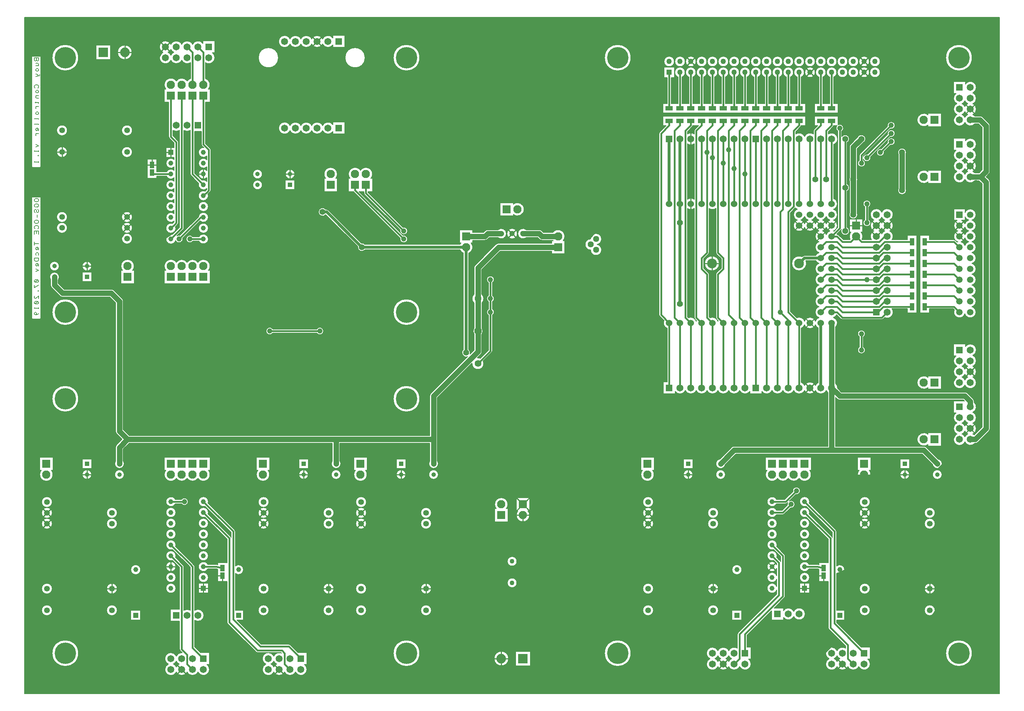
<source format=gbr>
G04 EasyPC Gerber Version 21.0.3 Build 4286 *
%FSLAX35Y35*%
%MOIN*%
%ADD27R,0.04134X0.05906*%
%ADD77R,0.04134X0.07087*%
%ADD22R,0.04213X0.04213*%
%ADD28R,0.04528X0.04528*%
%ADD25R,0.04567X0.04567*%
%ADD74R,0.05020X0.05020*%
%ADD72R,0.05906X0.05906*%
%ADD15R,0.06496X0.06496*%
%ADD18R,0.07677X0.07677*%
%ADD70R,0.08858X0.08858*%
%ADD10C,0.00500*%
%ADD11C,0.01000*%
%ADD80C,0.01500*%
%ADD82C,0.02500*%
%ADD23C,0.04213*%
%ADD79C,0.04331*%
%ADD29C,0.04528*%
%ADD26C,0.04567*%
%ADD13C,0.04800*%
%ADD84C,0.05000*%
%ADD75C,0.05020*%
%ADD21C,0.05039*%
%ADD24C,0.05315*%
%ADD81C,0.05600*%
%ADD78C,0.05669*%
%ADD73C,0.05906*%
%ADD14C,0.06000*%
%ADD20C,0.06260*%
%ADD16C,0.06496*%
%ADD83C,0.07000*%
%ADD19C,0.07677*%
%ADD71C,0.08858*%
%ADD17C,0.09055*%
%ADD12C,0.19800*%
%ADD76R,0.07087X0.04134*%
X0Y0D02*
D02*
D10*
X7750Y632652D02*
Y7750D01*
X907750*
Y632652*
X7750*
X21750Y466550D02*
G75*
G02X22800Y465500J-1050D01*
G01*
Y355000*
G75*
G02X21750Y353950I-1050*
G01*
X15250*
G75*
G02X14200Y355000J1050*
G01*
Y465500*
G75*
G02X15250Y466550I1050*
G01*
X21750*
X21661Y226339D02*
X33839D01*
Y214161*
X32416*
G75*
G02X33839Y210250I-4666J-3911*
G01*
G75*
G02X21661I-6089*
G01*
G75*
G02X23084Y214161I6089*
G01*
X21661*
Y226339*
X28301Y89783D02*
G75*
G02X33209Y84876J-4907D01*
G01*
G75*
G02X28301Y79969I-4907*
G01*
G75*
G02X23394Y84876J4907*
G01*
G75*
G02X28301Y89783I4907*
G01*
X33100Y45250D02*
G75*
G02X57400I12150D01*
G01*
G75*
G02X33100I-12150*
G01*
X28301Y109783D02*
G75*
G02X33209Y104876J-4907D01*
G01*
G75*
G02X28301Y99969I-4907*
G01*
G75*
G02X23394Y104876J4907*
G01*
G75*
G02X28301Y109783I4907*
G01*
Y169783D02*
G75*
G02X33209Y164876J-4907D01*
G01*
G75*
G02X28301Y159969I-4907*
G01*
G75*
G02X23394Y164876J4907*
G01*
G75*
G02X28301Y169783I4907*
G01*
Y179783D02*
G75*
G02X33209Y174876J-4907D01*
G01*
G75*
G02X28301Y169969I-4907*
G01*
G75*
G02X23394Y174876J4907*
G01*
G75*
G02X28301Y179783I4907*
G01*
Y189783D02*
G75*
G02X33209Y184876J-4907D01*
G01*
G75*
G02X28301Y179969I-4907*
G01*
G75*
G02X23394Y184876J4907*
G01*
G75*
G02X28301Y189783I4907*
G01*
X21750Y596550D02*
G75*
G02X22800Y595500J-1050D01*
G01*
Y495000*
G75*
G02X21750Y493950I-1050*
G01*
X15250*
G75*
G02X14200Y495000J1050*
G01*
Y595500*
G75*
G02X15250Y596550I1050*
G01*
X21750*
X495304Y433790D02*
G75*
G02X506339Y430240I4946J-3550D01*
G01*
G75*
G02X504916Y426329I-6089*
G01*
X506339*
Y414152*
X494161*
Y416690*
X446711*
X429706Y399685*
Y376793*
G75*
G02X429957Y368944I-3550J-4043*
G01*
Y345388*
G75*
G02X429800Y339904I-3707J-2638*
G01*
Y323750*
G75*
G02X428758Y321238I-3550*
G01*
X425610Y318090*
G75*
G02X428468Y317595I545J-5352*
G01*
X435950Y325078*
Y357307*
G75*
G02Y363193I1800J2943*
G01*
Y369871*
G75*
G02Y375758I1800J2943*
G01*
Y387370*
G75*
G02X434300Y390314I1800J2943*
G01*
G75*
G02X441200I3450*
G01*
G75*
G02X439550Y387370I-3450*
G01*
Y375758*
G75*
G02Y369871I-1800J-2943*
G01*
Y363193*
G75*
G02Y357307I-1800J-2943*
G01*
Y324332*
G75*
G02X439021Y323057I-1800*
G01*
X431013Y315050*
G75*
G02X431535Y312737I-4858J-2312*
G01*
G75*
G02X420776I-5380*
G01*
G75*
G02X420803Y313283I5378J2*
G01*
X388800Y281280*
Y222775*
G75*
G02X385250Y215894I-3550J-2525*
G01*
G75*
G02X381700Y222775J4356*
G01*
Y239200*
X298800*
Y222775*
G75*
G02X295250Y215894I-3550J-2525*
G01*
G75*
G02X291700Y222775J4356*
G01*
Y239200*
X104220*
X98800Y233780*
Y222775*
G75*
G02X95250Y215894I-3550J-2525*
G01*
G75*
G02X91700Y222775J4356*
G01*
Y235250*
G75*
G02X92742Y237762I3550*
G01*
X97730Y242750*
X92742Y247738*
G75*
G02X91700Y250250I2508J2512*
G01*
Y368780*
X86280Y374200*
X42750*
G75*
G02X40238Y375242J3550*
G01*
X32742Y382738*
G75*
G02X31700Y385250I2508J2512*
G01*
Y390225*
G75*
G02X35250Y397106I3550J2525*
G01*
G75*
G02X38800Y390225J-4356*
G01*
Y386720*
X44220Y381300*
X87750*
G75*
G02X90262Y380258J-3550*
G01*
X97758Y372762*
G75*
G02X98800Y370250I-2508J-2512*
G01*
Y251720*
X104220Y246300*
X381700*
Y282750*
G75*
G02X382742Y285262I3550*
G01*
X416622Y319143*
G75*
G02X412793Y325691I-1345J3607*
G01*
Y414670*
G75*
G02X409675Y417793I2457J5570*
G01*
X321964*
G75*
G02X315191Y420807I-2964J2457*
G01*
X285709Y450288*
G75*
G02X278900Y452750I-2959J2462*
G01*
G75*
G02X285837Y455050I3850*
G01*
X286498*
G75*
G02X288126Y454376I2J-2300*
G01*
X318443Y424059*
G75*
G02X321964Y422707I557J-3809*
G01*
X409684*
G75*
G02X410584Y424152I5566J-2467*
G01*
X409161*
Y436329*
X421339*
Y433790*
X431280*
X432738Y435248*
G75*
G02X435250Y436290I2512J-2508*
G01*
X444578*
G75*
G02X452533Y432740I3185J-3550*
G01*
G75*
G02X444578Y429190I-4770*
G01*
X436720*
X435262Y427732*
G75*
G02X432750Y426690I-2512J2508*
G01*
X421339*
Y424152*
X419916*
G75*
G02X417707Y414670I-4666J-3911*
G01*
Y325736*
G75*
G02X418885Y321405I-2430J-2986*
G01*
X422700Y325220*
Y339904*
G75*
G02X422543Y345388I3550J2846*
G01*
Y368764*
G75*
G02X422606Y376793I3613J3986*
G01*
Y401156*
G75*
G02X423647Y403668I3550*
G01*
X442728Y422748*
G75*
G02X445240Y423790I2512J-2508*
G01*
X494161*
Y426329*
X495584*
G75*
G02X495304Y426690I4667J3909*
G01*
X485250*
G75*
G02X482738Y427732J3550*
G01*
X481280Y429190*
X470949*
G75*
G02X462994Y432740I-3185J3550*
G01*
G75*
G02X470949Y436290I4770*
G01*
X482750*
G75*
G02X485262Y435248J-3550*
G01*
X486720Y433790*
X495304*
X348100Y280250D02*
G75*
G02X372400I12150D01*
G01*
G75*
G02X348100I-12150*
G01*
Y360250D02*
G75*
G02X372400I12150D01*
G01*
G75*
G02X348100I-12150*
G01*
X461661Y188839D02*
X473839D01*
Y176661*
X472416*
G75*
G02X473839Y172750I-4666J-3911*
G01*
G75*
G02X461661I-6089*
G01*
G75*
G02X463084Y176661I6089*
G01*
X461661*
Y188839*
X441661Y182750D02*
G75*
G02X453839I6089D01*
G01*
G75*
G02X452416Y178839I-6089*
G01*
X453839*
Y166661*
X441661*
Y178839*
X443084*
G75*
G02X441661Y182750I4666J3911*
G01*
X453335Y110250D02*
G75*
G02X462165I4415D01*
G01*
G75*
G02X453335I-4415*
G01*
X461138Y46998D02*
X474496D01*
Y33640*
X461138*
Y46998*
X453335Y130093D02*
G75*
G02X462165I4415D01*
G01*
G75*
G02X453335I-4415*
G01*
X441138Y40318D02*
G75*
G02X454496I6679D01*
G01*
G75*
G02X441138I-6679*
G01*
X311661Y226339D02*
X323839D01*
Y214161*
X322416*
G75*
G02X323839Y210250I-4666J-3911*
G01*
G75*
G02X311661I-6089*
G01*
G75*
G02X313084Y214161I6089*
G01*
X311661*
Y226339*
X318301Y89783D02*
G75*
G02X323209Y84876J-4907D01*
G01*
G75*
G02X318301Y79969I-4907*
G01*
G75*
G02X313394Y84876J4907*
G01*
G75*
G02X318301Y89783I4907*
G01*
Y109783D02*
G75*
G02Y99969J-4907D01*
G01*
G75*
G02X313394Y104876J4907*
G01*
G75*
G02X318301Y109783I4907*
G01*
Y169783D02*
G75*
G02X323209Y164876J-4907D01*
G01*
G75*
G02X318301Y159969I-4907*
G01*
G75*
G02X313394Y164876J4907*
G01*
G75*
G02X318301Y169783I4907*
G01*
Y179783D02*
G75*
G02X323209Y174876J-4907D01*
G01*
G75*
G02X318301Y169969I-4907*
G01*
G75*
G02X313394Y174876J4907*
G01*
G75*
G02X318301Y179783I4907*
G01*
Y189783D02*
G75*
G02Y179969J-4907D01*
G01*
G75*
G02X313394Y184876J4907*
G01*
G75*
G02X318301Y189783I4907*
G01*
X348100Y45250D02*
G75*
G02X372400I12150D01*
G01*
G75*
G02X348100I-12150*
G01*
X355250Y214606D02*
G75*
G02X359606Y210250J-4356D01*
G01*
G75*
G02X355250Y205894I-4356*
G01*
G75*
G02X350894Y210250J4356*
G01*
G75*
G02X355250Y214606I4356*
G01*
X350894Y224606D02*
X359606D01*
Y215894*
X350894*
Y224606*
X378301Y89783D02*
G75*
G02X383209Y84876J-4907D01*
G01*
G75*
G02X378301Y79969I-4907*
G01*
G75*
G02X373394Y84876J4907*
G01*
G75*
G02X378301Y89783I4907*
G01*
Y109783D02*
G75*
G02X383209Y104876J-4907D01*
G01*
G75*
G02X378301Y99969I-4907*
G01*
G75*
G02X373394Y104876J4907*
G01*
G75*
G02X378301Y109783I4907*
G01*
Y169783D02*
G75*
G02X383209Y164876J-4907D01*
G01*
G75*
G02X378301Y159969I-4907*
G01*
G75*
G02X373394Y164876J4907*
G01*
G75*
G02X378301Y169783I4907*
G01*
Y179783D02*
G75*
G02X383209Y174876J-4907D01*
G01*
G75*
G02X378301Y169969I-4907*
G01*
G75*
G02X373394Y174876J4907*
G01*
G75*
G02X378301Y179783I4907*
G01*
X385250Y214606D02*
G75*
G02X389606Y210250J-4356D01*
G01*
G75*
G02X385250Y205894I-4356*
G01*
G75*
G02X380894Y210250J4356*
G01*
G75*
G02X385250Y214606I4356*
G01*
X105736Y84764D02*
X114764D01*
Y75736*
X105736*
Y84764*
Y122376D02*
G75*
G02X114764I4514D01*
G01*
G75*
G02X105736I-4514*
G01*
X136661Y226339D02*
X178839D01*
Y214161*
X177416*
G75*
G02X178839Y210250I-4666J-3911*
G01*
G75*
G02X167750Y206776I-6089*
G01*
G75*
G02X157750I-5000J3474*
G01*
G75*
G02X147750I-5000J3474*
G01*
G75*
G02X136661Y210250I-5000J3474*
G01*
G75*
G02X138084Y214161I6089*
G01*
X136661*
Y226339*
X168217Y109770D02*
X177283D01*
Y100703*
X168217*
Y109770*
Y115237D02*
G75*
G02X177283I4533D01*
G01*
G75*
G02X168217I-4533*
G01*
X265906Y34752D02*
G75*
G02X262750Y24752I-3156J-4502D01*
G01*
G75*
G02X257750Y27963J5498*
G01*
G75*
G02X247750I-5000J2287*
G01*
G75*
G02X237750I-5000J2287*
G01*
G75*
G02X227252Y30250I-5000J2287*
G01*
G75*
G02X230463Y35250I5498*
G01*
G75*
G02X232750Y45748I2287J5000*
G01*
G75*
G02X237750Y42537J-5498*
G01*
G75*
G02X244938Y45294I5000J-2287*
G01*
X244439Y45793*
X222750*
G75*
G02X221363Y46368J1958*
G01*
X195118Y72613*
G75*
G02X194543Y74000I1382J1387*
G01*
Y111504*
X185933*
Y122903*
X184497Y123280*
X176839*
G75*
G02X168217Y125237I-4089J1957*
G01*
G75*
G02X176839Y127195I4533*
G01*
X184749*
G75*
G02X185247Y127131I1J-1959*
G01*
X185933Y126951*
Y128996*
X194543*
Y150689*
X174258Y170962*
G75*
G02X168217Y175237I-1508J4275*
G01*
G75*
G02X177283I4533*
G01*
G75*
G02X177026Y173731I-4534*
G01*
X197884Y152885*
G75*
G02X198293Y152287I-1384J-1384*
G01*
Y156939*
X174267Y180965*
G75*
G02X168217Y185237I-1517J4272*
G01*
G75*
G02X177283I4533*
G01*
G75*
G02X177029Y183739I-4534J0*
G01*
X201632Y159137*
G75*
G02X202207Y157750I-1382J-1387*
G01*
Y125710*
G75*
G02X209764Y122376I3043J-3334*
G01*
G75*
G02X202207Y119042I-4514*
G01*
Y84764*
X209764*
Y75736*
X203782*
X226061Y53457*
X251497*
G75*
G02X252884Y52884I4J-1957*
G01*
X260020Y45748*
X268248*
Y34752*
X265906*
X168217Y135237D02*
G75*
G02X177283I4533D01*
G01*
G75*
G02X168217I-4533*
G01*
Y145237D02*
G75*
G02X177283I4533D01*
G01*
G75*
G02X168217I-4533*
G01*
Y155237D02*
G75*
G02X177283I4533D01*
G01*
G75*
G02X168217I-4533*
G01*
Y165237D02*
G75*
G02X177283I4533D01*
G01*
G75*
G02X168217I-4533*
G01*
X175906Y34752D02*
G75*
G02X172750Y24752I-3156J-4502D01*
G01*
G75*
G02X167750Y27963J5498*
G01*
G75*
G02X157750I-5000J2287*
G01*
G75*
G02X147750I-5000J2287*
G01*
G75*
G02X137252Y30250I-5000J2287*
G01*
G75*
G02X140463Y35250I5498*
G01*
G75*
G02X142750Y45748I2287J5000*
G01*
G75*
G02X147750Y42537J-5498*
G01*
G75*
G02X152750Y45748I5000J-2287*
G01*
G75*
G02X153257Y45724I-2J-5498*
G01*
X151366Y47616*
G75*
G02X150793Y49000I1384J1384*
G01*
G75*
G02Y49001I654J0*
G01*
G75*
G02Y49003I663J1*
G01*
Y74752*
X142278*
Y85748*
X150793*
Y124439*
X144260Y130963*
G75*
G02X138217Y135237I-1510J4274*
G01*
G75*
G02X147283I4533*
G01*
G75*
G02X147026Y133733I-4534J0*
G01*
X154133Y126635*
G75*
G02X154707Y125250I-1383J-1385*
G01*
Y84811*
G75*
G02X160793Y84847I3069J-4561*
G01*
Y124439*
X158868Y126363*
G75*
G02X158867Y126365I471J378*
G01*
X144259Y140962*
G75*
G02X138217Y145237I-1509J4275*
G01*
G75*
G02X147283I4533*
G01*
G75*
G02X147026Y143731I-4534J0*
G01*
X161633Y129135*
G75*
G02X161637Y129132I-1004J-1151*
G01*
X164132Y126637*
G75*
G02X164707Y125250I-1382J-1387*
G01*
Y84811*
G75*
G02X173275Y80250I3069J-4561*
G01*
G75*
G02X164707Y75689I-5498*
G01*
Y51061*
X170020Y45748*
X178248*
Y34752*
X175906*
X138217Y105237D02*
G75*
G02X147283I4533D01*
G01*
G75*
G02X138217I-4533*
G01*
Y115237D02*
G75*
G02X147283I4533D01*
G01*
G75*
G02X138217I-4533*
G01*
Y125237D02*
G75*
G02X147283I4533D01*
G01*
G75*
G02X138217I-4533*
G01*
Y155237D02*
G75*
G02X147283I4533D01*
G01*
G75*
G02X138217I-4533*
G01*
Y165237D02*
G75*
G02X147283I4533D01*
G01*
G75*
G02X138217I-4533*
G01*
Y175237D02*
G75*
G02X147283I4533D01*
G01*
G75*
G02X138217I-4533*
G01*
X152409Y187207D02*
G75*
G02X158700Y185250I2841J-1957D01*
G01*
G75*
G02X152409Y183293I-3450*
G01*
X146845*
G75*
G02X138217Y185237I-4095J1945*
G01*
G75*
G02X146833Y187207I4533*
G01*
X152409*
X221661Y226339D02*
X233839D01*
Y214161*
X232416*
G75*
G02X233839Y210250I-4666J-3911*
G01*
G75*
G02X221661I-6089*
G01*
G75*
G02X223084Y214161I6089*
G01*
X221661*
Y226339*
X228301Y89783D02*
G75*
G02X233209Y84876J-4907D01*
G01*
G75*
G02X228301Y79969I-4907*
G01*
G75*
G02X223394Y84876J4907*
G01*
G75*
G02X228301Y89783I4907*
G01*
Y109783D02*
G75*
G02Y99969J-4907D01*
G01*
G75*
G02X223394Y104876J4907*
G01*
G75*
G02X228301Y109783I4907*
G01*
Y169783D02*
G75*
G02X233209Y164876J-4907D01*
G01*
G75*
G02X228301Y159969I-4907*
G01*
G75*
G02X223394Y164876J4907*
G01*
G75*
G02X228301Y169783I4907*
G01*
Y179783D02*
G75*
G02X233209Y174876J-4907D01*
G01*
G75*
G02X228301Y169969I-4907*
G01*
G75*
G02X223394Y174876J4907*
G01*
G75*
G02X228301Y179783I4907*
G01*
Y189783D02*
G75*
G02X233209Y184876J-4907D01*
G01*
G75*
G02X228301Y179969I-4907*
G01*
G75*
G02X223394Y184876J4907*
G01*
G75*
G02X228301Y189783I4907*
G01*
X265250Y214606D02*
G75*
G02X269606Y210250J-4356D01*
G01*
G75*
G02X265250Y205894I-4356*
G01*
G75*
G02X260894Y210250J4356*
G01*
G75*
G02X265250Y214606I4356*
G01*
X260894Y224606D02*
X269606D01*
Y215894*
X260894*
Y224606*
X288301Y89783D02*
G75*
G02X293209Y84876J-4907D01*
G01*
G75*
G02X288301Y79969I-4907*
G01*
G75*
G02X283394Y84876J4907*
G01*
G75*
G02X288301Y89783I4907*
G01*
Y109783D02*
G75*
G02X293209Y104876J-4907D01*
G01*
G75*
G02X288301Y99969I-4907*
G01*
G75*
G02X283394Y104876J4907*
G01*
G75*
G02X288301Y109783I4907*
G01*
Y169783D02*
G75*
G02X293209Y164876J-4907D01*
G01*
G75*
G02X288301Y159969I-4907*
G01*
G75*
G02X283394Y164876J4907*
G01*
G75*
G02X288301Y169783I4907*
G01*
Y179783D02*
G75*
G02X293209Y174876J-4907D01*
G01*
G75*
G02X288301Y169969I-4907*
G01*
G75*
G02X283394Y174876J4907*
G01*
G75*
G02X288301Y179783I4907*
G01*
X295250Y214606D02*
G75*
G02X299606Y210250J-4356D01*
G01*
G75*
G02X295250Y205894I-4356*
G01*
G75*
G02X290894Y210250J4356*
G01*
G75*
G02X295250Y214606I4356*
G01*
X95250D02*
G75*
G02X99606Y210250J-4356D01*
G01*
G75*
G02X95250Y205894I-4356*
G01*
G75*
G02X90894Y210250J4356*
G01*
G75*
G02X95250Y214606I4356*
G01*
X65250D02*
G75*
G02X69606Y210250J-4356D01*
G01*
G75*
G02X65250Y205894I-4356*
G01*
G75*
G02X60894Y210250J4356*
G01*
G75*
G02X65250Y214606I4356*
G01*
X60894Y224606D02*
X69606D01*
Y215894*
X60894*
Y224606*
X88301Y89783D02*
G75*
G02X93209Y84876J-4907D01*
G01*
G75*
G02X88301Y79969I-4907*
G01*
G75*
G02X83394Y84876J4907*
G01*
G75*
G02X88301Y89783I4907*
G01*
Y109783D02*
G75*
G02X93209Y104876J-4907D01*
G01*
G75*
G02X88301Y99969I-4907*
G01*
G75*
G02X83394Y104876J4907*
G01*
G75*
G02X88301Y109783I4907*
G01*
Y169783D02*
G75*
G02X93209Y164876J-4907D01*
G01*
G75*
G02X88301Y159969I-4907*
G01*
G75*
G02X83394Y164876J4907*
G01*
G75*
G02X88301Y169783I4907*
G01*
Y179783D02*
G75*
G02X93209Y174876J-4907D01*
G01*
G75*
G02X88301Y169969I-4907*
G01*
G75*
G02X83394Y174876J4907*
G01*
G75*
G02X88301Y179783I4907*
G01*
X33100Y280250D02*
G75*
G02X57400I12150D01*
G01*
G75*
G02X33100I-12150*
G01*
Y360250D02*
G75*
G02X57400I12150D01*
G01*
G75*
G02X33100I-12150*
G01*
X35250Y407106D02*
G75*
G02X39606Y402750J-4356D01*
G01*
G75*
G02X35250Y398394I-4356*
G01*
G75*
G02X30894Y402750J4356*
G01*
G75*
G02X35250Y407106I4356*
G01*
X33100Y595250D02*
G75*
G02X57400I12150D01*
G01*
G75*
G02X33100I-12150*
G01*
X42199Y443031D02*
G75*
G02X47106Y438124J-4907D01*
G01*
G75*
G02X42199Y433217I-4907*
G01*
G75*
G02X37291Y438124J4907*
G01*
G75*
G02X42199Y443031I4907*
G01*
Y453031D02*
G75*
G02X47106Y448124J-4907D01*
G01*
G75*
G02X42199Y443217I-4907*
G01*
G75*
G02X37291Y448124J4907*
G01*
G75*
G02X42199Y453031I4907*
G01*
Y513031D02*
G75*
G02X47106Y508124J-4907D01*
G01*
G75*
G02X42199Y503217I-4907*
G01*
G75*
G02X37291Y508124J4907*
G01*
G75*
G02X42199Y513031I4907*
G01*
Y533031D02*
G75*
G02Y523217J-4907D01*
G01*
G75*
G02X37291Y528124J4907*
G01*
G75*
G02X42199Y533031I4907*
G01*
X65250Y407106D02*
G75*
G02X69606Y402750J-4356D01*
G01*
G75*
G02X65250Y398394I-4356*
G01*
G75*
G02X60894Y402750J4356*
G01*
G75*
G02X65250Y407106I4356*
G01*
X60894Y397106D02*
X69606D01*
Y388394*
X60894*
Y397106*
X73504Y606860D02*
X86862D01*
Y593502*
X73504*
Y606860*
X93504Y600182D02*
G75*
G02X106862I6679D01*
G01*
G75*
G02X93504I-6679*
G01*
X96661Y402750D02*
G75*
G02X108839I6089D01*
G01*
G75*
G02X107416Y398839I-6089*
G01*
X108839*
Y386661*
X96661*
Y398839*
X98084*
G75*
G02X96661Y402750I4666J3911*
G01*
X102199Y433031D02*
G75*
G02X107106Y428124J-4907D01*
G01*
G75*
G02X102199Y423217I-4907*
G01*
G75*
G02X97291Y428124J4907*
G01*
G75*
G02X102199Y433031I4907*
G01*
Y443031D02*
G75*
G02X107106Y438124J-4907D01*
G01*
G75*
G02X102199Y433217I-4907*
G01*
G75*
G02X97291Y438124J4907*
G01*
G75*
G02X102199Y443031I4907*
G01*
Y453031D02*
G75*
G02X107106Y448124J-4907D01*
G01*
G75*
G02X102199Y443217I-4907*
G01*
G75*
G02X97291Y448124J4907*
G01*
G75*
G02X102199Y453031I4907*
G01*
Y513031D02*
G75*
G02X107106Y508124J-4907D01*
G01*
G75*
G02X102199Y503217I-4907*
G01*
G75*
G02X97291Y508124J4907*
G01*
G75*
G02X102199Y513031I4907*
G01*
Y533031D02*
G75*
G02Y523217J-4907D01*
G01*
G75*
G02X97291Y528124J4907*
G01*
G75*
G02X102199Y533031I4907*
G01*
X180906Y599752D02*
G75*
G02X177750Y589752I-3156J-4502D01*
G01*
G75*
G02X174550Y590779J5498*
G01*
Y576067*
G75*
G02X177416Y566339I-1800J-5817*
G01*
X178839*
Y554161*
X174550*
Y515996*
X179021Y511524*
G75*
G02X179550Y510250I-1272J-1274*
G01*
Y472750*
G75*
G02X179015Y471470I-1800J0*
G01*
X177769Y470237*
X176965Y469432*
G75*
G02X172750Y463229I-4215J-1669*
G01*
G75*
G02Y472296J4533*
G01*
G75*
G02X174419Y471978J-4533*
G01*
X175226Y472784*
G75*
G02X175234Y472792I1218J-1274*
G01*
X175950Y473501*
Y474551*
G75*
G02X168471Y479261I-3200J3211*
G01*
X161366Y486366*
G75*
G02X160793Y487750I1384J1384*
G01*
G75*
G02Y487751I654J0*
G01*
G75*
G02Y487753I663J1*
G01*
Y528189*
G75*
G02X154707Y528153I-3069J4561*
G01*
Y437750*
G75*
G02X154133Y436365I-1957J0*
G01*
X148461Y430700*
G75*
G02X151058Y431104I1789J-2950*
G01*
X168248Y448293*
G75*
G02X177283Y447763I4502J-531*
G01*
G75*
G02X169574Y444528I-4533*
G01*
X153604Y428558*
G75*
G02X147074Y426402I-3354J-808*
G01*
G75*
G02X138217Y427763I-4324J1361*
G01*
G75*
G02X144260Y432037I4533J0*
G01*
X150793Y438561*
Y528189*
G75*
G02X144707Y528153I-3069J4561*
G01*
Y523049*
X149134Y518622*
G75*
G02X149707Y517238I-1384J-1384*
G01*
G75*
G02Y517237I-654J0*
G01*
G75*
G02Y517235I-663J-1*
G01*
Y442750*
G75*
G02X149132Y441363I-1958*
G01*
X147884Y440116*
G75*
G02X147881Y440113I-745J867*
G01*
X147028Y439263*
G75*
G02X142750Y433229I-4278J-1500*
G01*
G75*
G02Y442296J4533*
G01*
G75*
G02X144265Y442035I0J-4534*
G01*
X145117Y442885*
X145793Y443561*
Y444402*
G75*
G02X138217Y447763I-3043J3361*
G01*
G75*
G02X145793Y451124I4533*
G01*
Y454402*
G75*
G02X138217Y457763I-3043J3361*
G01*
G75*
G02X145793Y461124I4533*
G01*
Y464402*
G75*
G02X138217Y467763I-3043J3361*
G01*
G75*
G02X145793Y471124I4533*
G01*
Y474402*
G75*
G02X138217Y477763I-3043J3361*
G01*
G75*
G02X145793Y481124I4533*
G01*
Y484402*
G75*
G02X138661Y485805I-3043J3361*
G01*
X129567*
Y484004*
X120933*
Y501496*
X129567*
Y489720*
X138661*
G75*
G02X145793Y491124I4089J-1957*
G01*
Y494402*
G75*
G02X138217Y497763I-3043J3361*
G01*
G75*
G02X145793Y501124I4533*
G01*
Y503230*
X138217*
Y512297*
X145793*
Y516428*
X141366Y520854*
G75*
G02X140793Y522238I1384J1384*
G01*
G75*
G02Y522239I654J0*
G01*
G75*
G02Y522241I663J1*
G01*
Y554161*
X136661*
Y566339*
X138084*
G75*
G02X136661Y570250I4666J3911*
G01*
G75*
G02X147750Y573724I6089*
G01*
G75*
G02X157750I5000J-3474*
G01*
G75*
G02X160950Y576067I5000J-3474*
G01*
Y590779*
G75*
G02X152750Y592963I-3200J4471*
G01*
G75*
G02X142750I-5000J2287*
G01*
G75*
G02X132252Y595250I-5000J2287*
G01*
G75*
G02X135463Y600250I5498*
G01*
G75*
G02X137750Y610748I2287J5000*
G01*
G75*
G02X142750Y607537J-5498*
G01*
G75*
G02X152750I5000J-2287*
G01*
G75*
G02X162750I5000J-2287*
G01*
G75*
G02X172252Y608406I5000J-2287*
G01*
Y610748*
X183248*
Y599752*
X180906*
X168217Y457763D02*
G75*
G02X177283I4533D01*
G01*
G75*
G02X168217I-4533*
G01*
X168655Y429707D02*
G75*
G02X177283Y427763I4095J-1945D01*
G01*
G75*
G02X168667Y425793I-4533*
G01*
X163091*
G75*
G02X156800Y427750I-2841J1957*
G01*
G75*
G02X163091Y429707I3450*
G01*
X168655*
X168217Y437763D02*
G75*
G02X177283I4533D01*
G01*
G75*
G02X168217I-4533*
G01*
X167750Y406224D02*
G75*
G02X178839Y402750I5000J-3474D01*
G01*
G75*
G02X177416Y398839I-6089*
G01*
X178839*
Y386661*
X136661*
Y398839*
X138084*
G75*
G02X136661Y402750I4666J3911*
G01*
G75*
G02X147750Y406224I6089*
G01*
G75*
G02X157750I5000J-3474*
G01*
G75*
G02X167750I5000J-3474*
G01*
X222750Y482106D02*
G75*
G02X227106Y477750J-4356D01*
G01*
G75*
G02X222750Y473394I-4356*
G01*
G75*
G02X218394Y477750J4356*
G01*
G75*
G02X222750Y482106I4356*
G01*
Y492106D02*
G75*
G02X227106Y487750J-4356D01*
G01*
G75*
G02X222750Y483394I-4356*
G01*
G75*
G02X218394Y487750J4356*
G01*
G75*
G02X222750Y492106I4356*
G01*
X223500Y595250D02*
G75*
G02X242000I9250D01*
G01*
G75*
G02X223500I-9250*
G01*
X277307Y344550D02*
G75*
G02X283700Y342750I2943J-1800D01*
G01*
G75*
G02X277307Y340950I-3450*
G01*
X236943*
G75*
G02X230550Y342750I-2943J1800*
G01*
G75*
G02X236943Y344550I3450*
G01*
X277307*
X292252Y535748D02*
X303248D01*
Y524752*
X292252*
Y527094*
G75*
G02X282750Y527963I-4502J3156*
G01*
G75*
G02X272750I-5000J2287*
G01*
G75*
G02X262750I-5000J2287*
G01*
G75*
G02X252750I-5000J2287*
G01*
G75*
G02X242252Y530250I-5000J2287*
G01*
G75*
G02X252750Y532537I5498*
G01*
G75*
G02X262750I5000J-2287*
G01*
G75*
G02X272750I5000J-2287*
G01*
G75*
G02X282750I5000J-2287*
G01*
G75*
G02X292252Y533406I5000J-2287*
G01*
Y535748*
X284161Y487750D02*
G75*
G02X296339I6089D01*
G01*
G75*
G02X294916Y483839I-6089*
G01*
X296339*
Y471661*
X284161*
Y483839*
X285584*
G75*
G02X284161Y487750I4666J3911*
G01*
X252750Y492106D02*
G75*
G02X257106Y487750J-4356D01*
G01*
G75*
G02X252750Y483394I-4356*
G01*
G75*
G02X248394Y487750J4356*
G01*
G75*
G02X252750Y492106I4356*
G01*
X248394Y482106D02*
X257106D01*
Y473394*
X248394*
Y482106*
X292252Y615748D02*
X303248D01*
Y604752*
X292252*
Y607094*
G75*
G02X282750Y607963I-4502J3156*
G01*
G75*
G02X272750I-5000J2287*
G01*
G75*
G02X262750I-5000J2287*
G01*
G75*
G02X252750I-5000J2287*
G01*
G75*
G02X242252Y610250I-5000J2287*
G01*
G75*
G02X252750Y612537I5498*
G01*
G75*
G02X262750I5000J-2287*
G01*
G75*
G02X272750I5000J-2287*
G01*
G75*
G02X282750I5000J-2287*
G01*
G75*
G02X292252Y613406I5000J-2287*
G01*
Y615748*
X303500Y595250D02*
G75*
G02X322000I9250D01*
G01*
G75*
G02X303500I-9250*
G01*
X356942Y438604D02*
G75*
G02X361200Y435250I808J-3354D01*
G01*
G75*
G02X354300I-3450*
G01*
G75*
G02X354396Y436058I3450*
G01*
X321479Y468976*
G75*
G02X320950Y470250I1272J1274*
G01*
Y471661*
X316384*
X356942Y431104*
G75*
G02X361200Y427750I808J-3354*
G01*
G75*
G02X354300I-3450*
G01*
G75*
G02X354396Y428558I3450*
G01*
X311479Y471476*
G75*
G02X311317Y471661I1272J1274*
G01*
X306661*
Y483839*
X308084*
G75*
G02X306661Y487750I4666J3911*
G01*
G75*
G02X317750Y491224I6089*
G01*
G75*
G02X328839Y487750I5000J-3474*
G01*
G75*
G02X327416Y483839I-6089*
G01*
X328839*
Y471661*
X324550*
Y470996*
X356942Y438604*
X348100Y595250D02*
G75*
G02X372400I12150D01*
G01*
G75*
G02X348100I-12150*
G01*
X458839Y459916D02*
G75*
G02X468839Y455250I3911J-4666D01*
G01*
G75*
G02X458839Y450584I-6089*
G01*
Y449161*
X446661*
Y461339*
X458839*
Y459916*
X452994Y432740D02*
G75*
G02X462533I4770D01*
G01*
G75*
G02X452994I-4770*
G01*
X530166Y427834D02*
G75*
G02X540335Y427750I5084J-84D01*
G01*
G75*
G02X536174Y422750I-5085*
G01*
G75*
G02X540335Y417750I-924J-5000*
G01*
G75*
G02X530166Y417666I-5085*
G01*
G75*
G02Y427834I84J5084*
G01*
X543100Y45250D02*
G75*
G02X567400I12150D01*
G01*
G75*
G02X543100I-12150*
G01*
Y595250D02*
G75*
G02X567400I12150D01*
G01*
G75*
G02X543100I-12150*
G01*
X576661Y226339D02*
X588839D01*
Y214161*
X587416*
G75*
G02X588839Y210250I-4666J-3911*
G01*
G75*
G02X576661I-6089*
G01*
G75*
G02X578084Y214161I6089*
G01*
X576661*
Y226339*
X583301Y89783D02*
G75*
G02X588209Y84876J-4907D01*
G01*
G75*
G02X583301Y79969I-4907*
G01*
G75*
G02X578394Y84876J4907*
G01*
G75*
G02X583301Y89783I4907*
G01*
Y109783D02*
G75*
G02X588209Y104876J-4907D01*
G01*
G75*
G02X583301Y99969I-4907*
G01*
G75*
G02X578394Y104876J4907*
G01*
G75*
G02X583301Y109783I4907*
G01*
Y169783D02*
G75*
G02X588209Y164876J-4907D01*
G01*
G75*
G02X583301Y159969I-4907*
G01*
G75*
G02X578394Y164876J4907*
G01*
G75*
G02X583301Y169783I4907*
G01*
Y179783D02*
G75*
G02X588209Y174876J-4907D01*
G01*
G75*
G02X583301Y169969I-4907*
G01*
G75*
G02X578394Y174876J4907*
G01*
G75*
G02X583301Y179783I4907*
G01*
Y189783D02*
G75*
G02X588209Y184876J-4907D01*
G01*
G75*
G02X583301Y179969I-4907*
G01*
G75*
G02X578394Y184876J4907*
G01*
G75*
G02X583301Y189783I4907*
G01*
X897831Y482831D02*
G75*
G02X898900Y480250I-2581J-2581D01*
G01*
Y252750*
G75*
G02X897831Y250169I-3650J0*
G01*
X887831Y240169*
G75*
G02X885246Y239100I-2581J2581*
G01*
X884862*
G75*
G02X875750Y240463I-4112J3650*
G01*
G75*
G02X865252Y242750I-5000J2287*
G01*
G75*
G02X868463Y247750I5498*
G01*
G75*
G02Y257750I2287J5000*
G01*
G75*
G02X867594Y267252I2287J5000*
G01*
X865252*
Y278248*
X875231*
X874280Y279200*
X760250*
G75*
G02X757738Y280242J3550*
G01*
X756300Y281680*
Y236300*
X837750*
G75*
G02X840262Y235258J-3550*
G01*
X850975Y224546*
G75*
G02X850250Y215894I-725J-4296*
G01*
G75*
G02X845954Y219525J4356*
G01*
X836280Y229200*
X664220*
X654546Y219525*
G75*
G02X645894Y220250I-4296J725*
G01*
G75*
G02X649525Y224546I4356*
G01*
X660238Y235258*
G75*
G02X662750Y236300I2512J-2508*
G01*
X749200*
Y286052*
G75*
G02X747750Y287963I3550J4198*
G01*
G75*
G02X737750I-5000J2287*
G01*
G75*
G02X727750I-5000J2287*
G01*
G75*
G02X717750I-5000J2287*
G01*
G75*
G02X707750I-5000J2287*
G01*
G75*
G02X697750I-5000J2287*
G01*
G75*
G02X688248Y287094I-5000J2287*
G01*
Y284752*
X677252*
Y287094*
G75*
G02X667750Y287963I-4502J3156*
G01*
G75*
G02X657750I-5000J2287*
G01*
G75*
G02X647750I-5000J2287*
G01*
G75*
G02X637750I-5000J2287*
G01*
G75*
G02X627750I-5000J2287*
G01*
G75*
G02X617750I-5000J2287*
G01*
G75*
G02X608248Y287094I-5000J2287*
G01*
Y284752*
X597252*
Y295748*
X600950*
Y345318*
G75*
G02X597990Y352465I1800J4932*
G01*
X593979Y356476*
G75*
G02X593450Y357750I1272J1274*
G01*
Y525250*
G75*
G02X593979Y526524I1800*
G01*
X599982Y532528*
X596957*
Y541161*
X728543*
Y532528*
X724536*
G75*
G02X724021Y531476I-1787J222*
G01*
X719550Y527004*
Y524721*
G75*
G02X727750Y522537I3200J-4471*
G01*
G75*
G02X735950Y524721I5000J-2287*
G01*
Y527750*
G75*
G02X736479Y529024I1800*
G01*
X739982Y532528*
X736957*
Y541161*
X758543*
Y533248*
G75*
G02X762050Y527307I1707J-2998*
G01*
Y522391*
G75*
G02X769100Y520250I3200J-2141*
G01*
G75*
G02X767050Y516847I-3850*
G01*
Y478653*
G75*
G02Y471847I-1800J-3403*
G01*
Y438653*
G75*
G02X769100Y435250I-1800J-3403*
G01*
G75*
G02X761400I-3850*
G01*
G75*
G02X761653Y436622I3850*
G01*
G75*
G02X761521Y436476I-1404J1128*
G01*
X757510Y432465*
G75*
G02X757682Y432050I-4762J-2215*
G01*
X757750*
G75*
G02X759024Y431521J-1800*
G01*
X763496Y427050*
X769504*
X769865Y427410*
G75*
G02X770584Y434161I5385J2841*
G01*
X769161*
Y446339*
X781339*
Y434161*
X779916*
G75*
G02X780635Y427410I-4667J-3911*
G01*
X780996Y427050*
X789529*
G75*
G02X791713Y435250I4471J3200*
G01*
G75*
G02Y445250I2287J5000*
G01*
G75*
G02X788502Y450250I2287J5000*
G01*
G75*
G02X799000Y452537I5498*
G01*
G75*
G02X809498Y450250I5000J-2287*
G01*
G75*
G02X806287Y445250I-5498*
G01*
G75*
G02Y435250I-2287J-5000*
G01*
G75*
G02X808471Y427050I-2287J-5000*
G01*
X822528*
Y431043*
X831161*
Y359457*
X822528*
Y363450*
X808471*
G75*
G02X801599Y355304I-4471J-3200*
G01*
X800274Y353979*
G75*
G02X799000Y353450I-1274J1272*
G01*
X762750*
G75*
G02X761476Y353979J1800*
G01*
X757481Y357974*
G75*
G02X754351Y355250I-4731J2276*
G01*
G75*
G02X756300Y346382I-1601J-5000*
G01*
Y294448*
G75*
G02X758248Y290250I-3550J-4198*
G01*
G75*
G02X758229Y289792I-5497J2*
G01*
X761720Y286300*
X875750*
G75*
G02X878262Y285258J-3550*
G01*
X883258Y280262*
G75*
G02X884300Y277750I-2508J-2512*
G01*
Y276948*
G75*
G02X883037Y267750I-3550J-4198*
G01*
G75*
G02Y257750I-2287J-5000*
G01*
G75*
G02Y247750I-2287J-5000*
G01*
G75*
G02X884293Y246954I-2287J-5000*
G01*
X891600Y254262*
Y478738*
X888738Y481600*
X887750*
G75*
G02X886902Y481700J3650*
G01*
X884948*
G75*
G02X875750Y482963I-4198J3550*
G01*
G75*
G02X865252Y485250I-5000J2287*
G01*
G75*
G02X868463Y490250I5498*
G01*
G75*
G02Y500250I2287J5000*
G01*
G75*
G02X867594Y509752I2287J5000*
G01*
X865252*
Y520748*
X876248*
Y518406*
G75*
G02X886248Y515250I4502J-3156*
G01*
G75*
G02X883037Y510250I-5498*
G01*
G75*
G02Y500250I-2287J-5000*
G01*
G75*
G02Y490250I-2287J-5000*
G01*
G75*
G02X884948Y488800I-2287J-5000*
G01*
X886902*
G75*
G02X887750Y488900I848J-3550*
G01*
X888880*
X891700Y491720*
Y530780*
X888280Y534200*
X884948*
G75*
G02X875750Y535463I-4198J3550*
G01*
G75*
G02X865252Y537750I-5000J2287*
G01*
G75*
G02X868463Y542750I5498*
G01*
G75*
G02Y552750I2287J5000*
G01*
G75*
G02X867594Y562252I2287J5000*
G01*
X865252*
Y573248*
X876248*
Y570906*
G75*
G02X886248Y567750I4502J-3156*
G01*
G75*
G02X883037Y562750I-5498*
G01*
G75*
G02Y552750I-2287J-5000*
G01*
G75*
G02Y542750I-2287J-5000*
G01*
G75*
G02X884948Y541300I-2287J-5000*
G01*
X889750*
G75*
G02X892262Y540258J-3550*
G01*
X897758Y534762*
G75*
G02X898800Y532250I-2508J-2512*
G01*
Y490250*
G75*
G02X897758Y487738I-3550*
G01*
X895341Y485321*
X897831Y482831*
X776686Y521707D02*
G75*
G02X784100Y520250I3564J-1457D01*
G01*
G75*
G02X781707Y516686I-3850*
G01*
X776300Y511280*
Y484240*
G75*
G02Y481260I-3550J-1490*
G01*
Y451740*
G75*
G02X776600Y450250I-3550J-1490*
G01*
G75*
G02X768900I-3850*
G01*
G75*
G02X769200Y451740I3850*
G01*
Y481260*
G75*
G02Y484240I3550J1490*
G01*
Y512750*
G75*
G02X770242Y515262I3550*
G01*
X776686Y521707*
X804300Y532750D02*
G75*
G02X811200I3450D01*
G01*
G75*
G02X806942Y529396I-3450*
G01*
X782050Y504504*
Y504039*
G75*
G02X786058Y506104I3200J-1289*
G01*
X804396Y524442*
G75*
G02X804300Y525250I3354J808*
G01*
G75*
G02X811200I3450*
G01*
G75*
G02X806942Y521896I-3450*
G01*
X788604Y503558*
G75*
G02X782050Y501461I-3354J-808*
G01*
Y500693*
G75*
G02X783700Y497750I-1800J-2943*
G01*
G75*
G02X776800I-3450*
G01*
G75*
G02X778450Y500693I3450*
G01*
Y505250*
G75*
G02X778979Y506524I1800*
G01*
X804396Y531942*
G75*
G02X804300Y532750I3354J808*
G01*
Y517750D02*
G75*
G02X811200I3450D01*
G01*
G75*
G02X806942Y514396I-3450*
G01*
X801104Y508558*
G75*
G02X801200Y507750I-3354J-808*
G01*
G75*
G02X794300I-3450*
G01*
G75*
G02X798558Y511104I3450*
G01*
X804396Y516942*
G75*
G02X804300Y517750I3354J808*
G01*
X781800Y460250D02*
G75*
G02X788700I3450D01*
G01*
G75*
G02X787050Y457307I-3450*
G01*
Y445693*
G75*
G02X788700Y442750I-1800J-2943*
G01*
G75*
G02X781800I-3450*
G01*
G75*
G02X783450Y445693I3450*
G01*
Y457307*
G75*
G02X781800Y460250I1800J2943*
G01*
X776800Y340250D02*
G75*
G02X783700I3450D01*
G01*
G75*
G02X782050Y337307I-3450*
G01*
Y328193*
G75*
G02X783700Y325250I-1800J-2943*
G01*
G75*
G02X776800I-3450*
G01*
G75*
G02X778450Y328193I3450*
G01*
Y337307*
G75*
G02X776800Y340250I1800J2943*
G01*
X875931Y452261D02*
G75*
G02X885932Y450250I4798J-2011D01*
G01*
G75*
G02X882168Y445250I-5203*
G01*
G75*
G02Y435250I-1438J-5000*
G01*
G75*
G02Y425250I-1438J-5000*
G01*
G75*
G02Y415250I-1438J-5000*
G01*
G75*
G02Y405250I-1438J-5000*
G01*
G75*
G02Y395250I-1438J-5000*
G01*
G75*
G02Y385250I-1438J-5000*
G01*
G75*
G02Y375250I-1438J-5000*
G01*
G75*
G02Y365250I-1438J-5000*
G01*
G75*
G02X885932Y360250I-1438J-5000*
G01*
G75*
G02X875730Y358812I-5203*
G01*
G75*
G02X865527Y360250I-5000J1438*
G01*
G75*
G02X866009Y362439I5203*
G01*
X865002Y363450*
X842972*
Y359457*
X834339*
Y431043*
X842972*
Y427050*
X865750*
G75*
G02X867026Y426520J-1800*
G01*
X868560Y424979*
G75*
G02X869291Y425250I2168J-4730*
G01*
G75*
G02Y435250I1438J5000*
G01*
G75*
G02X868716Y445047I1438J5000*
G01*
X865526*
Y455453*
X875931*
Y452261*
X876248Y328406D02*
G75*
G02X886248Y325250I4502J-3156D01*
G01*
G75*
G02X883037Y320250I-5498*
G01*
G75*
G02Y310250I-2287J-5000*
G01*
G75*
G02Y300250I-2287J-5000*
G01*
G75*
G02X886248Y295250I-2287J-5000*
G01*
G75*
G02X875750Y292963I-5498*
G01*
G75*
G02X865252Y295250I-5000J2287*
G01*
G75*
G02X868463Y300250I5498*
G01*
G75*
G02Y310250I2287J5000*
G01*
G75*
G02X867594Y319752I2287J5000*
G01*
X865252*
Y330748*
X876248*
Y328406*
X841661Y248839D02*
X853839D01*
Y236661*
X841661*
Y238084*
G75*
G02X831661Y242750I-3911J4666*
G01*
G75*
G02X841661Y247416I6089*
G01*
Y248839*
X858100Y45250D02*
G75*
G02X882400I12150D01*
G01*
G75*
G02X858100I-12150*
G01*
X843301Y89783D02*
G75*
G02X848209Y84876J-4907D01*
G01*
G75*
G02X843301Y79969I-4907*
G01*
G75*
G02X838394Y84876J4907*
G01*
G75*
G02X843301Y89783I4907*
G01*
Y109783D02*
G75*
G02X848209Y104876J-4907D01*
G01*
G75*
G02X843301Y99969I-4907*
G01*
G75*
G02X838394Y104876J4907*
G01*
G75*
G02X843301Y109783I4907*
G01*
Y169783D02*
G75*
G02X848209Y164876J-4907D01*
G01*
G75*
G02X843301Y159969I-4907*
G01*
G75*
G02X838394Y164876J4907*
G01*
G75*
G02X843301Y169783I4907*
G01*
Y179783D02*
G75*
G02X848209Y174876J-4907D01*
G01*
G75*
G02X843301Y169969I-4907*
G01*
G75*
G02X838394Y174876J4907*
G01*
G75*
G02X843301Y179783I4907*
G01*
X850250Y214606D02*
G75*
G02X854606Y210250J-4356D01*
G01*
G75*
G02X850250Y205894I-4356*
G01*
G75*
G02X845894Y210250J4356*
G01*
G75*
G02X850250Y214606I4356*
G01*
X776661Y226339D02*
X788839D01*
Y214161*
X787416*
G75*
G02X788839Y210250I-4666J-3911*
G01*
G75*
G02X776661I-6089*
G01*
G75*
G02X778084Y214161I6089*
G01*
X776661*
Y226339*
X783301Y89783D02*
G75*
G02X788209Y84876J-4907D01*
G01*
G75*
G02X783301Y79969I-4907*
G01*
G75*
G02X778394Y84876J4907*
G01*
G75*
G02X783301Y89783I4907*
G01*
Y109783D02*
G75*
G02X788209Y104876J-4907D01*
G01*
G75*
G02X783301Y99969I-4907*
G01*
G75*
G02X778394Y104876J4907*
G01*
G75*
G02X783301Y109783I4907*
G01*
Y169783D02*
G75*
G02X788209Y164876J-4907D01*
G01*
G75*
G02X783301Y159969I-4907*
G01*
G75*
G02X778394Y164876J4907*
G01*
G75*
G02X783301Y169783I4907*
G01*
Y179783D02*
G75*
G02X788209Y174876J-4907D01*
G01*
G75*
G02X783301Y169969I-4907*
G01*
G75*
G02X778394Y174876J4907*
G01*
G75*
G02X783301Y179783I4907*
G01*
Y189783D02*
G75*
G02X788209Y184876J-4907D01*
G01*
G75*
G02X783301Y179969I-4907*
G01*
G75*
G02X778394Y184876J4907*
G01*
G75*
G02X783301Y189783I4907*
G01*
X820250Y214606D02*
G75*
G02X824606Y210250J-4356D01*
G01*
G75*
G02X820250Y205894I-4356*
G01*
G75*
G02X815894Y210250J4356*
G01*
G75*
G02X820250Y214606I4356*
G01*
X815894Y224606D02*
X824606D01*
Y215894*
X815894*
Y224606*
X691661Y226339D02*
X733839D01*
Y214161*
X732416*
G75*
G02X733839Y210250I-4666J-3911*
G01*
G75*
G02X722750Y206776I-6089*
G01*
G75*
G02X712750I-5000J3474*
G01*
G75*
G02X702750I-5000J3474*
G01*
G75*
G02X691661Y210250I-5000J3474*
G01*
G75*
G02X693084Y214161I6089*
G01*
X691661*
Y226339*
X716800Y195250D02*
G75*
G02X723700I3450D01*
G01*
G75*
G02X719628Y191857I-3450*
G01*
X713504Y185726*
G75*
G02X718700Y182750I1746J-2976*
G01*
G75*
G02X714625Y179357I-3450*
G01*
X709137Y173868*
G75*
G02X707750Y173293I-1387J1382*
G01*
X701845*
G75*
G02X693217Y175237I-4095J1945*
G01*
G75*
G02X701833Y177207I4533*
G01*
X706939*
X711857Y182125*
G75*
G02X712272Y184492I3393J625*
G01*
X711635Y183854*
G75*
G02X710249Y183280I-1385J1383*
G01*
X701839*
G75*
G02X693217Y185237I-4089J1957*
G01*
G75*
G02X701839Y187195I4533*
G01*
X709439*
X716857Y194623*
G75*
G02X716800Y195250I3393J627*
G01*
X723217Y109770D02*
X732283D01*
Y100703*
X723217*
Y109770*
Y115237D02*
G75*
G02X732283I4533D01*
G01*
G75*
G02X723217I-4533*
G01*
X785906Y39752D02*
G75*
G02X782750Y29752I-3156J-4502D01*
G01*
G75*
G02X777750Y32963J5498*
G01*
G75*
G02X767750I-5000J2287*
G01*
G75*
G02X757750I-5000J2287*
G01*
G75*
G02X747252Y35250I-5000J2287*
G01*
G75*
G02X750463Y40250I5498*
G01*
G75*
G02X752750Y50748I2287J5000*
G01*
G75*
G02X757750Y47537J-5498*
G01*
G75*
G02X765793Y49830I5000J-2287*
G01*
Y51939*
X750116Y67616*
G75*
G02X749543Y69000I1384J1384*
G01*
G75*
G02Y69001I654J0*
G01*
G75*
G02Y69003I663J1*
G01*
Y111504*
X740933*
Y122903*
X739497Y123280*
X731839*
G75*
G02X723217Y125237I-4089J1957*
G01*
G75*
G02X731839Y127195I4533*
G01*
X739749*
G75*
G02X740247Y127131I1J-1959*
G01*
X740933Y126951*
Y128996*
X749543*
Y150689*
X729258Y170962*
G75*
G02X723217Y175237I-1508J4275*
G01*
G75*
G02X732283I4533*
G01*
G75*
G02X732026Y173731I-4534*
G01*
X752884Y152885*
G75*
G02X753293Y152287I-1384J-1384*
G01*
Y156939*
X729258Y180962*
G75*
G02X723217Y185237I-1508J4275*
G01*
G75*
G02X732283I4533*
G01*
G75*
G02X732026Y183731I-4534*
G01*
X756634Y159135*
G75*
G02X757207Y157750I-1384J-1385*
G01*
Y125710*
G75*
G02X764764Y122376I3043J-3334*
G01*
G75*
G02X757207Y119042I-4514*
G01*
Y84764*
X764764*
Y75736*
X757207*
Y73561*
X780020Y50748*
X788248*
Y39752*
X785906*
X723217Y135237D02*
G75*
G02X732283I4533D01*
G01*
G75*
G02X723217I-4533*
G01*
Y145237D02*
G75*
G02X732283I4533D01*
G01*
G75*
G02X723217I-4533*
G01*
Y155237D02*
G75*
G02X732283I4533D01*
G01*
G75*
G02X723217I-4533*
G01*
Y165237D02*
G75*
G02X732283I4533D01*
G01*
G75*
G02X723217I-4533*
G01*
X717777Y83787D02*
G75*
G02X728275Y81500I5000J-2287D01*
G01*
G75*
G02X717777Y79213I-5498*
G01*
G75*
G02X708274Y78346I-5000J2287*
G01*
Y76002*
X697278*
Y84509*
X674707Y61939*
Y50748*
X678248*
Y39752*
X675906*
G75*
G02X672750Y29752I-3156J-4502*
G01*
G75*
G02X667750Y32963J5498*
G01*
G75*
G02X657750I-5000J2287*
G01*
G75*
G02X647750I-5000J2287*
G01*
G75*
G02X637252Y35250I-5000J2287*
G01*
G75*
G02X640463Y40250I5498*
G01*
G75*
G02X642750Y50748I2287J5000*
G01*
G75*
G02X647750Y47537J-5498*
G01*
G75*
G02X657750I5000J-2287*
G01*
G75*
G02X665793Y49830I5000J-2287*
G01*
Y62747*
G75*
G02Y62749I673J1*
G01*
G75*
G02Y62750I683J0*
G01*
G75*
G02X666366Y64134I1957*
G01*
X702043Y99811*
Y103779*
G75*
G02X693217Y105237I-4293J1458*
G01*
G75*
G02X702043Y106696I4533*
G01*
Y113779*
G75*
G02X693217Y115237I-4293J1458*
G01*
G75*
G02X702043Y116696I4533*
G01*
Y123779*
G75*
G02X693217Y125237I-4293J1458*
G01*
G75*
G02X702043Y126696I4533*
G01*
Y128189*
X701369Y128863*
G75*
G02X701368Y128864I175J176*
G01*
X699263Y130964*
G75*
G02X693217Y135237I-1513J4274*
G01*
G75*
G02X702283I4533*
G01*
G75*
G02X702028Y133735I-4534J0*
G01*
X704132Y131636*
G75*
G02X704137Y131631I-2817J-2822*
G01*
X705382Y130387*
G75*
G02X705793Y129787I-1382J-1386*
G01*
Y134439*
X699260Y140963*
G75*
G02X693217Y145237I-1510J4274*
G01*
G75*
G02X702283I4533*
G01*
G75*
G02X702026Y143733I-4534J0*
G01*
X709133Y136635*
G75*
G02X709707Y135250I-1383J-1385*
G01*
Y97750*
G75*
G02X709132Y96363I-1958*
G01*
X699766Y86998*
X708274*
Y84654*
G75*
G02X717777Y83787I4503J-3154*
G01*
X693217Y155237D02*
G75*
G02X702283I4533D01*
G01*
G75*
G02X693217I-4533*
G01*
Y165237D02*
G75*
G02X702283I4533D01*
G01*
G75*
G02X693217I-4533*
G01*
X660736Y84764D02*
X669764D01*
Y75736*
X660736*
Y84764*
Y122376D02*
G75*
G02X669764I4514D01*
G01*
G75*
G02X660736I-4514*
G01*
X650250Y214606D02*
G75*
G02X654606Y210250J-4356D01*
G01*
G75*
G02X650250Y205894I-4356*
G01*
G75*
G02X645894Y210250J4356*
G01*
G75*
G02X650250Y214606I4356*
G01*
X643301Y89783D02*
G75*
G02X648209Y84876J-4907D01*
G01*
G75*
G02X643301Y79969I-4907*
G01*
G75*
G02X638394Y84876J4907*
G01*
G75*
G02X643301Y89783I4907*
G01*
Y109783D02*
G75*
G02X648209Y104876J-4907D01*
G01*
G75*
G02X643301Y99969I-4907*
G01*
G75*
G02X638394Y104876J4907*
G01*
G75*
G02X643301Y109783I4907*
G01*
Y169783D02*
G75*
G02X648209Y164876J-4907D01*
G01*
G75*
G02X643301Y159969I-4907*
G01*
G75*
G02X638394Y164876J4907*
G01*
G75*
G02X643301Y169783I4907*
G01*
Y179783D02*
G75*
G02X648209Y174876J-4907D01*
G01*
G75*
G02X643301Y169969I-4907*
G01*
G75*
G02X638394Y174876J4907*
G01*
G75*
G02X643301Y179783I4907*
G01*
X620250Y214606D02*
G75*
G02X624606Y210250J-4356D01*
G01*
G75*
G02X620250Y205894I-4356*
G01*
G75*
G02X615894Y210250J4356*
G01*
G75*
G02X620250Y214606I4356*
G01*
X615894Y224606D02*
X624606D01*
Y215894*
X615894*
Y224606*
X724550Y552972D02*
X728543D01*
Y544339*
X596957*
Y552972*
X600950*
Y576990*
X597990*
Y586510*
X607510*
Y576990*
X604550*
Y552972*
X610950*
Y577344*
G75*
G02X612750Y586510I1800J4406*
G01*
G75*
G02X614550Y577344J-4760*
G01*
Y552972*
X620950*
Y577344*
G75*
G02X622750Y586510I1800J4406*
G01*
G75*
G02X624550Y577344J-4760*
G01*
Y552972*
X630950*
Y577344*
G75*
G02X632750Y586510I1800J4406*
G01*
G75*
G02X634550Y577344J-4760*
G01*
Y552972*
X640950*
Y577344*
G75*
G02X642750Y586510I1800J4406*
G01*
G75*
G02X644550Y577344J-4760*
G01*
Y552972*
X650950*
Y577344*
G75*
G02X652750Y586510I1800J4406*
G01*
G75*
G02X654550Y577344J-4760*
G01*
Y552972*
X660950*
Y577344*
G75*
G02X662750Y586510I1800J4406*
G01*
G75*
G02X664550Y577344J-4760*
G01*
Y552972*
X670950*
Y577344*
G75*
G02X672750Y586510I1800J4406*
G01*
G75*
G02X674550Y577344J-4760*
G01*
Y552972*
X680950*
Y577344*
G75*
G02X682750Y586510I1800J4406*
G01*
G75*
G02X684550Y577344J-4760*
G01*
Y552972*
X690950*
Y577344*
G75*
G02X692750Y586510I1800J4406*
G01*
G75*
G02X694550Y577344J-4760*
G01*
Y552972*
X700950*
Y577344*
G75*
G02X702750Y586510I1800J4406*
G01*
G75*
G02X704550Y577344J-4760*
G01*
Y552972*
X710950*
Y577344*
G75*
G02X712750Y586510I1800J4406*
G01*
G75*
G02X714550Y577344J-4760*
G01*
Y552972*
X720950*
Y577344*
G75*
G02X722750Y586510I1800J4406*
G01*
G75*
G02X724550Y577344J-4760*
G01*
Y552972*
X597990Y591750D02*
G75*
G02X607510I4760D01*
G01*
G75*
G02X597990I-4760*
G01*
X607990D02*
G75*
G02X617510I4760D01*
G01*
G75*
G02X607990I-4760*
G01*
X617990D02*
G75*
G02X627510I4760D01*
G01*
G75*
G02X617990I-4760*
G01*
X627990D02*
G75*
G02X637510I4760D01*
G01*
G75*
G02X627990I-4760*
G01*
X637990D02*
G75*
G02X647510I4760D01*
G01*
G75*
G02X637990I-4760*
G01*
X647990D02*
G75*
G02X657510I4760D01*
G01*
G75*
G02X647990I-4760*
G01*
X657990D02*
G75*
G02X667510I4760D01*
G01*
G75*
G02X657990I-4760*
G01*
X667990D02*
G75*
G02X677510I4760D01*
G01*
G75*
G02X667990I-4760*
G01*
X677990D02*
G75*
G02X687510I4760D01*
G01*
G75*
G02X677990I-4760*
G01*
X687990D02*
G75*
G02X697510I4760D01*
G01*
G75*
G02X687990I-4760*
G01*
X697990D02*
G75*
G02X707510I4760D01*
G01*
G75*
G02X697990I-4760*
G01*
X707990D02*
G75*
G02X717510I4760D01*
G01*
G75*
G02X707990I-4760*
G01*
X717990D02*
G75*
G02X727510I4760D01*
G01*
G75*
G02X717990I-4760*
G01*
X727990Y581750D02*
G75*
G02X737510I4760D01*
G01*
G75*
G02X727990I-4760*
G01*
X754550Y552972D02*
X758543D01*
Y544339*
X736957*
Y552972*
X740950*
Y577344*
G75*
G02X742750Y586510I1800J4406*
G01*
G75*
G02X744550Y577344J-4760*
G01*
Y552972*
X750950*
Y577344*
G75*
G02X752750Y586510I1800J4406*
G01*
G75*
G02X754550Y577344J-4760*
G01*
Y552972*
X727990Y591750D02*
G75*
G02X737510I4760D01*
G01*
G75*
G02X727990I-4760*
G01*
X737990D02*
G75*
G02X747510I4760D01*
G01*
G75*
G02X737990I-4760*
G01*
X747990D02*
G75*
G02X757510I4760D01*
G01*
G75*
G02X747990I-4760*
G01*
X757990Y581750D02*
G75*
G02X767510I4760D01*
G01*
G75*
G02X757990I-4760*
G01*
Y591750D02*
G75*
G02X767510I4760D01*
G01*
G75*
G02X757990I-4760*
G01*
X767990Y581750D02*
G75*
G02X777510I4760D01*
G01*
G75*
G02X767990I-4760*
G01*
Y591750D02*
G75*
G02X777510I4760D01*
G01*
G75*
G02X767990I-4760*
G01*
X777990Y581750D02*
G75*
G02X787510I4760D01*
G01*
G75*
G02X777990I-4760*
G01*
Y591750D02*
G75*
G02X787510I4760D01*
G01*
G75*
G02X777990I-4760*
G01*
X787990Y581750D02*
G75*
G02X797510I4760D01*
G01*
G75*
G02X787990I-4760*
G01*
Y591750D02*
G75*
G02X797510I4760D01*
G01*
G75*
G02X787990I-4760*
G01*
X813900Y507750D02*
G75*
G02X821600I3850D01*
G01*
G75*
G02X821300Y506260I-3850*
G01*
Y474240*
G75*
G02X821600Y472750I-3550J-1490*
G01*
G75*
G02X813900I-3850*
G01*
G75*
G02X814200Y474240I3850*
G01*
Y506260*
G75*
G02X813900Y507750I3550J1490*
G01*
X841661Y301339D02*
X853839D01*
Y289161*
X841661*
Y290584*
G75*
G02X831661Y295250I-3911J4666*
G01*
G75*
G02X841661Y299916I6089*
G01*
Y301339*
Y491339D02*
X853839D01*
Y479161*
X841661*
Y480584*
G75*
G02X831661Y485250I-3911J4666*
G01*
G75*
G02X841661Y489916I6089*
G01*
Y491339*
Y543839D02*
X853839D01*
Y531661*
X841661*
Y533084*
G75*
G02X831661Y537750I-3911J4666*
G01*
G75*
G02X841661Y542416I6089*
G01*
Y543839*
X858100Y595250D02*
G75*
G02X882400I12150D01*
G01*
G75*
G02X858100I-12150*
G01*
X788248Y45250D02*
G36*
Y39752D01*
X785906*
G75*
G02X788248Y35250I-3156J-4502*
G01*
G75*
G02X782750Y29752I-5498*
G01*
G75*
G02X777750Y32963J5498*
G01*
G75*
G02X767750I-5000J2287*
G01*
G75*
G02X757750I-5000J2287*
G01*
G75*
G02X747252Y35250I-5000J2287*
G01*
G75*
G02X750463Y40250I5498*
G01*
G75*
G02X747252Y45250I2287J5000*
G01*
X678248*
Y39752*
X675906*
G75*
G02X678248Y35250I-3156J-4502*
G01*
G75*
G02X672750Y29752I-5498*
G01*
G75*
G02X667750Y32963J5498*
G01*
G75*
G02X657750I-5000J2287*
G01*
G75*
G02X647750I-5000J2287*
G01*
G75*
G02X637252Y35250I-5000J2287*
G01*
G75*
G02X640463Y40250I5498*
G01*
G75*
G02X637252Y45250I2287J5000*
G01*
X567400*
G75*
G02X543100I-12150*
G01*
X474496*
Y33640*
X461138*
Y45250*
X452320*
G75*
G02X454496Y40318I-4504J-4933*
G01*
G75*
G02X441138I-6679*
G01*
G75*
G02X443313Y45250I6679J0*
G01*
X372400*
G75*
G02X348100I-12150*
G01*
X268248*
Y34752*
X265906*
G75*
G02X268248Y30250I-3156J-4502*
G01*
G75*
G02X262750Y24752I-5498*
G01*
G75*
G02X257750Y27963J5498*
G01*
G75*
G02X247750I-5000J2287*
G01*
G75*
G02X237750I-5000J2287*
G01*
G75*
G02X227252Y30250I-5000J2287*
G01*
G75*
G02X230463Y35250I5498*
G01*
G75*
G02X227252Y40250I2287J5000*
G01*
G75*
G02X230463Y45250I5498*
G01*
X178248*
Y34752*
X175906*
G75*
G02X178248Y30250I-3156J-4502*
G01*
G75*
G02X172750Y24752I-5498*
G01*
G75*
G02X167750Y27963J5498*
G01*
G75*
G02X157750I-5000J2287*
G01*
G75*
G02X147750I-5000J2287*
G01*
G75*
G02X137252Y30250I-5000J2287*
G01*
G75*
G02X140463Y35250I5498*
G01*
G75*
G02X137252Y40250I2287J5000*
G01*
G75*
G02X140463Y45250I5498*
G01*
X57400*
G75*
G02X33100I-12150*
G01*
X8000*
Y8000*
X907500*
Y45250*
X882400*
G75*
G02X858100I-12150*
G01*
X788248*
G37*
X150463D02*
G36*
X145037D01*
G75*
G02X147750Y42537I-2287J-5000*
G01*
G75*
G02X150463Y45250I5000J-2287*
G01*
G37*
X240464D02*
G36*
X235037D01*
G75*
G02X237750Y42537I-2287J-5000*
G01*
G75*
G02X240464Y45250I5000J-2287*
G01*
G37*
X150463D02*
G36*
G75*
G02X152750Y45748I2287J-5001D01*
G01*
G75*
G02X153257Y45724I0J-5446*
G01*
X151366Y47616*
G75*
G02X150793Y48999I1383J1383*
G01*
G75*
G02Y49000I1735J0*
G01*
Y49001*
Y49003*
Y74752*
X142278*
Y80250*
X114764*
Y75736*
X105736*
Y80250*
X89939*
G75*
G02X88301Y79969I-1638J4627*
G01*
G75*
G02X86663Y80250J4908*
G01*
X29939*
G75*
G02X28301Y79969I-1638J4627*
G01*
G75*
G02X26663Y80250J4908*
G01*
X8000*
Y45250*
X33100*
G75*
G02X57400I12150*
G01*
X140463*
G75*
G02X142750Y45748I2287J-5000*
G01*
G75*
G02X145037Y45250J-5499*
G01*
X150463*
G37*
X240464D02*
G36*
G75*
G02X244938Y45294I2287J-5001D01*
G01*
X244439Y45793*
X222750*
G75*
G02X221363Y46368I0J1957*
G01*
X195118Y72613*
G75*
G02X194543Y74000I1381J1386*
G01*
Y74000*
Y80250*
X173275*
Y80250*
G75*
G02X164707Y75689I-5498*
G01*
Y51061*
X170020Y45748*
X178248*
Y45250*
X230463*
G75*
G02X232750Y45748I2287J-5000*
G01*
G75*
G02X235037Y45250J-5499*
G01*
X240464*
G37*
X682481Y80250D02*
G36*
X669764D01*
Y75736*
X660736*
Y80250*
X644939*
G75*
G02X643301Y79969I-1638J4627*
G01*
G75*
G02X641663Y80250J4908*
G01*
X584939*
G75*
G02X583301Y79969I-1638J4627*
G01*
G75*
G02X581663Y80250J4908*
G01*
X379939*
G75*
G02X378301Y79969I-1638J4627*
G01*
G75*
G02X376663Y80250J4908*
G01*
X319939*
G75*
G02X318301Y79969I-1638J4627*
G01*
G75*
G02X316663Y80250J4908*
G01*
X289939*
G75*
G02X288301Y79969I-1638J4627*
G01*
G75*
G02X286663Y80250J4908*
G01*
X229939*
G75*
G02X228301Y79969I-1638J4627*
G01*
G75*
G02X226663Y80250J4908*
G01*
X209764*
Y75736*
X203782*
X226061Y53457*
X251497*
G75*
G02X252884Y52884I3J-1959*
G01*
X260020Y45748*
X268248*
Y45250*
X348100*
G75*
G02X372400I12150*
G01*
X443313*
G75*
G02X452320I4504J-4932*
G01*
X461138*
Y46998*
X474496*
Y45250*
X543100*
G75*
G02X567400I12150*
G01*
X637252*
G75*
G02X642750Y50748I5498*
G01*
G75*
G02X647750Y47537J-5498*
G01*
G75*
G02X657750I5000J-2287*
G01*
G75*
G02X665793Y49830I5000J-2287*
G01*
Y62747*
Y62749*
Y62750*
G75*
G02Y62751I1735J0*
G01*
G75*
G02X666366Y64134I1956*
G01*
X682481Y80250*
G37*
X747252Y45250D02*
G36*
G75*
G02X752750Y50748I5498D01*
G01*
G75*
G02X757750Y47537J-5498*
G01*
G75*
G02X765793Y49830I5000J-2287*
G01*
Y51939*
X750116Y67616*
G75*
G02X749543Y68999I1383J1383*
G01*
G75*
G02Y69000I1735J0*
G01*
Y69001*
Y69003*
Y80250*
X728131*
G75*
G02X717777Y79213I-5354J1250*
G01*
G75*
G02X708274Y78346I-5000J2287*
G01*
Y76002*
X697278*
Y80250*
X693018*
X674707Y61939*
Y50748*
X678248*
Y45250*
X747252*
G37*
X844939Y80250D02*
G36*
G75*
G02X843301Y79969I-1638J4627D01*
G01*
G75*
G02X841663Y80250J4908*
G01*
X784939*
G75*
G02X783301Y79969I-1638J4627*
G01*
G75*
G02X781663Y80250J4908*
G01*
X764764*
Y75736*
X757207*
Y73561*
X780020Y50748*
X788248*
Y45250*
X858100*
G75*
G02X882400I12150*
G01*
X907500*
Y80250*
X844939*
G37*
X23394Y84876D02*
G36*
X8000D01*
Y80250*
X26663*
G75*
G02X23394Y84876I1638J4626*
G01*
G37*
X83394D02*
G36*
X33209D01*
G75*
G02X29939Y80250I-4907*
G01*
X86663*
G75*
G02X83394Y84876I1638J4626*
G01*
G37*
X142278Y80250D02*
G36*
Y84876D01*
X93209*
G75*
G02X89939Y80250I-4907*
G01*
X105736*
Y84764*
X114764*
Y80250*
X142278*
G37*
X154806Y84876D02*
G36*
X154707D01*
Y84811*
G75*
G02X154806Y84876I3071J-4556*
G01*
G37*
X160793D02*
G36*
X160748D01*
G75*
G02X160793Y84847I-2972J-4608*
G01*
Y84876*
G37*
X164806D02*
G36*
X164707D01*
Y84811*
G75*
G02X164806Y84876I3071J-4556*
G01*
G37*
X194543Y80250D02*
G36*
Y84876D01*
X170748*
G75*
G02X173275Y80250I-2971J-4626*
G01*
Y80250*
X194543*
G37*
X223394Y84876D02*
G36*
X202207D01*
Y84764*
X209764*
Y80250*
X226663*
G75*
G02X223394Y84876I1638J4626*
G01*
G37*
X283394D02*
G36*
X233209D01*
G75*
G02X229939Y80250I-4907*
G01*
X286663*
G75*
G02X283394Y84876I1638J4626*
G01*
G37*
X313394D02*
G36*
X293209D01*
G75*
G02X289939Y80250I-4907*
G01*
X316663*
G75*
G02X313394Y84876I1638J4626*
G01*
G37*
X373394D02*
G36*
X323209D01*
G75*
G02X319939Y80250I-4907*
G01*
X376663*
G75*
G02X373394Y84876I1638J4626*
G01*
G37*
X578394D02*
G36*
X383209D01*
G75*
G02X379939Y80250I-4907*
G01*
X581663*
G75*
G02X578394Y84876I1638J4626*
G01*
G37*
X638394D02*
G36*
X588209D01*
G75*
G02X584939Y80250I-4907*
G01*
X641663*
G75*
G02X638394Y84876I1638J4626*
G01*
G37*
X687108D02*
G36*
X648209D01*
G75*
G02X644939Y80250I-4907*
G01*
X660736*
Y84764*
X669764*
Y80250*
X682481*
X687108Y84876*
G37*
X697278Y80250D02*
G36*
Y84509D01*
X693018Y80250*
X697278*
G37*
X708437Y84876D02*
G36*
X708274D01*
Y84654*
G75*
G02X708437Y84876I4504J-3157*
G01*
G37*
X718437D02*
G36*
X717116D01*
G75*
G02X717777Y83787I-4339J-3376*
G01*
G75*
G02X718437Y84876I5000J-2287*
G01*
G37*
X749543Y80250D02*
G36*
Y84876D01*
X727116*
G75*
G02X728275Y81500I-4339J-3376*
G01*
G75*
G02X728131Y80250I-5498J0*
G01*
X749543*
G37*
X778394Y84876D02*
G36*
X757207D01*
Y84764*
X764764*
Y80250*
X781663*
G75*
G02X778394Y84876I1638J4626*
G01*
G37*
X838394D02*
G36*
X788209D01*
G75*
G02X784939Y80250I-4907*
G01*
X841663*
G75*
G02X838394Y84876I1638J4626*
G01*
G37*
X848209D02*
G36*
G75*
G02X844939Y80250I-4907D01*
G01*
X907500*
Y84876*
X848209*
G37*
X150793Y104876D02*
G36*
X147269D01*
G75*
G02X138231I-4519J361*
G01*
X93209*
G75*
G02X88301Y99969I-4907*
G01*
G75*
G02X83394Y104876J4907*
G01*
X33209*
G75*
G02X28301Y99969I-4907*
G01*
G75*
G02X23394Y104876J4907*
G01*
X8000*
Y84876*
X23394*
G75*
G02X28301Y89783I4907*
G01*
G75*
G02X33209Y84876J-4907*
G01*
X83394*
G75*
G02X88301Y89783I4907*
G01*
G75*
G02X93209Y84876J-4907*
G01*
X142278*
Y85748*
X150793*
Y104876*
G37*
X160793D02*
G36*
X154707D01*
Y84876*
X154806*
G75*
G02X160748I2972J-4626*
G01*
X160793*
Y104876*
G37*
X194543D02*
G36*
X177283D01*
Y100703*
X168217*
Y104876*
X164707*
Y84876*
X164806*
G75*
G02X170748I2972J-4626*
G01*
X194543*
Y104876*
G37*
X693231D02*
G36*
X648209D01*
G75*
G02X643301Y99969I-4907*
G01*
G75*
G02X638394Y104876J4907*
G01*
X588209*
G75*
G02X583301Y99969I-4907*
G01*
G75*
G02X578394Y104876J4907*
G01*
X383209*
G75*
G02X378301Y99969I-4907*
G01*
G75*
G02X373394Y104876J4907*
G01*
X323209*
G75*
G02X318301Y99969I-4907*
G01*
G75*
G02X313394Y104876J4907*
G01*
X293209*
G75*
G02X288301Y99969I-4907*
G01*
G75*
G02X283394Y104876J4907*
G01*
X233209*
G75*
G02X228301Y99969I-4907*
G01*
G75*
G02X223394Y104876J4907*
G01*
X202207*
Y84876*
X223394*
G75*
G02X228301Y89783I4907*
G01*
G75*
G02X233209Y84876J-4907*
G01*
X283394*
G75*
G02X288301Y89783I4907*
G01*
G75*
G02X293209Y84876J-4907*
G01*
X313394*
G75*
G02X318301Y89783I4907*
G01*
G75*
G02X323209Y84876J-4907*
G01*
X373394*
G75*
G02X378301Y89783I4907*
G01*
G75*
G02X383209Y84876J-4907*
G01*
X578394*
G75*
G02X583301Y89783I4907*
G01*
G75*
G02X588209Y84876J-4907*
G01*
X638394*
G75*
G02X643301Y89783I4907*
G01*
G75*
G02X648209Y84876J-4907*
G01*
X687108*
X702043Y99811*
Y103779*
G75*
G02X693231Y104876I-4293J1458*
G01*
G37*
X749543D02*
G36*
X732283D01*
Y100703*
X723217*
Y104876*
X709707*
Y97750*
Y97750*
G75*
G02X709132Y96363I-1957*
G01*
X699766Y86998*
X708274*
Y84876*
X708437*
G75*
G02X717116I4339J-3376*
G01*
X718437*
G75*
G02X727116I4339J-3376*
G01*
X749543*
Y104876*
G37*
X757207D02*
G36*
Y84876D01*
X778394*
G75*
G02X783301Y89783I4907*
G01*
G75*
G02X788209Y84876J-4907*
G01*
X838394*
G75*
G02X843301Y89783I4907*
G01*
G75*
G02X848209Y84876J-4907*
G01*
X907500*
Y104876*
X848209*
G75*
G02X843301Y99969I-4907*
G01*
G75*
G02X838394Y104876J4907*
G01*
X788209*
G75*
G02X783301Y99969I-4907*
G01*
G75*
G02X778394Y104876J4907*
G01*
X757207*
G37*
X150793Y110250D02*
G36*
X8000D01*
Y104876*
X23394*
G75*
G02X28301Y109783I4907*
G01*
G75*
G02X33209Y104876J-4907*
G01*
X83394*
G75*
G02X88301Y109783I4907*
G01*
G75*
G02X93209Y104876J-4907*
G01*
X138231*
G75*
G02X138217Y105237I4520J363*
G01*
G75*
G02X147283I4533*
G01*
G75*
G02X147269Y104876I-4534J2*
G01*
X150793*
Y110250*
G37*
X160793D02*
G36*
X154707D01*
Y104876*
X160793*
Y110250*
G37*
X194543D02*
G36*
X164707D01*
Y104876*
X168217*
Y109770*
X177283*
Y104876*
X194543*
Y110250*
G37*
X702043D02*
G36*
X462165D01*
G75*
G02X453335I-4415*
G01*
X202207*
Y104876*
X223394*
G75*
G02X228301Y109783I4907*
G01*
G75*
G02X233209Y104876J-4907*
G01*
X283394*
G75*
G02X288301Y109783I4907*
G01*
G75*
G02X293209Y104876J-4907*
G01*
X313394*
G75*
G02X318301Y109783I4907*
G01*
G75*
G02X323209Y104876J-4907*
G01*
X373394*
G75*
G02X378301Y109783I4907*
G01*
G75*
G02X383209Y104876J-4907*
G01*
X578394*
G75*
G02X583301Y109783I4907*
G01*
G75*
G02X588209Y104876J-4907*
G01*
X638394*
G75*
G02X643301Y109783I4907*
G01*
G75*
G02X648209Y104876J-4907*
G01*
X693231*
G75*
G02X693217Y105237I4520J363*
G01*
G75*
G02X702043Y106696I4533*
G01*
Y110250*
G37*
X749543D02*
G36*
X709707D01*
Y104876*
X723217*
Y109770*
X732283*
Y104876*
X749543*
Y110250*
G37*
X757207D02*
G36*
Y104876D01*
X778394*
G75*
G02X783301Y109783I4907*
G01*
G75*
G02X788209Y104876J-4907*
G01*
X838394*
G75*
G02X843301Y109783I4907*
G01*
G75*
G02X848209Y104876J-4907*
G01*
X907500*
Y110250*
X757207*
G37*
X150793Y115237D02*
G36*
X147283D01*
G75*
G02X138217I-4533*
G01*
X8000*
Y110250*
X150793*
Y115237*
G37*
X160793D02*
G36*
X154707D01*
Y110250*
X160793*
Y115237*
G37*
X185933D02*
G36*
X177283D01*
G75*
G02X168217I-4533*
G01*
X164707*
Y110250*
X194543*
Y111504*
X185933*
Y115237*
G37*
X693217D02*
G36*
X202207D01*
Y110250*
X453335*
G75*
G02X462165I4415*
G01*
X702043*
Y113779*
G75*
G02X693217Y115237I-4293J1458*
G01*
G37*
X740933D02*
G36*
X732283D01*
G75*
G02X723217I-4533*
G01*
X709707*
Y110250*
X749543*
Y111504*
X740933*
Y115237*
G37*
X757207D02*
G36*
Y110250D01*
X907500*
Y115237*
X757207*
G37*
X150793Y122376D02*
G36*
X146266D01*
G75*
G02X139234I-3516J2861*
G01*
X114764*
G75*
G02X105736I-4514*
G01*
X8000*
Y115237*
X138217*
G75*
G02X147283I4533*
G01*
X150793*
Y122376*
G37*
X160793D02*
G36*
X154707D01*
Y115237*
X160793*
Y122376*
G37*
X185933D02*
G36*
X176266D01*
G75*
G02X169234I-3516J2861*
G01*
X164707*
Y115237*
X168217*
G75*
G02X177283I4533*
G01*
X185933*
Y122376*
G37*
X702043D02*
G36*
X701266D01*
G75*
G02X694234I-3516J2861*
G01*
X669764*
G75*
G02X660736I-4514*
G01*
X209764*
G75*
G02X202207Y119042I-4514J0*
G01*
Y115237*
X693217*
G75*
G02X702043Y116696I4533*
G01*
Y122376*
G37*
X740933D02*
G36*
X731266D01*
G75*
G02X724234I-3516J2861*
G01*
X709707*
Y115237*
X723217*
G75*
G02X732283I4533*
G01*
X740933*
Y122376*
G37*
X764764D02*
G36*
G75*
G02X757207Y119042I-4514J0D01*
G01*
Y115237*
X907500*
Y122376*
X764764*
G37*
X150793D02*
G36*
Y124439D01*
X145131Y130093*
X8000*
Y122376*
X105736*
G75*
G02X114764I4514*
G01*
X139234*
G75*
G02X138217Y125237I3517J2862*
G01*
G75*
G02X147283I4533*
G01*
G75*
G02X146266Y122376I-4534J0*
G01*
X150793*
G37*
X160793D02*
G36*
Y124439D01*
X158868Y126363*
G75*
G02X158867Y126365I4J5*
G01*
X155137Y130093*
X150671*
X154133Y126635*
G75*
G02X154707Y125250I-1384J-1385*
G01*
Y122376*
X160793*
G37*
X194543Y130093D02*
G36*
X160675D01*
X161633Y129135*
G75*
G02X161637Y129132I-8J-13*
G01*
X164132Y126637*
G75*
G02X164707Y125250I-1381J-1386*
G01*
Y125250*
Y122376*
X169234*
G75*
G02X168217Y125237I3516J2862*
G01*
G75*
G02X176839Y127195I4533*
G01*
X184749*
G75*
G02X185247Y127131I-1J-1973*
G01*
X185933Y126951*
Y128996*
X194543*
Y130093*
G37*
X185933Y122376D02*
G36*
Y122903D01*
X184497Y123280*
X176839*
G75*
G02X176266Y122376I-4089J1958*
G01*
X185933*
G37*
X700136Y130093D02*
G36*
X462165D01*
G75*
G02X453335I-4415*
G01*
X202207*
Y125710*
G75*
G02X209764Y122376I3043J-3335*
G01*
X660736*
G75*
G02X669764I4514*
G01*
X694234*
G75*
G02X693217Y125237I3517J2862*
G01*
G75*
G02X702043Y126696I4533*
G01*
Y128189*
X701369Y128863*
X701368Y128864*
X700136Y130093*
G37*
X702043Y122376D02*
G36*
Y123779D01*
G75*
G02X701266Y122376I-4293J1459*
G01*
X702043*
G37*
X705793Y130093D02*
G36*
X705624D01*
G75*
G02X705793Y129787I-1621J-1090*
G01*
Y130093*
G37*
X749543D02*
G36*
X709707D01*
Y122376*
X724234*
G75*
G02X723217Y125237I3516J2862*
G01*
G75*
G02X731839Y127195I4533*
G01*
X739749*
G75*
G02X740247Y127131I-1J-1973*
G01*
X740933Y126951*
Y128996*
X749543*
Y130093*
G37*
X740933Y122376D02*
G36*
Y122903D01*
X739497Y123280*
X731839*
G75*
G02X731266Y122376I-4089J1958*
G01*
X740933*
G37*
X764764D02*
G36*
X907500D01*
Y130093*
X757207*
Y125710*
G75*
G02X764764Y122376I3043J-3335*
G01*
G37*
X145131Y130093D02*
G36*
X144260Y130963D01*
G75*
G02X138217Y135237I-1510J4274*
G01*
X8000*
Y130093*
X145131*
G37*
X155137D02*
G36*
X149988Y135237D01*
X147283*
G75*
G02X147026Y133733I-4546J2*
G01*
X150671Y130093*
X155137*
G37*
X194543Y135237D02*
G36*
X177283D01*
G75*
G02X168217I-4533*
G01*
X155526*
X160675Y130093*
X194543*
Y135237*
G37*
X700136Y130093D02*
G36*
X699263Y130964D01*
G75*
G02X693217Y135237I-1513J4274*
G01*
X202207*
Y130093*
X453335*
G75*
G02X462165I4415*
G01*
X700136*
G37*
X704993Y135237D02*
G36*
X702283D01*
G75*
G02X702028Y133735I-4545J2*
G01*
X704132Y131636*
X704137Y131631*
X705382Y130387*
G75*
G02X705624Y130093I-1379J-1384*
G01*
X705793*
Y134439*
X704993Y135237*
G37*
X749543D02*
G36*
X732283D01*
G75*
G02X723217I-4533*
G01*
X709707*
Y130093*
X749543*
Y135237*
G37*
X757207D02*
G36*
Y130093D01*
X907500*
Y135237*
X757207*
G37*
X149988D02*
G36*
X144259Y140962D01*
G75*
G02X138217Y145237I-1509J4275*
G01*
X8000*
Y135237*
X138217*
G75*
G02X147283I4533*
G01*
X149988*
G37*
X194543Y145237D02*
G36*
X177283D01*
G75*
G02X168217I-4533*
G01*
X147283*
G75*
G02X147026Y143731I-4543J2*
G01*
X155526Y135237*
X168217*
G75*
G02X177283I4533*
G01*
X194543*
Y145237*
G37*
X704993Y135237D02*
G36*
X699260Y140963D01*
G75*
G02X693217Y145237I-1510J4274*
G01*
X202207*
Y135237*
X693217*
G75*
G02X702283I4533*
G01*
X704993*
G37*
X749543Y145237D02*
G36*
X732283D01*
G75*
G02X723217I-4533*
G01*
X702283*
G75*
G02X702026Y143733I-4546J2*
G01*
X709133Y136635*
G75*
G02X709707Y135250I-1384J-1385*
G01*
Y135237*
X723217*
G75*
G02X732283I4533*
G01*
X749543*
Y145237*
G37*
X757207D02*
G36*
Y135237D01*
X907500*
Y145237*
X757207*
G37*
X194543D02*
G36*
Y150689D01*
X189992Y155237*
X177283*
G75*
G02X168217I-4533*
G01*
X147283*
G75*
G02X138217I-4533*
G01*
X8000*
Y145237*
X138217*
G75*
G02X147283I4533*
G01*
X168217*
G75*
G02X177283I4533*
G01*
X194543*
G37*
X198293Y155237D02*
G36*
X195530D01*
X197884Y152885*
G75*
G02X198293Y152287I-1381J-1382*
G01*
Y155237*
G37*
X749543Y145237D02*
G36*
Y150689D01*
X744992Y155237*
X732283*
G75*
G02X723217I-4533*
G01*
X702283*
G75*
G02X693217I-4533*
G01*
X202207*
Y145237*
X693217*
G75*
G02X702283I4533*
G01*
X723217*
G75*
G02X732283I4533*
G01*
X749543*
G37*
X753293Y155237D02*
G36*
X750530D01*
X752884Y152885*
G75*
G02X753293Y152287I-1381J-1382*
G01*
Y155237*
G37*
X757207D02*
G36*
Y145237D01*
X907500*
Y155237*
X757207*
G37*
X189992D02*
G36*
X180348Y164876D01*
X177269*
G75*
G02X168231I-4519J361*
G01*
X147269*
G75*
G02X138231I-4519J361*
G01*
X93209*
G75*
G02X88301Y159969I-4907*
G01*
G75*
G02X83394Y164876J4907*
G01*
X33209*
G75*
G02X28301Y159969I-4907*
G01*
G75*
G02X23394Y164876J4907*
G01*
X8000*
Y155237*
X138217*
G75*
G02X147283I4533*
G01*
X168217*
G75*
G02X177283I4533*
G01*
X189992*
G37*
X198293D02*
G36*
Y156939D01*
X190356Y164876*
X185886*
X195530Y155237*
X198293*
G37*
X744992D02*
G36*
X735348Y164876D01*
X732269*
G75*
G02X723231I-4519J361*
G01*
X702269*
G75*
G02X693231I-4519J361*
G01*
X648209*
G75*
G02X643301Y159969I-4907*
G01*
G75*
G02X638394Y164876J4907*
G01*
X588209*
G75*
G02X583301Y159969I-4907*
G01*
G75*
G02X578394Y164876J4907*
G01*
X383209*
G75*
G02X378301Y159969I-4907*
G01*
G75*
G02X373394Y164876J4907*
G01*
X323209*
G75*
G02X318301Y159969I-4907*
G01*
G75*
G02X313394Y164876J4907*
G01*
X293209*
G75*
G02X288301Y159969I-4907*
G01*
G75*
G02X283394Y164876J4907*
G01*
X233209*
G75*
G02X228301Y159969I-4907*
G01*
G75*
G02X223394Y164876J4907*
G01*
X195893*
X201632Y159137*
G75*
G02X202207Y157750I-1381J-1386*
G01*
Y157750*
Y155237*
X693217*
G75*
G02X702283I4533*
G01*
X723217*
G75*
G02X732283I4533*
G01*
X744992*
G37*
X753293D02*
G36*
Y156939D01*
X745352Y164876*
X740886*
X750530Y155237*
X753293*
G37*
X757207D02*
G36*
X907500D01*
Y164876*
X848209*
G75*
G02X843301Y159969I-4907*
G01*
G75*
G02X838394Y164876J4907*
G01*
X788209*
G75*
G02X783301Y159969I-4907*
G01*
G75*
G02X778394Y164876J4907*
G01*
X750890*
X756634Y159135*
G75*
G02X757207Y157750I-1387J-1385*
G01*
Y155237*
G37*
X180348Y164876D02*
G36*
X174258Y170962D01*
G75*
G02X168231Y174876I-1508J4275*
G01*
X147269*
G75*
G02X138231I-4519J361*
G01*
X93209*
G75*
G02X88301Y169969I-4907*
G01*
G75*
G02X83394Y174876J4907*
G01*
X33209*
G75*
G02X28301Y169969I-4907*
G01*
G75*
G02X23394Y174876J4907*
G01*
X8000*
Y164876*
X23394*
G75*
G02X28301Y169783I4907*
G01*
G75*
G02X33209Y164876J-4907*
G01*
X83394*
G75*
G02X88301Y169783I4907*
G01*
G75*
G02X93209Y164876J-4907*
G01*
X138231*
G75*
G02X138217Y165237I4520J363*
G01*
G75*
G02X147283I4533*
G01*
G75*
G02X147269Y164876I-4534J2*
G01*
X168231*
G75*
G02X168217Y165237I4520J363*
G01*
G75*
G02X177283I4533*
G01*
G75*
G02X177269Y164876I-4534J2*
G01*
X180348*
G37*
X190356D02*
G36*
X180356Y174876D01*
X177269*
G75*
G02X177026Y173731I-4528J363*
G01*
X185886Y164876*
X190356*
G37*
X735348D02*
G36*
X729258Y170962D01*
G75*
G02X723231Y174876I-1508J4275*
G01*
X710144*
X709137Y173868*
G75*
G02X707750Y173293I-1386J1382*
G01*
X701845*
G75*
G02X693231Y174876I-4095J1944*
G01*
X648209*
G75*
G02X643301Y169969I-4907*
G01*
G75*
G02X638394Y174876J4907*
G01*
X588209*
G75*
G02X583301Y169969I-4907*
G01*
G75*
G02X578394Y174876J4907*
G01*
X473456*
G75*
G02X473839Y172751I-5704J-2125*
G01*
G75*
G02Y172750I-6445J0*
G01*
G75*
G02X461661I-6089*
G01*
G75*
G02Y172751I6445J0*
G01*
G75*
G02X462044Y174876I6087*
G01*
X453839*
Y166661*
X441661*
Y174876*
X383209*
G75*
G02X378301Y169969I-4907*
G01*
G75*
G02X373394Y174876J4907*
G01*
X323209*
G75*
G02X318301Y169969I-4907*
G01*
G75*
G02X313394Y174876J4907*
G01*
X293209*
G75*
G02X288301Y169969I-4907*
G01*
G75*
G02X283394Y174876J4907*
G01*
X233209*
G75*
G02X228301Y169969I-4907*
G01*
G75*
G02X223394Y174876J4907*
G01*
X185892*
X195893Y164876*
X223394*
G75*
G02X228301Y169783I4907*
G01*
G75*
G02X233209Y164876J-4907*
G01*
X283394*
G75*
G02X288301Y169783I4907*
G01*
G75*
G02X293209Y164876J-4907*
G01*
X313394*
G75*
G02X318301Y169783I4907*
G01*
G75*
G02X323209Y164876J-4907*
G01*
X373394*
G75*
G02X378301Y169783I4907*
G01*
G75*
G02X383209Y164876J-4907*
G01*
X578394*
G75*
G02X583301Y169783I4907*
G01*
G75*
G02X588209Y164876J-4907*
G01*
X638394*
G75*
G02X643301Y169783I4907*
G01*
G75*
G02X648209Y164876J-4907*
G01*
X693231*
G75*
G02X693217Y165237I4520J363*
G01*
G75*
G02X702283I4533*
G01*
G75*
G02X702269Y164876I-4534J2*
G01*
X723231*
G75*
G02X723217Y165237I4520J363*
G01*
G75*
G02X732283I4533*
G01*
G75*
G02X732269Y164876I-4534J2*
G01*
X735348*
G37*
X745352D02*
G36*
X735347Y174876D01*
X732269*
G75*
G02X732026Y173731I-4528J363*
G01*
X740886Y164876*
X745352*
G37*
X750890D02*
G36*
X778394D01*
G75*
G02X783301Y169783I4907*
G01*
G75*
G02X788209Y164876J-4907*
G01*
X838394*
G75*
G02X843301Y169783I4907*
G01*
G75*
G02X848209Y164876J-4907*
G01*
X907500*
Y174876*
X848209*
G75*
G02X843301Y169969I-4907*
G01*
G75*
G02X838394Y174876J4907*
G01*
X788209*
G75*
G02X783301Y169969I-4907*
G01*
G75*
G02X778394Y174876J4907*
G01*
X740885*
X750890Y164876*
G37*
X180356Y174876D02*
G36*
X174267Y180965D01*
G75*
G02X168231Y184876I-1516J4273*
G01*
X158680*
G75*
G02X152409Y183293I-3430J374*
G01*
X146845*
G75*
G02X138231Y184876I-4095J1945*
G01*
X33209*
G75*
G02X28301Y179969I-4907*
G01*
G75*
G02X23394Y184876J4907*
G01*
X8000*
Y174876*
X23394*
G75*
G02X28301Y179783I4907*
G01*
G75*
G02X33209Y174876J-4907*
G01*
X83394*
G75*
G02X88301Y179783I4907*
G01*
G75*
G02X93209Y174876J-4907*
G01*
X138231*
G75*
G02X138217Y175237I4520J363*
G01*
G75*
G02X147283I4533*
G01*
G75*
G02X147269Y174876I-4534J2*
G01*
X168231*
G75*
G02X168217Y175237I4520J363*
G01*
G75*
G02X177283I4533*
G01*
G75*
G02X177269Y174876I-4543J2*
G01*
X180356*
G37*
X441661D02*
G36*
Y178839D01*
X443084*
G75*
G02X441661Y182749I4665J3911*
G01*
G75*
G02Y182750I6445J0*
G01*
G75*
G02X442044Y184876I6089J0*
G01*
X323209*
G75*
G02X318301Y179969I-4907*
G01*
G75*
G02X313394Y184876J4907*
G01*
X233209*
G75*
G02X228301Y179969I-4907*
G01*
G75*
G02X223394Y184876J4907*
G01*
X177269*
G75*
G02X177029Y183739I-4520J361*
G01*
X185892Y174876*
X223394*
G75*
G02X228301Y179783I4907*
G01*
G75*
G02X233209Y174876J-4907*
G01*
X283394*
G75*
G02X288301Y179783I4907*
G01*
G75*
G02X293209Y174876J-4907*
G01*
X313394*
G75*
G02X318301Y179783I4907*
G01*
G75*
G02X323209Y174876J-4907*
G01*
X373394*
G75*
G02X378301Y179783I4907*
G01*
G75*
G02X383209Y174876J-4907*
G01*
X441661*
G37*
X461661Y184876D02*
G36*
X453456D01*
G75*
G02X453839Y182750I-5706J-2126*
G01*
G75*
G02Y182749I-6445J0*
G01*
G75*
G02X452416Y178839I-6087*
G01*
X453839*
Y174876*
X462044*
G75*
G02X463084Y176661I5704J-2125*
G01*
X461661*
Y184876*
G37*
X693231D02*
G36*
X588209D01*
G75*
G02X583301Y179969I-4907*
G01*
G75*
G02X578394Y184876J4907*
G01*
X473839*
Y176661*
X472416*
G75*
G02X473456Y174876I-4665J-3911*
G01*
X578394*
G75*
G02X583301Y179783I4907*
G01*
G75*
G02X588209Y174876J-4907*
G01*
X638394*
G75*
G02X643301Y179783I4907*
G01*
G75*
G02X648209Y174876J-4907*
G01*
X693231*
G75*
G02X693217Y175237I4519J363*
G01*
Y175237*
G75*
G02X701833Y177207I4533*
G01*
X706939*
X711857Y182125*
G75*
G02X711800Y182750I3396J625*
G01*
G75*
G02X712272Y184492I3452J0*
G01*
X711635Y183854*
G75*
G02X710249Y183280I-1384J1382*
G01*
X701839*
G75*
G02X693231Y184876I-4089J1957*
G01*
G37*
X735347Y174876D02*
G36*
X729258Y180962D01*
G75*
G02X723231Y184876I-1508J4275*
G01*
X717967*
G75*
G02X718700Y182750I-2717J-2126*
G01*
G75*
G02X714625Y179357I-3450J0*
G01*
X710144Y174876*
X723231*
G75*
G02X723217Y175237I4520J363*
G01*
G75*
G02X732283I4533*
G01*
G75*
G02X732269Y174876I-4543J2*
G01*
X735347*
G37*
X740885D02*
G36*
X778394D01*
G75*
G02X783301Y179783I4907*
G01*
G75*
G02X788209Y174876J-4907*
G01*
X838394*
G75*
G02X843301Y179783I4907*
G01*
G75*
G02X848209Y174876J-4907*
G01*
X907500*
Y184876*
X788209*
G75*
G02X783301Y179969I-4907*
G01*
G75*
G02X778394Y184876J4907*
G01*
X732269*
G75*
G02X732026Y183731I-4528J363*
G01*
X740885Y174876*
G37*
X788839Y210250D02*
G36*
G75*
G02X776661I-6089D01*
G01*
X733839*
Y210250*
G75*
G02X722750Y206776I-6089*
G01*
G75*
G02X712750I-5000J3474*
G01*
G75*
G02X702750I-5000J3474*
G01*
G75*
G02X691661Y210250I-5000J3474*
G01*
Y210250*
X654606*
G75*
G02X650250Y205894I-4356*
G01*
G75*
G02X645894Y210250J4356*
G01*
X624606*
G75*
G02X620250Y205894I-4356*
G01*
G75*
G02X615894Y210250J4356*
G01*
X588839*
G75*
G02X576661I-6089*
G01*
X389606*
G75*
G02X385250Y205894I-4356*
G01*
G75*
G02X380894Y210250J4356*
G01*
X359606*
G75*
G02X355250Y205894I-4356*
G01*
G75*
G02X350894Y210250J4356*
G01*
X323839*
G75*
G02X311661I-6089*
G01*
X299606*
G75*
G02X295250Y205894I-4356*
G01*
G75*
G02X290894Y210250J4356*
G01*
X269606*
G75*
G02X265250Y205894I-4356*
G01*
G75*
G02X260894Y210250J4356*
G01*
X233839*
G75*
G02X221661I-6089*
G01*
X178839*
Y210250*
G75*
G02X167750Y206776I-6089*
G01*
G75*
G02X157750I-5000J3474*
G01*
G75*
G02X147750I-5000J3474*
G01*
G75*
G02X136661Y210250I-5000J3474*
G01*
Y210250*
X99606*
G75*
G02X95250Y205894I-4356*
G01*
G75*
G02X90894Y210250J4356*
G01*
X69606*
G75*
G02X65250Y205894I-4356*
G01*
G75*
G02X60894Y210250J4356*
G01*
X33839*
G75*
G02X21661I-6089*
G01*
X8000*
Y184876*
X23394*
G75*
G02X28301Y189783I4907*
G01*
G75*
G02X33209Y184876J-4907*
G01*
X138231*
G75*
G02X138217Y185237I4520J363*
G01*
G75*
G02X146833Y187207I4533*
G01*
X152409*
G75*
G02X158700Y185250I2841J-1958*
G01*
G75*
G02X158680Y184876I-3450J1*
G01*
X168231*
G75*
G02X168217Y185237I4520J363*
G01*
G75*
G02X177283I4533*
G01*
G75*
G02X177269Y184876I-4535J2*
G01*
X223394*
G75*
G02X228301Y189783I4907*
G01*
G75*
G02X233209Y184876J-4907*
G01*
X313394*
G75*
G02X318301Y189783I4907*
G01*
G75*
G02X323209Y184876J-4907*
G01*
X442044*
G75*
G02X453456I5706J-2126*
G01*
X461661*
Y188839*
X473839*
Y184876*
X578394*
G75*
G02X583301Y189783I4907*
G01*
G75*
G02X588209Y184876J-4907*
G01*
X693231*
G75*
G02X693217Y185237I4520J363*
G01*
G75*
G02X701839Y187195I4533*
G01*
X709439*
X716857Y194623*
G75*
G02X716800Y195250I3431J631*
G01*
G75*
G02X723700I3450*
G01*
G75*
G02X719628Y191857I-3450*
G01*
X713504Y185726*
G75*
G02X717967Y184876I1746J-2976*
G01*
X723231*
G75*
G02X723217Y185237I4520J363*
G01*
G75*
G02X732283I4533*
G01*
G75*
G02X732269Y184876I-4543J2*
G01*
X778394*
G75*
G02X783301Y189783I4907*
G01*
G75*
G02X788209Y184876J-4907*
G01*
X907500*
Y210250*
X854606*
G75*
G02X850250Y205894I-4356*
G01*
G75*
G02X845894Y210250J4356*
G01*
X824606*
G75*
G02X820250Y205894I-4356*
G01*
G75*
G02X815894Y210250J4356*
G01*
X788839*
G37*
X21661Y215250D02*
G36*
X8000D01*
Y210250*
X21661*
G75*
G02Y210251I6445J0*
G01*
G75*
G02X23084Y214161I6087*
G01*
X21661*
Y215250*
G37*
X136661D02*
G36*
X33839D01*
Y214161*
X32416*
G75*
G02X33839Y210251I-4665J-3911*
G01*
G75*
G02Y210250I-6445J0*
G01*
X60894*
G75*
G02X65250Y214606I4356*
G01*
G75*
G02X69606Y210250J-4356*
G01*
X90894*
G75*
G02X95250Y214606I4356*
G01*
G75*
G02X99606Y210250J-4356*
G01*
X136661*
G75*
G02Y210251I6445J0*
G01*
G75*
G02X138084Y214161I6087*
G01*
X136661*
Y215250*
G37*
X221661D02*
G36*
X178839D01*
Y214161*
X177416*
G75*
G02X178839Y210251I-4665J-3911*
G01*
G75*
G02Y210250I-6445J0*
G01*
X221661*
G75*
G02Y210251I6445J0*
G01*
G75*
G02X223084Y214161I6087*
G01*
X221661*
Y215250*
G37*
X311661D02*
G36*
X233839D01*
Y214161*
X232416*
G75*
G02X233839Y210251I-4665J-3911*
G01*
G75*
G02Y210250I-6445J0*
G01*
X260894*
G75*
G02X265250Y214606I4356*
G01*
G75*
G02X269606Y210250J-4356*
G01*
X290894*
G75*
G02X295250Y214606I4356*
G01*
G75*
G02X299606Y210250J-4356*
G01*
X311661*
G75*
G02Y210251I6445J0*
G01*
G75*
G02X313084Y214161I6087*
G01*
X311661*
Y215250*
G37*
X576661D02*
G36*
X323839D01*
Y214161*
X322416*
G75*
G02X323839Y210251I-4665J-3911*
G01*
G75*
G02Y210250I-6445J0*
G01*
X350894*
G75*
G02X355250Y214606I4356*
G01*
G75*
G02X359606Y210250J-4356*
G01*
X380894*
G75*
G02X385250Y214606I4356*
G01*
G75*
G02X389606Y210250J-4356*
G01*
X576661*
G75*
G02Y210251I6445J0*
G01*
G75*
G02X578084Y214161I6087*
G01*
X576661*
Y215250*
G37*
X691661D02*
G36*
X588839D01*
Y214161*
X587416*
G75*
G02X588839Y210251I-4665J-3911*
G01*
G75*
G02Y210250I-6445J0*
G01*
X615894*
G75*
G02X620250Y214606I4356*
G01*
G75*
G02X624606Y210250J-4356*
G01*
X645894*
G75*
G02X650250Y214606I4356*
G01*
G75*
G02X654606Y210250J-4356*
G01*
X691661*
G75*
G02Y210251I6445J0*
G01*
G75*
G02X693084Y214161I6087*
G01*
X691661*
Y215250*
G37*
X776661D02*
G36*
X733839D01*
Y214161*
X732416*
G75*
G02X733839Y210251I-4665J-3911*
G01*
G75*
G02Y210250I-6445J0*
G01*
X776661*
G75*
G02Y210251I6445J0*
G01*
G75*
G02X778084Y214161I6087*
G01*
X776661*
Y215250*
G37*
X788839D02*
G36*
Y214161D01*
X787416*
G75*
G02X788839Y210251I-4665J-3911*
G01*
G75*
G02Y210250I-6445J0*
G01*
X815894*
G75*
G02X820250Y214606I4356*
G01*
G75*
G02X824606Y210250J-4356*
G01*
X845894*
G75*
G02X850250Y214606I4356*
G01*
G75*
G02X854606Y210250J-4356*
G01*
X907500*
Y215250*
X788839*
G37*
X21661Y220250D02*
G36*
X8000D01*
Y215250*
X21661*
Y220250*
G37*
X136661D02*
G36*
X99606D01*
G75*
G02X95250Y215894I-4356*
G01*
G75*
G02X90894Y220250J4356*
G01*
X69606*
Y215894*
X60894*
Y220250*
X33839*
Y215250*
X136661*
Y220250*
G37*
X221661D02*
G36*
X178839D01*
Y215250*
X221661*
Y220250*
G37*
X311661D02*
G36*
X299606D01*
G75*
G02X295250Y215894I-4356*
G01*
G75*
G02X290894Y220250J4356*
G01*
X269606*
Y215894*
X260894*
Y220250*
X233839*
Y215250*
X311661*
Y220250*
G37*
X576661D02*
G36*
X389606D01*
G75*
G02X385250Y215894I-4356*
G01*
G75*
G02X380894Y220250J4356*
G01*
X359606*
Y215894*
X350894*
Y220250*
X323839*
Y215250*
X576661*
Y220250*
G37*
X691661D02*
G36*
X655270D01*
X654546Y219525*
G75*
G02X645894Y220250I-4296J724*
G01*
Y220250*
X624606*
Y215894*
X615894*
Y220250*
X588839*
Y215250*
X691661*
Y220250*
G37*
X854606D02*
G36*
G75*
G02X850250Y215894I-4356D01*
G01*
G75*
G02X845954Y219525J4356*
G01*
X845230Y220250*
X824606*
Y215894*
X815894*
Y220250*
X788839*
Y215250*
X907500*
Y220250*
X854606*
G37*
X776661D02*
G36*
X733839D01*
Y215250*
X776661*
Y220250*
G37*
X97730Y242750D02*
G36*
X8000D01*
Y220250*
X21661*
Y226339*
X33839*
Y220250*
X60894*
Y224606*
X69606*
Y220250*
X90894*
G75*
G02X91700Y222775I4357*
G01*
Y235250*
G75*
G02X92742Y237762I3551J0*
G01*
X97730Y242750*
G37*
X290894Y220250D02*
G36*
G75*
G02X291700Y222775I4357D01*
G01*
Y239200*
X104220*
X98800Y233780*
Y222775*
G75*
G02X99606Y220250I-3550J-2525*
G01*
X136661*
Y226339*
X178839*
Y220250*
X221661*
Y226339*
X233839*
Y220250*
X260894*
Y224606*
X269606*
Y220250*
X290894*
G37*
X380894D02*
G36*
G75*
G02X381700Y222775I4357D01*
G01*
Y239200*
X298800*
Y222775*
G75*
G02X299606Y220250I-3550J-2525*
G01*
X311661*
Y226339*
X323839*
Y220250*
X350894*
Y224606*
X359606*
Y220250*
X380894*
G37*
X749200Y242750D02*
G36*
X388800D01*
Y222775*
G75*
G02X389606Y220250I-3550J-2525*
G01*
X576661*
Y226339*
X588839*
Y220250*
X615894*
Y224606*
X624606*
Y220250*
X645894*
G75*
G02X649525Y224546I4356*
G01*
X660238Y235258*
G75*
G02X662750Y236300I2513J-2509*
G01*
X749200*
Y242750*
G37*
X845230Y220250D02*
G36*
X836280Y229200D01*
X664220*
X655270Y220250*
X691661*
Y226339*
X733839*
Y220250*
X776661*
Y226339*
X788839*
Y220250*
X815894*
Y224606*
X824606*
Y220250*
X845230*
G37*
X890412Y242750D02*
G36*
X887831Y240169D01*
G75*
G02X885246Y239100I-2581J2582*
G01*
X884862*
G75*
G02X875750Y240463I-4112J3650*
G01*
G75*
G02X865252Y242750I-5000J2287*
G01*
X853839*
Y236661*
X841661*
Y238084*
G75*
G02X831661Y242750I-3911J4666*
G01*
X756300*
Y236300*
X837750*
G75*
G02X840262Y235258I0J-3551*
G01*
X850975Y224546*
G75*
G02X854606Y220250I-725J-4296*
G01*
X907500*
Y242750*
X890412*
G37*
X97730D02*
G36*
X92742Y247738D01*
G75*
G02X91700Y250250I2509J2513*
G01*
Y280250*
X57400*
G75*
G02X33100I-12150*
G01*
X8000*
Y242750*
X97730*
G37*
X381700Y280250D02*
G36*
X372400D01*
G75*
G02X348100I-12150*
G01*
X98800*
Y251720*
X104220Y246300*
X381700*
Y280250*
G37*
X749200D02*
G36*
X388800D01*
Y242750*
X749200*
Y280250*
G37*
X865252Y242750D02*
G36*
G75*
G02X868463Y247750I5498D01*
G01*
G75*
G02X865252Y252750I2287J5000*
G01*
G75*
G02X868463Y257750I5498*
G01*
G75*
G02X865252Y262750I2287J5000*
G01*
G75*
G02X867594Y267252I5498*
G01*
X865252*
Y278248*
X875231*
X874280Y279200*
X760250*
G75*
G02X757738Y280242I0J3551*
G01*
X757730Y280250*
X756300*
Y242750*
X831661*
G75*
G02X841661Y247416I6089*
G01*
Y248839*
X853839*
Y242750*
X865252*
G37*
X891600Y280250D02*
G36*
X883270D01*
G75*
G02X884300Y277750I-2522J-2500*
G01*
Y276948*
G75*
G02X886248Y272750I-3550J-4198*
G01*
G75*
G02X883037Y267750I-5498*
G01*
G75*
G02X886248Y262750I-2287J-5000*
G01*
G75*
G02X883037Y257750I-5498*
G01*
G75*
G02X886248Y252750I-2287J-5000*
G01*
G75*
G02X883037Y247750I-5498*
G01*
G75*
G02X884293Y246954I-2280J-4987*
G01*
X891600Y254262*
Y280250*
G37*
X898900D02*
G36*
Y252750D01*
G75*
G02Y252749I-3981J0*
G01*
G75*
G02X897831Y250169I-3648*
G01*
X890412Y242750*
X907500*
Y280250*
X898900*
G37*
X91700Y295250D02*
G36*
X8000D01*
Y280250*
X33100*
G75*
G02X57400I12150*
G01*
X91700*
Y295250*
G37*
X392730D02*
G36*
X98800D01*
Y280250*
X348100*
G75*
G02X372400I12150*
G01*
X381700*
Y282750*
G75*
G02X382742Y285262I3551J0*
G01*
X392730Y295250*
G37*
X597252D02*
G36*
X402770D01*
X388800Y281280*
Y280250*
X749200*
Y286052*
G75*
G02X747750Y287963I3549J4198*
G01*
G75*
G02X737750I-5000J2287*
G01*
G75*
G02X727750I-5000J2287*
G01*
G75*
G02X717750I-5000J2287*
G01*
G75*
G02X707750I-5000J2287*
G01*
G75*
G02X697750I-5000J2287*
G01*
G75*
G02X688248Y287094I-5000J2287*
G01*
Y284752*
X677252*
Y287094*
G75*
G02X667750Y287963I-4502J3156*
G01*
G75*
G02X657750I-5000J2287*
G01*
G75*
G02X647750I-5000J2287*
G01*
G75*
G02X637750I-5000J2287*
G01*
G75*
G02X627750I-5000J2287*
G01*
G75*
G02X617750I-5000J2287*
G01*
G75*
G02X608248Y287094I-5000J2287*
G01*
Y284752*
X597252*
Y295250*
G37*
X757730Y280250D02*
G36*
X756300Y281680D01*
Y280250*
X757730*
G37*
X891600Y295250D02*
G36*
X886248D01*
G75*
G02X875750Y292963I-5498*
G01*
G75*
G02X865252Y295250I-5000J2287*
G01*
X853839*
Y289161*
X841661*
Y290584*
G75*
G02X831661Y295250I-3911J4666*
G01*
X756300*
Y294448*
G75*
G02X758248Y290250I-3550J-4198*
G01*
Y290250*
G75*
G02Y290245I-5430J-2*
G01*
G75*
G02X758229Y289792I-5332*
G01*
X761720Y286300*
X875750*
G75*
G02X878262Y285258I0J-3551*
G01*
X883258Y280262*
G75*
G02X883270Y280250I-2519J-2531*
G01*
X891600*
Y295250*
G37*
X898900D02*
G36*
Y280250D01*
X907500*
Y295250*
X898900*
G37*
X91700Y310250D02*
G36*
X8000D01*
Y295250*
X91700*
Y310250*
G37*
X407730D02*
G36*
X98800D01*
Y295250*
X392730*
X407730Y310250*
G37*
X600950D02*
G36*
X430926D01*
G75*
G02X421385I-4770J2487*
G01*
X417770*
X402770Y295250*
X597252*
Y295748*
X600950*
Y310250*
G37*
X865252Y295250D02*
G36*
G75*
G02X868463Y300250I5498D01*
G01*
G75*
G02X865252Y305250I2287J5000*
G01*
G75*
G02X868463Y310250I5498*
G01*
X756300*
Y295250*
X831661*
G75*
G02X841661Y299916I6089*
G01*
Y301339*
X853839*
Y295250*
X865252*
G37*
X891600Y310250D02*
G36*
X883037D01*
G75*
G02X886248Y305250I-2287J-5000*
G01*
G75*
G02X883037Y300250I-5498*
G01*
G75*
G02X886248Y295250I-2287J-5000*
G01*
X891600*
Y310250*
G37*
X898900D02*
G36*
Y295250D01*
X907500*
Y310250*
X898900*
G37*
X91700Y342750D02*
G36*
X8000D01*
Y310250*
X91700*
Y342750*
G37*
X407730Y310250D02*
G36*
X416622Y319143D01*
G75*
G02X411427Y322750I-1345J3607*
G01*
G75*
G02X412793Y325691I3850J0*
G01*
Y342750*
X283700*
G75*
G02X277307Y340950I-3450*
G01*
X236943*
G75*
G02X230550Y342750I-2943J1800*
G01*
X98800*
Y310250*
X407730*
G37*
X421700Y342750D02*
G36*
X417707D01*
Y325736*
G75*
G02X419127Y322750I-2430J-2985*
G01*
G75*
G02X418885Y321405I-3849J0*
G01*
X422700Y325220*
Y339904*
G75*
G02X421700Y342750I3551J2846*
G01*
G37*
X421385Y310250D02*
G36*
G75*
G02X420776Y312737I4770J2487D01*
G01*
G75*
G02Y312745I5291J4*
G01*
G75*
G02X420803Y313283I5261*
G01*
X417770Y310250*
X421385*
G37*
X435950Y342750D02*
G36*
X430800D01*
G75*
G02X429800Y339904I-4551J0*
G01*
Y323750*
G75*
G02X428758Y321238I-3551J0*
G01*
X425610Y318090*
G75*
G02X428468Y317595I545J-5355*
G01*
X435950Y325078*
Y342750*
G37*
X600950D02*
G36*
X439550D01*
Y324332*
G75*
G02X439021Y323057I-1800*
G01*
X431013Y315050*
G75*
G02X431535Y312737I-4863J-2313*
G01*
G75*
G02X430926Y310250I-5380*
G01*
X600950*
Y342750*
G37*
X891600D02*
G36*
X782628D01*
G75*
G02X783700Y340250I-2378J-2500*
G01*
G75*
G02X782050Y337307I-3450*
G01*
Y328193*
G75*
G02X783700Y325250I-1800J-2943*
G01*
G75*
G02X776800I-3450*
G01*
G75*
G02X778450Y328193I3450*
G01*
Y337307*
G75*
G02X776800Y340250I1800J2943*
G01*
G75*
G02X777872Y342750I3450*
G01*
X756300*
Y310250*
X868463*
G75*
G02X865252Y315250I2287J5000*
G01*
G75*
G02X867594Y319752I5498*
G01*
X865252*
Y330748*
X876248*
Y328406*
G75*
G02X886248Y325250I4502J-3156*
G01*
G75*
G02X883037Y320250I-5498*
G01*
G75*
G02X886248Y315250I-2287J-5000*
G01*
G75*
G02X883037Y310250I-5498*
G01*
X891600*
Y342750*
G37*
X898900D02*
G36*
Y310250D01*
X907500*
Y342750*
X898900*
G37*
X91700Y360250D02*
G36*
X57400D01*
G75*
G02X33100I-12150*
G01*
X22800*
Y355000*
G75*
G02X21750Y353950I-1050*
G01*
X15250*
G75*
G02X14200Y355000J1050*
G01*
Y360250*
X8000*
Y342750*
X91700*
Y360250*
G37*
X412793D02*
G36*
X372400D01*
G75*
G02X348100I-12150*
G01*
X98800*
Y342750*
X230550*
G75*
G02X236943Y344550I3450*
G01*
X277307*
G75*
G02X283700Y342750I2943J-1800*
G01*
X412793*
Y360250*
G37*
X421700Y342750D02*
G36*
G75*
G02X422543Y345388I4551D01*
G01*
Y360250*
X417707*
Y342750*
X421700*
G37*
X434300Y360250D02*
G36*
X429957D01*
Y345388*
G75*
G02X430800Y342750I-3708J-2638*
G01*
X435950*
Y357307*
G75*
G02X434300Y360250I1800J2943*
G01*
G37*
X593450D02*
G36*
X441200D01*
G75*
G02X439550Y357307I-3450*
G01*
Y342750*
X600950*
Y345318*
G75*
G02X597500Y350250I1800J4932*
G01*
G75*
G02X597990Y352465I5251*
G01*
X593979Y356476*
G75*
G02X593450Y357750I1272J1274*
G01*
Y360250*
G37*
X891600D02*
G36*
X885932D01*
G75*
G02X875730Y358812I-5203J0*
G01*
G75*
G02X865527Y360250I-5000J1439*
G01*
X842972*
Y359457*
X834339*
Y360250*
X831161*
Y359457*
X822528*
Y360250*
X809498*
G75*
G02X801599Y355304I-5498J0*
G01*
X800274Y353979*
G75*
G02X799000Y353450I-1274J1272*
G01*
X762750*
G75*
G02X761476Y353979J1800*
G01*
X757481Y357974*
G75*
G02X754351Y355250I-4731J2276*
G01*
G75*
G02X758000Y350250I-1601J-5000*
G01*
G75*
G02X756300Y346382I-5250*
G01*
Y342750*
X777872*
G75*
G02X782628I2378J-2500*
G01*
X891600*
Y360250*
G37*
X898900D02*
G36*
Y342750D01*
X907500*
Y360250*
X898900*
G37*
X14200Y392750D02*
G36*
X8000D01*
Y360250*
X14200*
Y392750*
G37*
X91700Y360250D02*
G36*
Y368780D01*
X86280Y374200*
X42750*
G75*
G02X40238Y375242I0J3551*
G01*
X32742Y382738*
G75*
G02X31700Y385250I2509J2513*
G01*
Y390225*
G75*
G02X30894Y392750I3550J2525*
G01*
X22800*
Y360250*
X33100*
G75*
G02X57400I12150*
G01*
X91700*
G37*
X412793Y392750D02*
G36*
X178839D01*
Y386661*
X136661*
Y392750*
X108839*
Y386661*
X96661*
Y392750*
X69606*
Y388394*
X60894*
Y392750*
X39606*
G75*
G02X38800Y390225I-4357*
G01*
Y386720*
X44220Y381300*
X87750*
G75*
G02X90262Y380258I0J-3551*
G01*
X97758Y372762*
G75*
G02X98800Y370250I-2509J-2513*
G01*
Y360250*
X348100*
G75*
G02X372400I12150*
G01*
X412793*
Y392750*
G37*
X422543Y360250D02*
G36*
Y368764D01*
G75*
G02X420776Y372750I3614J3986*
G01*
G75*
G02X422606Y376793I5381*
G01*
Y392750*
X417707*
Y360250*
X422543*
G37*
X434300D02*
G36*
G75*
G02X435950Y363193I3450D01*
G01*
Y369871*
G75*
G02X434300Y372815I1800J2943*
G01*
G75*
G02X435950Y375758I3450*
G01*
Y387370*
G75*
G02X434300Y390314I1800J2943*
G01*
G75*
G02X435307Y392750I3450*
G01*
X429706*
Y376793*
G75*
G02X431535Y372750I-3550J-4043*
G01*
G75*
G02X429957Y368944I-5380*
G01*
Y360250*
X434300*
G37*
X593450Y392750D02*
G36*
X440193D01*
G75*
G02X441200Y390314I-2443J-2436*
G01*
G75*
G02X439550Y387370I-3450*
G01*
Y375758*
G75*
G02X441200Y372815I-1800J-2943*
G01*
G75*
G02X439550Y369871I-3450*
G01*
Y363193*
G75*
G02X441200Y360250I-1800J-2943*
G01*
X593450*
Y392750*
G37*
X822528Y360250D02*
G36*
Y363450D01*
X808471*
G75*
G02X809498Y360250I-4471J-3200*
G01*
Y360250*
X822528*
G37*
X834339Y392750D02*
G36*
X831161D01*
Y360250*
X834339*
Y392750*
G37*
X865527Y360250D02*
G36*
Y360250D01*
G75*
G02X866009Y362439I5202*
G01*
X865002Y363450*
X842972*
Y360250*
X865527*
G37*
X891600Y392750D02*
G36*
X885292D01*
G75*
G02X885932Y390250I-4563J-2500*
G01*
G75*
G02X882168Y385250I-5203*
G01*
G75*
G02X885932Y380250I-1438J-5000*
G01*
G75*
G02X882168Y375250I-5203*
G01*
G75*
G02X885932Y370250I-1438J-5000*
G01*
G75*
G02X882168Y365250I-5203*
G01*
G75*
G02X885932Y360250I-1438J-5000*
G01*
X891600*
Y392750*
G37*
X898900D02*
G36*
Y360250D01*
X907500*
Y392750*
X898900*
G37*
X14200Y402750D02*
G36*
X8000D01*
Y392750*
X14200*
Y402750*
G37*
X96661D02*
G36*
X69606D01*
G75*
G02X65250Y398394I-4356*
G01*
G75*
G02X60894Y402750J4356*
G01*
X39606*
G75*
G02X35250Y398394I-4356*
G01*
G75*
G02X30894Y402750J4356*
G01*
X22800*
Y392750*
X30894*
G75*
G02X35250Y397106I4356*
G01*
G75*
G02X39606Y392750J-4356*
G01*
X60894*
Y397106*
X69606*
Y392750*
X96661*
Y398839*
X98084*
G75*
G02X96661Y402749I4665J3911*
G01*
G75*
G02Y402750I6445J0*
G01*
G37*
X136661D02*
G36*
X108839D01*
G75*
G02Y402749I-6445J0*
G01*
G75*
G02X107416Y398839I-6087*
G01*
X108839*
Y392750*
X136661*
Y398839*
X138084*
G75*
G02X136661Y402749I4665J3911*
G01*
G75*
G02Y402750I6445J0*
G01*
G37*
X412793D02*
G36*
X178839D01*
G75*
G02Y402749I-6445J0*
G01*
G75*
G02X177416Y398839I-6087*
G01*
X178839*
Y392750*
X412793*
Y402750*
G37*
X422984D02*
G36*
X417707D01*
Y392750*
X422606*
Y401156*
G75*
G02X422984Y402750I3551J0*
G01*
G37*
X593450D02*
G36*
X432770D01*
X429706Y399685*
Y392750*
X435307*
G75*
G02X440193I2443J-2436*
G01*
X593450*
Y402750*
G37*
X834339D02*
G36*
X831161D01*
Y392750*
X834339*
Y402750*
G37*
X891600D02*
G36*
X885292D01*
G75*
G02X885932Y400250I-4563J-2500*
G01*
G75*
G02X882168Y395250I-5203*
G01*
G75*
G02X885292Y392750I-1438J-5000*
G01*
X891600*
Y402750*
G37*
X898900D02*
G36*
Y392750D01*
X907500*
Y402750*
X898900*
G37*
X14200Y410250D02*
G36*
X8000D01*
Y402750*
X14200*
Y410250*
G37*
X412793D02*
G36*
X22800D01*
Y402750*
X30894*
G75*
G02X35250Y407106I4356*
G01*
G75*
G02X39606Y402750J-4356*
G01*
X60894*
G75*
G02X65250Y407106I4356*
G01*
G75*
G02X69606Y402750J-4356*
G01*
X96661*
G75*
G02X108839I6089*
G01*
X136661*
Y402750*
G75*
G02X147750Y406224I6089*
G01*
G75*
G02X157750I5000J-3474*
G01*
G75*
G02X167750I5000J-3474*
G01*
G75*
G02X178839Y402750I5000J-3474*
G01*
Y402750*
X412793*
Y410250*
G37*
X430230D02*
G36*
X417707D01*
Y402750*
X422984*
G75*
G02X423647Y403668I3173J-1595*
G01*
X430230Y410250*
G37*
X593450D02*
G36*
X440270D01*
X432770Y402750*
X593450*
Y410250*
G37*
X834339D02*
G36*
X831161D01*
Y402750*
X834339*
Y410250*
G37*
X891600D02*
G36*
X885932D01*
G75*
G02X882168Y405250I-5203*
G01*
G75*
G02X885292Y402750I-1438J-5000*
G01*
X891600*
Y410250*
G37*
X898900D02*
G36*
Y402750D01*
X907500*
Y410250*
X898900*
G37*
X14200Y428124D02*
G36*
X8000D01*
Y410250*
X14200*
Y428124*
G37*
X412793Y410250D02*
G36*
Y414670D01*
G75*
G02X409675Y417793I2456J5569*
G01*
X321964*
G75*
G02X315150Y420250I-2964J2457*
G01*
G75*
G02X315191Y420807I3850J0*
G01*
X307873Y428124*
X177269*
G75*
G02X177283Y427763I-4520J-363*
G01*
G75*
G02X168667Y425793I-4533J0*
G01*
X163091*
G75*
G02X156800Y427750I-2841J1958*
G01*
G75*
G02X156820Y428124I3450J-1*
G01*
X153680*
G75*
G02X153700Y427750I-3430J-375*
G01*
G75*
G02X147074Y426402I-3450*
G01*
G75*
G02X138217Y427762I-4324J1361*
G01*
Y427763*
Y427763*
G75*
G02X138231Y428124I4533J-2*
G01*
X107106*
G75*
G02X102199Y423217I-4907*
G01*
G75*
G02X97291Y428124J4907*
G01*
X22800*
Y410250*
X412793*
G37*
X409161Y428124D02*
G36*
X361180D01*
G75*
G02X361200Y427750I-3430J-375*
G01*
G75*
G02X354300I-3450*
G01*
G75*
G02Y427752I3342J1*
G01*
G75*
G02X354320Y428124I3435J2*
G01*
X314379*
X318443Y424059*
G75*
G02X321964Y422707I557J-3809*
G01*
X409684*
G75*
G02X410584Y424152I5565J-2465*
G01*
X409161*
Y428124*
G37*
X482346D02*
G36*
X468964D01*
G75*
G02X466564I-1200J4617*
G01*
X458964*
G75*
G02X456563I-1200J4616*
G01*
X448964*
G75*
G02X446564I-1200J4617*
G01*
X435654*
X435262Y427732*
G75*
G02X432750Y426690I-2513J2509*
G01*
X421339*
Y424152*
X419916*
G75*
G02X421339Y420240I-4666J-3911*
G01*
G75*
G02X417707Y414670I-6089*
G01*
Y410250*
X430230*
X442728Y422748*
G75*
G02X445240Y423790I2513J-2509*
G01*
X494161*
Y426329*
X495584*
G75*
G02X495304Y426690I4462J3750*
G01*
X485250*
G75*
G02X482738Y427732I0J3551*
G01*
X482346Y428124*
G37*
X593450Y410250D02*
G36*
Y428124D01*
X540321*
G75*
G02X540335Y427750I-5071J-374*
G01*
G75*
G02X536174Y422750I-5085J0*
G01*
G75*
G02X540335Y417750I-924J-5000*
G01*
G75*
G02X530166Y417666I-5085*
G01*
G75*
G02X525165Y422750I84J5084*
G01*
G75*
G02X530166Y427834I5085*
G01*
G75*
G02X530179Y428124I5085J-82*
G01*
X505959*
G75*
G02X504916Y426329I-5707J2115*
G01*
X506339*
Y414152*
X494161*
Y416690*
X446711*
X440270Y410250*
X593450*
G37*
X769545Y428124D02*
G36*
X762422D01*
X763496Y427050*
X769504*
X769865Y427410*
G75*
G02X769545Y428124I5385J2839*
G01*
G37*
X788930D02*
G36*
X780955D01*
G75*
G02X780635Y427410I-5705J2125*
G01*
X780996Y427050*
X789529*
G75*
G02X788930Y428124I4471J3200*
G01*
G37*
X822528D02*
G36*
X809070D01*
G75*
G02X808471Y427050I-5071J2127*
G01*
X822528*
Y428124*
G37*
X834339Y410250D02*
G36*
Y428124D01*
X831161*
Y410250*
X834339*
G37*
X865981Y428124D02*
G36*
X842972D01*
Y427050*
X865750*
G75*
G02X867026Y426520I0J-1799*
G01*
X868560Y424979*
G75*
G02X869291Y425250I2151J-4683*
G01*
G75*
G02X865981Y428124I1438J5000*
G01*
G37*
X891600D02*
G36*
X885478D01*
G75*
G02X882168Y425250I-4748J2126*
G01*
G75*
G02X885932Y420250I-1438J-5000*
G01*
G75*
G02X882168Y415250I-5203*
G01*
G75*
G02X885932Y410250I-1438J-5000*
G01*
X891600*
Y428124*
G37*
X898900D02*
G36*
Y410250D01*
X907500*
Y428124*
X898900*
G37*
X14200Y432740D02*
G36*
X8000D01*
Y428124*
X14200*
Y432740*
G37*
X97291Y428124D02*
G36*
G75*
G02X100533Y432740I4907D01*
G01*
X22800*
Y428124*
X97291*
G37*
X138231D02*
G36*
G75*
G02X144260Y432037I4519J-361D01*
G01*
X144964Y432740*
X103865*
G75*
G02X107106Y428124I-1666J-4616*
G01*
X138231*
G37*
X152694Y432740D02*
G36*
X150504D01*
X148461Y430700*
G75*
G02X151058Y431104I1789J-2950*
G01*
X152694Y432740*
G37*
X307873Y428124D02*
G36*
X303257Y432740D01*
X157786*
X153604Y428558*
G75*
G02X153680Y428124I-3354J-807*
G01*
X156820*
G75*
G02X163091Y429707I3430J-374*
G01*
X168655*
G75*
G02X177269Y428124I4095J-1945*
G01*
X307873*
G37*
X354320D02*
G36*
G75*
G02X354396Y428558I3415J-374D01*
G01*
X350214Y432740*
X309763*
X314379Y428124*
X354320*
G37*
X409161Y432740D02*
G36*
X360117D01*
G75*
G02X355383I-2367J2510*
G01*
X355306*
X356942Y431104*
G75*
G02X361180Y428124I808J-3354*
G01*
X409161*
Y432740*
G37*
X446564Y428124D02*
G36*
G75*
G02X444578Y429190I1200J4617D01*
G01*
X436720*
X435654Y428124*
X446564*
G37*
X452994Y432740D02*
G36*
X452533D01*
G75*
G02X448964Y428124I-4770*
G01*
X456563*
G75*
G02X452994Y432740I1200J4616*
G01*
G37*
X462994D02*
G36*
X462533D01*
G75*
G02X458964Y428124I-4770*
G01*
X466564*
G75*
G02X462994Y432740I1200J4616*
G01*
G37*
X482346Y428124D02*
G36*
X481280Y429190D01*
X470949*
G75*
G02X468964Y428124I-3185J3550*
G01*
X482346*
G37*
X530179D02*
G36*
G75*
G02X534276Y432740I5071J-374D01*
G01*
X505802*
G75*
G02X506339Y430240I-5552J-2500*
G01*
G75*
G02Y430239I-6445J0*
G01*
G75*
G02X505959Y428124I-6087J0*
G01*
X530179*
G37*
X593450D02*
G36*
Y432740D01*
X536224*
G75*
G02X540321Y428124I-974J-4991*
G01*
X593450*
G37*
X769545D02*
G36*
G75*
G02X769161Y430250I5706J2127D01*
G01*
G75*
G02X769694Y432740I6088J0*
G01*
X768169*
G75*
G02X762331I-2919J2510*
G01*
X757786*
X757510Y432465*
G75*
G02X757682Y432050I-4881J-2264*
G01*
X757750*
G75*
G02X759024Y431521J-1800*
G01*
X762422Y428124*
X769545*
G37*
X788930D02*
G36*
G75*
G02X788502Y430250I5070J2126D01*
G01*
G75*
G02X789098Y432740I5498J0*
G01*
X780806*
G75*
G02X781339Y430250I-5556J-2489*
G01*
G75*
G02X780955Y428124I-6089J0*
G01*
X788930*
G37*
X865981D02*
G36*
G75*
G02X865527Y430250I4748J2126D01*
G01*
G75*
G02X866161Y432740I5203*
G01*
X808902*
G75*
G02X809498Y430250I-4902J-2491*
G01*
G75*
G02X809070Y428124I-5499*
G01*
X822528*
Y431043*
X831161*
Y428124*
X834339*
Y431043*
X842972*
Y428124*
X865981*
G37*
X891600Y432740D02*
G36*
X885298D01*
G75*
G02X885932Y430250I-4568J-2490*
G01*
G75*
G02X885478Y428124I-5203J0*
G01*
X891600*
Y432740*
G37*
X898900D02*
G36*
Y428124D01*
X907500*
Y432740*
X898900*
G37*
X14200Y438124D02*
G36*
X8000D01*
Y432740*
X14200*
Y438124*
G37*
X150355D02*
G36*
X147269D01*
G75*
G02X147283Y437763I-4521J-358*
G01*
G75*
G02X142750Y433229I-4533*
G01*
G75*
G02X138217Y437763J4533*
G01*
G75*
G02X138231Y438124I4534J-2*
G01*
X107106*
G75*
G02X102199Y433217I-4907*
G01*
G75*
G02X97291Y438124J4907*
G01*
X47106*
G75*
G02X42199Y433217I-4907*
G01*
G75*
G02X37291Y438124J4907*
G01*
X22800*
Y432740*
X100533*
G75*
G02X102199Y433031I1666J-4617*
G01*
G75*
G02X103865Y432740J-4908*
G01*
X144964*
X150355Y438124*
G37*
X158078D02*
G36*
X154707D01*
Y437750*
G75*
G02X154133Y436365I-1958*
G01*
X150504Y432740*
X152694*
X158078Y438124*
G37*
X303257Y432740D02*
G36*
X297873Y438124D01*
X177269*
G75*
G02X177283Y437763I-4520J-363*
G01*
G75*
G02X168217I-4533*
G01*
G75*
G02X168231Y438124I4534J-2*
G01*
X163170*
X157786Y432740*
X303257*
G37*
X350214D02*
G36*
X344830Y438124D01*
X304379*
X309763Y432740*
X350214*
G37*
X355383D02*
G36*
G75*
G02X354300Y435250I2367J2510D01*
G01*
G75*
G02Y435252I3342J1*
G01*
G75*
G02X354396Y436058I3435*
G01*
X352330Y438124*
X349922*
X355306Y432740*
X355383*
G37*
X593450Y438124D02*
G36*
X359658D01*
G75*
G02X361200Y435250I-1908J-2874*
G01*
G75*
G02X360117Y432740I-3450J0*
G01*
X409161*
Y436329*
X421339*
Y433790*
X431280*
X432738Y435248*
G75*
G02X435250Y436290I2513J-2509*
G01*
X444578*
G75*
G02X452533Y432740I3185J-3550*
G01*
X452994*
G75*
G02X462533I4770*
G01*
X462994*
G75*
G02X470949Y436290I4770J0*
G01*
X482750*
G75*
G02X485262Y435248I0J-3551*
G01*
X486720Y433790*
X495304*
G75*
G02X505802Y432740I4946J-3550*
G01*
X534276*
G75*
G02X536224I974J-4990*
G01*
X593450*
Y438124*
G37*
X762331Y432740D02*
G36*
G75*
G02X761400Y435250I2919J2510D01*
G01*
G75*
G02X761653Y436622I3854J0*
G01*
G75*
G02X761521Y436476I-1361J1090*
G01*
X757786Y432740*
X762331*
G37*
X769161Y438124D02*
G36*
X767812D01*
G75*
G02X769100Y435251I-2560J-2873*
G01*
G75*
G02Y435250I-5013J0*
G01*
G75*
G02X768169Y432740I-3850J0*
G01*
X769694*
G75*
G02X770584Y434161I5556J-2491*
G01*
X769161*
Y438124*
G37*
X788930D02*
G36*
X781339D01*
Y434161*
X779916*
G75*
G02X780806Y432740I-4666J-3912*
G01*
X789098*
G75*
G02X791713Y435250I4902J-2490*
G01*
G75*
G02X788930Y438124I2287J5000*
G01*
G37*
X865981D02*
G36*
X809070D01*
G75*
G02X806287Y435250I-5070J2126*
G01*
G75*
G02X808902Y432740I-2287J-5000*
G01*
X866161*
G75*
G02X869291Y435250I4568J-2490*
G01*
G75*
G02X865981Y438124I1439J5000*
G01*
G37*
X891600D02*
G36*
X885478D01*
G75*
G02X882168Y435250I-4748J2126*
G01*
G75*
G02X885298Y432740I-1438J-5000*
G01*
X891600*
Y438124*
G37*
X898900D02*
G36*
Y432740D01*
X907500*
Y438124*
X898900*
G37*
X14200Y448124D02*
G36*
X8000D01*
Y438124*
X14200*
Y448124*
G37*
X138231D02*
G36*
X107106D01*
G75*
G02X102199Y443217I-4907*
G01*
G75*
G02X97291Y448124J4907*
G01*
X47106*
G75*
G02X42199Y443217I-4907*
G01*
G75*
G02X37291Y448124J4907*
G01*
X22800*
Y438124*
X37291*
G75*
G02X42199Y443031I4907*
G01*
G75*
G02X47106Y438124J-4907*
G01*
X97291*
G75*
G02X102199Y443031I4907*
G01*
G75*
G02X107106Y438124J-4907*
G01*
X138231*
G75*
G02X142750Y442296I4519J-361*
G01*
G75*
G02X144265Y442035I-1J-4538*
G01*
X145117Y442885*
X145793Y443561*
Y444402*
G75*
G02X138217Y447763I-3043J3361*
G01*
Y447763*
G75*
G02X138231Y448124I4531J-2*
G01*
G37*
X150793D02*
G36*
X149707D01*
Y442750*
Y442750*
G75*
G02X149132Y441363I-1957*
G01*
X147884Y440116*
G75*
G02X147881Y440113I-10J9*
G01*
X147028Y439263*
G75*
G02X147269Y438124I-4278J-1500*
G01*
X150355*
X150793Y438561*
Y448124*
G37*
X168078D02*
G36*
X154707D01*
Y438124*
X158078*
X168078Y448124*
G37*
X344830Y438124D02*
G36*
X334830Y448124D01*
X294379*
X304379Y438124*
X344830*
G37*
X297873D02*
G36*
X287873Y448124D01*
X177269*
G75*
G02X177283Y447763I-4520J-363*
G01*
G75*
G02X169574Y444528I-4533*
G01*
X163170Y438124*
X168231*
G75*
G02X177269I4519J-361*
G01*
X297873*
G37*
X352330D02*
G36*
X342330Y448124D01*
X339922*
X349922Y438124*
X352330*
G37*
X593450D02*
G36*
Y448124D01*
X347422*
X356942Y438604*
G75*
G02X359658Y438124I808J-3354*
G01*
X593450*
G37*
X788930D02*
G36*
G75*
G02X788502Y440250I5071J2126D01*
G01*
G75*
G02X791713Y445250I5498*
G01*
G75*
G02X788930Y448124I2287J5000*
G01*
X787050*
Y445693*
G75*
G02X788700Y442750I-1800J-2943*
G01*
G75*
G02X781800I-3450*
G01*
G75*
G02X783450Y445693I3450*
G01*
Y448124*
X775960*
G75*
G02X769540I-3210J2126*
G01*
X767050*
Y438653*
G75*
G02X767812Y438124I-1799J-3402*
G01*
X769161*
Y446339*
X781339*
Y438124*
X788930*
G37*
X865981D02*
G36*
G75*
G02X865527Y440250I4748J2126D01*
G01*
G75*
G02X868716Y445047I5203*
G01*
X865526*
Y448124*
X809070*
G75*
G02X806287Y445250I-5070J2126*
G01*
G75*
G02X809498Y440250I-2287J-5000*
G01*
G75*
G02X809070Y438124I-5498J0*
G01*
X865981*
G37*
X891600Y448124D02*
G36*
X885478D01*
G75*
G02X882168Y445250I-4749J2127*
G01*
G75*
G02X885932Y440250I-1438J-5000*
G01*
G75*
G02X885478Y438124I-5203J0*
G01*
X891600*
Y448124*
G37*
X898900D02*
G36*
Y438124D01*
X907500*
Y448124*
X898900*
G37*
X14200Y457763D02*
G36*
X8000D01*
Y448124*
X14200*
Y457763*
G37*
X138217D02*
G36*
X22800D01*
Y448124*
X37291*
G75*
G02X42199Y453031I4907*
G01*
G75*
G02X47106Y448124J-4907*
G01*
X97291*
G75*
G02X102199Y453031I4907*
G01*
G75*
G02X107106Y448124J-4907*
G01*
X138231*
G75*
G02X145793Y451124I4519J-361*
G01*
Y454402*
G75*
G02X138217Y457763I-3043J3361*
G01*
G37*
X150793D02*
G36*
X149707D01*
Y448124*
X150793*
Y457763*
G37*
X334830Y448124D02*
G36*
X325192Y457763D01*
X177283*
G75*
G02X168217I-4533*
G01*
X154707*
Y448124*
X168078*
X168248Y448293*
G75*
G02X177269Y448124I4502J-531*
G01*
X287873*
X285709Y450288*
G75*
G02X278900Y452750I-2959J2462*
G01*
G75*
G02X285837Y455050I3850*
G01*
X286498*
G75*
G02X288126Y454376I2J-2302*
G01*
X294379Y448124*
X334830*
G37*
X339922D02*
G36*
X342330D01*
X332692Y457763*
X330283*
X339922Y448124*
G37*
X593450Y457763D02*
G36*
X468296D01*
G75*
G02X468839Y455250I-5546J-2513*
G01*
G75*
G02X458839Y450584I-6089J0*
G01*
Y449161*
X446661*
Y457763*
X337783*
X347422Y448124*
X593450*
Y457763*
G37*
X769200D02*
G36*
X767050D01*
Y448124*
X769540*
G75*
G02X768900Y450250I3210J2126*
G01*
G75*
G02Y450251I3981J1*
G01*
G75*
G02X769200Y451740I3845*
G01*
Y457763*
G37*
X782859D02*
G36*
X776300D01*
Y451740*
G75*
G02X776600Y450251I-3545J-1489*
G01*
G75*
G02Y450250I-3981J0*
G01*
G75*
G02X775960Y448124I-3850*
G01*
X783450*
Y457307*
G75*
G02X782859Y457763I1800J2944*
G01*
G37*
X891600D02*
G36*
X787641D01*
G75*
G02X787050Y457307I-2391J2488*
G01*
Y448124*
X788930*
G75*
G02X788502Y450250I5071J2126*
G01*
G75*
G02X799000Y452537I5498*
G01*
G75*
G02X809498Y450250I5000J-2287*
G01*
G75*
G02X809070Y448124I-5498J0*
G01*
X865526*
Y455453*
X875931*
Y452261*
G75*
G02X885932Y450250I4798J-2011*
G01*
G75*
G02X885478Y448124I-5204J0*
G01*
X891600*
Y457763*
G37*
X898900D02*
G36*
Y448124D01*
X907500*
Y457763*
X898900*
G37*
X138217Y477750D02*
G36*
X8000D01*
Y457763*
X14200*
Y465500*
G75*
G02X15250Y466550I1050*
G01*
X21750*
G75*
G02X22800Y465500J-1050*
G01*
Y457763*
X138217*
Y457763*
G75*
G02X145793Y461124I4533*
G01*
Y464402*
G75*
G02X138217Y467763I-3043J3361*
G01*
Y467763*
G75*
G02X145793Y471124I4533*
G01*
Y474402*
G75*
G02X138217Y477750I-3043J3361*
G01*
G37*
X150793D02*
G36*
X149707D01*
Y457763*
X150793*
Y477750*
G37*
X325192Y457763D02*
G36*
X311479Y471476D01*
G75*
G02X311317Y471661I1286J1287*
G01*
X306661*
Y477750*
X296339*
Y471661*
X284161*
Y477750*
X257106*
Y473394*
X248394*
Y477750*
X227106*
G75*
G02X222750Y473394I-4356*
G01*
G75*
G02X218394Y477750J4356*
G01*
X179550*
Y472750*
Y472750*
G75*
G02X179015Y471470I-1798*
G01*
X177769Y470237*
X176965Y469432*
G75*
G02X177283Y467763I-4215J-1669*
G01*
G75*
G02X172750Y463229I-4533*
G01*
G75*
G02X168217Y467763J4533*
G01*
G75*
G02X172750Y472296I4533*
G01*
G75*
G02X174419Y471978J-4533*
G01*
X175226Y472784*
G75*
G03X175234Y472792I-67J79*
G01*
X175950Y473501*
Y474551*
G75*
G02X168217Y477750I-3200J3211*
G01*
X154707*
Y457763*
X168217*
G75*
G02X177283I4533*
G01*
X325192*
G37*
X330283D02*
G36*
X332692D01*
X321479Y468976*
G75*
G02X320950Y470250I1272J1274*
G01*
Y471661*
X316384*
X330283Y457763*
G37*
X593450Y477750D02*
G36*
X328839D01*
Y471661*
X324550*
Y470996*
X337783Y457763*
X446661*
Y461339*
X458839*
Y459916*
G75*
G02X468296Y457763I3911J-4666*
G01*
X593450*
Y477750*
G37*
X769200D02*
G36*
X768178D01*
G75*
G02X769100Y475250I-2928J-2500*
G01*
G75*
G02X767050Y471847I-3850*
G01*
Y457763*
X769200*
Y477750*
G37*
X891600D02*
G36*
X821300D01*
Y474240*
G75*
G02X821600Y472751I-3545J-1489*
G01*
G75*
G02Y472750I-3981J0*
G01*
G75*
G02X813900I-3850*
G01*
G75*
G02Y472751I3981J1*
G01*
G75*
G02X814200Y474240I3845*
G01*
Y477750*
X776300*
Y457763*
X782859*
G75*
G02X781800Y460250I2391J2487*
G01*
G75*
G02X788700I3450*
G01*
G75*
G02X787641Y457763I-3450J0*
G01*
X891600*
Y477750*
G37*
X898900D02*
G36*
Y457763D01*
X907500*
Y477750*
X898900*
G37*
X120933Y487750D02*
G36*
X8000D01*
Y477750*
X138217*
G75*
G02Y477763I4540J6*
G01*
Y477763*
G75*
G02X145793Y481124I4533*
G01*
Y484402*
G75*
G02X138661Y485805I-3042J3361*
G01*
X129567*
Y484004*
X120933*
Y487750*
G37*
X150793D02*
G36*
X149707D01*
Y477750*
X150793*
Y487750*
G37*
X160793D02*
G36*
X154707D01*
Y477750*
X168217*
G75*
G02Y477763I4569J6*
G01*
G75*
G02X168471Y479261I4533J0*
G01*
X161366Y486366*
G75*
G02X160793Y487749I1383J1383*
G01*
G75*
G02Y487750I1735J0*
G01*
G37*
X284161D02*
G36*
X257106D01*
G75*
G02X252750Y483394I-4356*
G01*
G75*
G02X248394Y487750J4356*
G01*
X227106*
G75*
G02X222750Y483394I-4356*
G01*
G75*
G02X218394Y487750J4356*
G01*
X179550*
Y477750*
X218394*
G75*
G02X222750Y482106I4356*
G01*
G75*
G02X227106Y477750J-4356*
G01*
X248394*
Y482106*
X257106*
Y477750*
X284161*
Y483839*
X285584*
G75*
G02X284161Y487749I4665J3911*
G01*
G75*
G02Y487750I6445J0*
G01*
G37*
X306661D02*
G36*
X296339D01*
G75*
G02Y487749I-6445J0*
G01*
G75*
G02X294916Y483839I-6087*
G01*
X296339*
Y477750*
X306661*
Y483839*
X308084*
G75*
G02X306661Y487749I4665J3911*
G01*
G75*
G02Y487750I6445J0*
G01*
G37*
X593450Y477750D02*
G36*
Y487750D01*
X328839*
G75*
G02Y487749I-6445J0*
G01*
G75*
G02X327416Y483839I-6087*
G01*
X328839*
Y477750*
X593450*
G37*
X769200Y487750D02*
G36*
X767050D01*
Y478653*
G75*
G02X768178Y477750I-1800J-3404*
G01*
X769200*
Y481260*
G75*
G02X768900Y482750I3551J1490*
G01*
G75*
G02X769200Y484240I3851*
G01*
Y487750*
G37*
X814200D02*
G36*
X776300D01*
Y484240*
G75*
G02X776600Y482750I-3551J-1490*
G01*
G75*
G02X776300Y481260I-3851*
G01*
Y477750*
X814200*
Y487750*
G37*
X891600Y477750D02*
G36*
Y478738D01*
X888738Y481600*
X887750*
G75*
G02X886902Y481700I2J3665*
G01*
X884948*
G75*
G02X875750Y482963I-4198J3550*
G01*
G75*
G02X865252Y485250I-5000J2287*
G01*
G75*
G02X865853Y487750I5498*
G01*
X853839*
Y479161*
X841661*
Y480584*
G75*
G02X831661Y485250I-3911J4666*
G01*
G75*
G02X832198Y487750I6089J0*
G01*
X821300*
Y477750*
X891600*
G37*
X898900D02*
G36*
X907500D01*
Y487750*
X897770*
G75*
G02X897758Y487738I-2531J2519*
G01*
X895341Y485321*
X897831Y482831*
G75*
G02X898900Y480250I-2584J-2582*
G01*
Y477750*
G37*
X138217Y508124D02*
G36*
X107106D01*
G75*
G02X102199Y503217I-4907*
G01*
G75*
G02X97291Y508124J4907*
G01*
X47106*
G75*
G02X42199Y503217I-4907*
G01*
G75*
G02X37291Y508124J4907*
G01*
X22800*
Y495000*
G75*
G02X21750Y493950I-1050*
G01*
X15250*
G75*
G02X14200Y495000J1050*
G01*
Y508124*
X8000*
Y487750*
X120933*
Y501496*
X129567*
Y489720*
X138661*
G75*
G02X145793Y491124I4089J-1958*
G01*
Y494402*
G75*
G02X138217Y497763I-3043J3361*
G01*
Y497763*
G75*
G02X145793Y501124I4533*
G01*
Y503230*
X138217*
Y508124*
G37*
X150793D02*
G36*
X149707D01*
Y487750*
X150793*
Y508124*
G37*
X160793D02*
G36*
X154707D01*
Y487750*
X160793*
Y487751*
Y487753*
Y508124*
G37*
X593450D02*
G36*
X179550D01*
Y487750*
X218394*
G75*
G02X222750Y492106I4356*
G01*
G75*
G02X227106Y487750J-4356*
G01*
X248394*
G75*
G02X252750Y492106I4356*
G01*
G75*
G02X257106Y487750J-4356*
G01*
X284161*
G75*
G02X296339I6089*
G01*
X306661*
Y487750*
G75*
G02X317750Y491224I6089*
G01*
G75*
G02X328839Y487750I5000J-3474*
G01*
Y487750*
X593450*
Y508124*
G37*
X769200D02*
G36*
X767050D01*
Y487750*
X769200*
Y508124*
G37*
X785670D02*
G36*
X782050Y504504D01*
Y504039*
G75*
G02X786058Y506104I3200J-1289*
G01*
X788078Y508124*
X785670*
G37*
X813918D02*
G36*
X801180D01*
G75*
G02X801200Y507752I-3415J-371*
G01*
G75*
G02Y507750I-3342J-1*
G01*
G75*
G02X794300I-3450*
G01*
G75*
G02X794320Y508124I3450J-1*
G01*
X793170*
X788604Y503558*
G75*
G02X788700Y502750I-3354J-809*
G01*
G75*
G02X782050Y501461I-3450*
G01*
Y500693*
G75*
G02X783700Y497750I-1800J-2943*
G01*
G75*
G02X776800I-3450*
G01*
G75*
G02X778450Y500693I3450*
G01*
Y505250*
G75*
G02X778979Y506524I1800*
G01*
X780578Y508124*
X776300*
Y487750*
X814200*
Y506260*
G75*
G02X813900Y507749I3545J1489*
G01*
G75*
G02Y507750I3981J1*
G01*
G75*
G02X813918Y508124I3850J1*
G01*
G37*
X865853Y487750D02*
G36*
G75*
G02X868463Y490250I4897J-2500D01*
G01*
G75*
G02X865252Y495250I2287J5000*
G01*
G75*
G02X868463Y500250I5498*
G01*
G75*
G02X865252Y505250I2287J5000*
G01*
G75*
G02X866063Y508124I5498*
G01*
X821582*
G75*
G02X821600Y507750I-3832J-373*
G01*
G75*
G02Y507749I-3981J0*
G01*
G75*
G02X821300Y506260I-3845*
G01*
Y487750*
X832198*
G75*
G02X841661Y489916I5552J-2500*
G01*
Y491339*
X853839*
Y487750*
X865853*
G37*
X891700Y508124D02*
G36*
X885437D01*
G75*
G02X886248Y505250I-4687J-2874*
G01*
G75*
G02X883037Y500250I-5498*
G01*
G75*
G02X886248Y495250I-2287J-5000*
G01*
G75*
G02X883037Y490250I-5498*
G01*
G75*
G02X884948Y488800I-2286J-4999*
G01*
X886902*
G75*
G02X887750Y488900I850J-3565*
G01*
X888880*
X891700Y491720*
Y508124*
G37*
X898800D02*
G36*
Y490250D01*
G75*
G02X897770Y487750I-3551J0*
G01*
X907500*
Y508124*
X898800*
G37*
X14200Y528124D02*
G36*
X8000D01*
Y508124*
X14200*
Y528124*
G37*
X138217Y508124D02*
G36*
Y512297D01*
X145793*
Y516428*
X141366Y520854*
G75*
G02X140793Y522237I1383J1383*
G01*
G75*
G02Y522238I1735J0*
G01*
Y522239*
Y522241*
Y528124*
X107106*
G75*
G02X102199Y523217I-4907*
G01*
G75*
G02X97291Y528124J4907*
G01*
X47106*
G75*
G02X42199Y523217I-4907*
G01*
G75*
G02X37291Y528124J4907*
G01*
X22800*
Y508124*
X37291*
G75*
G02X42199Y513031I4907*
G01*
G75*
G02X47106Y508124J-4907*
G01*
X97291*
G75*
G02X102199Y513031I4907*
G01*
G75*
G02X107106Y508124J-4907*
G01*
X138217*
G37*
X150793Y528124D02*
G36*
X150694D01*
G75*
G02X144752I-2971J4626*
G01*
X144707*
Y523049*
X149134Y518622*
G75*
G02X149707Y517239I-1383J-1383*
G01*
G75*
G02Y517238I-1735J0*
G01*
Y517237*
Y517235*
Y508124*
X150793*
Y528124*
G37*
X160793Y508124D02*
G36*
Y528124D01*
X160694*
G75*
G02X154752I-2971J4626*
G01*
X154707*
Y508124*
X160793*
G37*
X593450D02*
G36*
Y525250D01*
G75*
G02X593979Y526524I1800*
G01*
X595578Y528124*
X303248*
Y524752*
X292252*
Y527094*
G75*
G02X282750Y527963I-4502J3156*
G01*
G75*
G02X272750I-5000J2287*
G01*
G75*
G02X262750I-5000J2287*
G01*
G75*
G02X252750I-5000J2287*
G01*
G75*
G02X242680Y528124I-5000J2287*
G01*
X174550*
Y515996*
X179021Y511524*
G75*
G02X179550Y510250I-1272J-1274*
G01*
Y508124*
X593450*
G37*
X735989Y528124D02*
G36*
X720670D01*
X719550Y527004*
Y524721*
G75*
G02X727750Y522537I3200J-4470*
G01*
G75*
G02X735950Y524721I5000J-2286*
G01*
Y527750*
G75*
G02X735989Y528124I1800J0*
G01*
G37*
X800578D02*
G36*
X762967D01*
G75*
G02X762050Y527307I-2717J2126*
G01*
Y522391*
G75*
G02X769100Y520250I3200J-2141*
G01*
G75*
G02X767050Y516847I-3850*
G01*
Y508124*
X769200*
Y512750*
G75*
G02X770242Y515262I3551J0*
G01*
X776686Y521707*
G75*
G02X784100Y520250I3564J-1457*
G01*
G75*
G02X781707Y516686I-3850*
G01*
X776300Y511280*
Y508124*
X780578*
X800578Y528124*
G37*
X805841D02*
G36*
X805670D01*
X785670Y508124*
X788078*
X804396Y524442*
G75*
G02X804300Y525248I3339J807*
G01*
G75*
G02Y525250I3342J1*
G01*
G75*
G02X805841Y528124I3450*
G01*
G37*
X891700D02*
G36*
X809659D01*
G75*
G02X811200Y525250I-1909J-2874*
G01*
G75*
G02X806942Y521896I-3450*
G01*
X793170Y508124*
X794320*
G75*
G02X798558Y511104I3430J-374*
G01*
X804396Y516942*
G75*
G02X804300Y517748I3339J807*
G01*
G75*
G02Y517750I3342J1*
G01*
G75*
G02X811200I3450*
G01*
G75*
G02X806942Y514396I-3450*
G01*
X801104Y508558*
G75*
G02X801180Y508124I-3339J-808*
G01*
X813918*
G75*
G02X821582I3832J-374*
G01*
X866063*
G75*
G02X867594Y509752I4687J-2874*
G01*
X865252*
Y520748*
X876248*
Y518406*
G75*
G02X886248Y515250I4502J-3156*
G01*
G75*
G02X883037Y510250I-5498*
G01*
G75*
G02X885437Y508124I-2287J-5000*
G01*
X891700*
Y528124*
G37*
X898800D02*
G36*
Y508124D01*
X907500*
Y528124*
X898800*
G37*
X14200Y537750D02*
G36*
X8000D01*
Y528124*
X14200*
Y537750*
G37*
X140793D02*
G36*
X22800D01*
Y528124*
X37291*
G75*
G02X42199Y533031I4907*
G01*
G75*
G02X47106Y528124J-4907*
G01*
X97291*
G75*
G02X102199Y533031I4907*
G01*
G75*
G02X107106Y528124J-4907*
G01*
X140793*
Y537750*
G37*
X144752Y528124D02*
G36*
G75*
G02X144707Y528153I2972J4608D01*
G01*
Y528124*
X144752*
G37*
X150793D02*
G36*
Y528189D01*
G75*
G02X150694Y528124I-3071J4556*
G01*
X150793*
G37*
X154752D02*
G36*
G75*
G02X154707Y528153I2972J4608D01*
G01*
Y528124*
X154752*
G37*
X160793D02*
G36*
Y528189D01*
G75*
G02X160694Y528124I-3071J4556*
G01*
X160793*
G37*
X596957Y537750D02*
G36*
X174550D01*
Y528124*
X242680*
G75*
G02X242252Y530250I5070J2126*
G01*
G75*
G02X252750Y532537I5498*
G01*
G75*
G02X262750I5000J-2287*
G01*
G75*
G02X272750I5000J-2287*
G01*
G75*
G02X282750I5000J-2287*
G01*
G75*
G02X292252Y533406I5000J-2287*
G01*
Y535748*
X303248*
Y528124*
X595578*
X599982Y532528*
X596957*
Y537750*
G37*
X735989Y528124D02*
G36*
G75*
G02X736479Y529024I1761J-374D01*
G01*
X739982Y532528*
X736957*
Y537750*
X728543*
Y532528*
X724536*
G75*
G02X724021Y531476I-1790J224*
G01*
X720670Y528124*
X735989*
G37*
X891700D02*
G36*
Y530780D01*
X888280Y534200*
X884948*
G75*
G02X875750Y535463I-4198J3550*
G01*
G75*
G02X865252Y537750I-5000J2287*
G01*
X853839*
Y531661*
X841661*
Y533084*
G75*
G02X831661Y537750I-3911J4666*
G01*
X758543*
Y533248*
G75*
G02X763700Y530250I1707J-2998*
G01*
G75*
G02X762967Y528124I-3450J0*
G01*
X800578*
X804396Y531942*
G75*
G02X804300Y532748I3339J807*
G01*
G75*
G02Y532750I3342J1*
G01*
G75*
G02X811200I3450*
G01*
G75*
G02X806942Y529396I-3450*
G01*
X805670Y528124*
X805841*
G75*
G02X809659I1909J-2874*
G01*
X891700*
G37*
X898800D02*
G36*
X907500D01*
Y537750*
X894770*
X897758Y534762*
G75*
G02X898800Y532250I-2509J-2513*
G01*
Y528124*
G37*
X14200Y545250D02*
G36*
X8000D01*
Y537750*
X14200*
Y545250*
G37*
X140793D02*
G36*
X22800D01*
Y537750*
X140793*
Y545250*
G37*
X865252Y537750D02*
G36*
G75*
G02X868463Y542750I5498D01*
G01*
G75*
G02X865853Y545250I2287J5000*
G01*
X758543*
Y544339*
X736957*
Y545250*
X728543*
Y544339*
X596957*
Y545250*
X174550*
Y537750*
X596957*
Y541161*
X728543*
Y537750*
X736957*
Y541161*
X758543*
Y537750*
X831661*
G75*
G02X841661Y542416I6089*
G01*
Y543839*
X853839*
Y537750*
X865252*
G37*
X894770D02*
G36*
X907500D01*
Y545250*
X885647*
G75*
G02X883037Y542750I-4897J2500*
G01*
G75*
G02X884948Y541300I-2286J-4999*
G01*
X889750*
G75*
G02X892262Y540258I0J-3551*
G01*
X894770Y537750*
G37*
X14200Y581750D02*
G36*
X8000D01*
Y545250*
X14200*
Y581750*
G37*
X160950D02*
G36*
X22800D01*
Y545250*
X140793*
Y554161*
X136661*
Y566339*
X138084*
G75*
G02X136661Y570249I4665J3911*
G01*
G75*
G02Y570250I6445J0*
G01*
Y570250*
G75*
G02X147750Y573724I6089*
G01*
G75*
G02X157750I5000J-3474*
G01*
G75*
G02X160950Y576067I4999J-3473*
G01*
Y581750*
G37*
X596957Y545250D02*
G36*
Y552972D01*
X600950*
Y576990*
X597990*
Y581750*
X174550*
Y576067*
G75*
G02X178839Y570250I-1800J-5817*
G01*
G75*
G02X177416Y566339I-6089J0*
G01*
X178839*
Y554161*
X174550*
Y545250*
X596957*
G37*
X607990Y581750D02*
G36*
X607510D01*
Y576990*
X604550*
Y552972*
X610950*
Y577344*
G75*
G02X607990Y581750I1800J4406*
G01*
G37*
X617990D02*
G36*
X617510D01*
G75*
G02X614550Y577344I-4760*
G01*
Y552972*
X620950*
Y577344*
G75*
G02X617990Y581750I1800J4406*
G01*
G37*
X627990D02*
G36*
X627510D01*
G75*
G02X624550Y577344I-4760*
G01*
Y552972*
X630950*
Y577344*
G75*
G02X627990Y581750I1800J4406*
G01*
G37*
X637990D02*
G36*
X637510D01*
G75*
G02X634550Y577344I-4760*
G01*
Y552972*
X640950*
Y577344*
G75*
G02X637990Y581750I1800J4406*
G01*
G37*
X647990D02*
G36*
X647510D01*
G75*
G02X644550Y577344I-4760*
G01*
Y552972*
X650950*
Y577344*
G75*
G02X647990Y581750I1800J4406*
G01*
G37*
X657990D02*
G36*
X657510D01*
G75*
G02X654550Y577344I-4760*
G01*
Y552972*
X660950*
Y577344*
G75*
G02X657990Y581750I1800J4406*
G01*
G37*
X667990D02*
G36*
X667510D01*
G75*
G02X664550Y577344I-4760*
G01*
Y552972*
X670950*
Y577344*
G75*
G02X667990Y581750I1800J4406*
G01*
G37*
X677990D02*
G36*
X677510D01*
G75*
G02X674550Y577344I-4760*
G01*
Y552972*
X680950*
Y577344*
G75*
G02X677990Y581750I1800J4406*
G01*
G37*
X687990D02*
G36*
X687510D01*
G75*
G02X684550Y577344I-4760*
G01*
Y552972*
X690950*
Y577344*
G75*
G02X687990Y581750I1800J4406*
G01*
G37*
X697990D02*
G36*
X697510D01*
G75*
G02X694550Y577344I-4760*
G01*
Y552972*
X700950*
Y577344*
G75*
G02X697990Y581750I1800J4406*
G01*
G37*
X707990D02*
G36*
X707510D01*
G75*
G02X704550Y577344I-4760*
G01*
Y552972*
X710950*
Y577344*
G75*
G02X707990Y581750I1800J4406*
G01*
G37*
X717990D02*
G36*
X717510D01*
G75*
G02X714550Y577344I-4760*
G01*
Y552972*
X720950*
Y577344*
G75*
G02X717990Y581750I1800J4406*
G01*
G37*
X736957Y545250D02*
G36*
Y552972D01*
X740950*
Y577344*
G75*
G02X737990Y581750I1800J4406*
G01*
X737510*
G75*
G02X727990I-4760*
G01*
X727510*
G75*
G02X724550Y577344I-4760*
G01*
Y552972*
X728543*
Y545250*
X736957*
G37*
X747990Y581750D02*
G36*
X747510D01*
G75*
G02X744550Y577344I-4760*
G01*
Y552972*
X750950*
Y577344*
G75*
G02X747990Y581750I1800J4406*
G01*
G37*
X885647Y545250D02*
G36*
X907500D01*
Y581750*
X797510*
G75*
G02X787990I-4760*
G01*
X787510*
G75*
G02X777990I-4760*
G01*
X777510*
G75*
G02X767990I-4760*
G01*
X767510*
G75*
G02X757990I-4760*
G01*
X757510*
G75*
G02X754550Y577344I-4760*
G01*
Y552972*
X758543*
Y545250*
X865853*
G75*
G02X865252Y547750I4897J2500*
G01*
G75*
G02X868463Y552750I5498*
G01*
G75*
G02X865252Y557750I2287J5000*
G01*
G75*
G02X867594Y562252I5498*
G01*
X865252*
Y573248*
X876248*
Y570906*
G75*
G02X886248Y567750I4502J-3156*
G01*
G75*
G02X883037Y562750I-5498*
G01*
G75*
G02X886248Y557750I-2287J-5000*
G01*
G75*
G02X883037Y552750I-5498*
G01*
G75*
G02X886248Y547750I-2287J-5000*
G01*
G75*
G02X885647Y545250I-5498*
G01*
G37*
X14200Y595250D02*
G36*
X8000D01*
Y581750*
X14200*
Y595250*
G37*
X132252D02*
G36*
X104687D01*
G75*
G02X95680I-4504J4932*
G01*
X86862*
Y593502*
X73504*
Y595250*
X57400*
G75*
G02X33100I-12150*
G01*
X22800*
Y581750*
X160950*
Y590779*
G75*
G02X152750Y592963I-3200J4470*
G01*
G75*
G02X142750I-5000J2287*
G01*
G75*
G02X132252Y595250I-5000J2287*
G01*
G37*
X757510Y581750D02*
G36*
X757990D01*
G75*
G02X767510I4760*
G01*
X767990*
G75*
G02X777510I4760*
G01*
X777990*
G75*
G02X787510I4760*
G01*
X787990*
G75*
G02X797510I4760*
G01*
X907500*
Y595250*
X882400*
G75*
G02X858100I-12150*
G01*
X795976*
G75*
G02X797510Y591750I-3226J-3500*
G01*
G75*
G02X787990I-4760*
G01*
G75*
G02X789524Y595250I4760*
G01*
X785976*
G75*
G02X787510Y591750I-3226J-3500*
G01*
G75*
G02X777990I-4760*
G01*
G75*
G02X779524Y595250I4760*
G01*
X775976*
G75*
G02X777510Y591750I-3226J-3500*
G01*
G75*
G02X767990I-4760*
G01*
G75*
G02X769524Y595250I4760*
G01*
X765976*
G75*
G02X767510Y591750I-3226J-3500*
G01*
G75*
G02X757990I-4760*
G01*
G75*
G02X759524Y595250I4760*
G01*
X755976*
G75*
G02X757510Y591750I-3226J-3500*
G01*
G75*
G02X747990I-4760*
G01*
G75*
G02X749524Y595250I4760*
G01*
X745976*
G75*
G02X747510Y591750I-3226J-3500*
G01*
G75*
G02X737990I-4760*
G01*
G75*
G02X739524Y595250I4760*
G01*
X735976*
G75*
G02X737510Y591750I-3226J-3500*
G01*
G75*
G02X727990I-4760*
G01*
G75*
G02X729524Y595250I4760*
G01*
X725976*
G75*
G02X727510Y591750I-3226J-3500*
G01*
G75*
G02X717990I-4760*
G01*
G75*
G02X719524Y595250I4760*
G01*
X715976*
G75*
G02X717510Y591750I-3226J-3500*
G01*
G75*
G02X707990I-4760*
G01*
G75*
G02X709524Y595250I4760*
G01*
X705976*
G75*
G02X707510Y591750I-3226J-3500*
G01*
G75*
G02X697990I-4760*
G01*
G75*
G02X699524Y595250I4760*
G01*
X695976*
G75*
G02X697510Y591750I-3226J-3500*
G01*
G75*
G02X687990I-4760*
G01*
G75*
G02X689524Y595250I4760*
G01*
X685976*
G75*
G02X687510Y591750I-3226J-3500*
G01*
G75*
G02X677990I-4760*
G01*
G75*
G02X679524Y595250I4760*
G01*
X675976*
G75*
G02X677510Y591750I-3226J-3500*
G01*
G75*
G02X667990I-4760*
G01*
G75*
G02X669524Y595250I4760*
G01*
X665976*
G75*
G02X667510Y591750I-3226J-3500*
G01*
G75*
G02X657990I-4760*
G01*
G75*
G02X659524Y595250I4760*
G01*
X655976*
G75*
G02X657510Y591750I-3226J-3500*
G01*
G75*
G02X647990I-4760*
G01*
G75*
G02X649524Y595250I4760*
G01*
X645976*
G75*
G02X647510Y591750I-3226J-3500*
G01*
G75*
G02X637990I-4760*
G01*
G75*
G02X639524Y595250I4760*
G01*
X635976*
G75*
G02X637510Y591750I-3226J-3500*
G01*
G75*
G02X627990I-4760*
G01*
G75*
G02X629524Y595250I4760*
G01*
X625976*
G75*
G02X627510Y591750I-3226J-3500*
G01*
G75*
G02X617990I-4760*
G01*
G75*
G02X619524Y595250I4760*
G01*
X615976*
G75*
G02X617510Y591750I-3226J-3500*
G01*
G75*
G02X607990I-4760*
G01*
G75*
G02X609524Y595250I4760*
G01*
X605976*
G75*
G02X607510Y591750I-3226J-3500*
G01*
G75*
G02X597990I-4760*
G01*
G75*
G02X599524Y595250I4760*
G01*
X567400*
G75*
G02X543100I-12150*
G01*
X372400*
G75*
G02X348100I-12150*
G01*
X322000*
G75*
G02X303500I-9250*
G01*
X242000*
G75*
G02X223500I-9250*
G01*
X183248*
G75*
G02X177750Y589752I-5498*
G01*
G75*
G02X174550Y590779I0J5497*
G01*
Y581750*
X597990*
Y586510*
X607510*
Y581750*
X607990*
G75*
G02X612750Y586510I4760*
G01*
G75*
G02X617510Y581750J-4760*
G01*
X617990*
G75*
G02X622750Y586510I4760*
G01*
G75*
G02X627510Y581750J-4760*
G01*
X627990*
G75*
G02X632750Y586510I4760*
G01*
G75*
G02X637510Y581750J-4760*
G01*
X637990*
G75*
G02X642750Y586510I4760*
G01*
G75*
G02X647510Y581750J-4760*
G01*
X647990*
G75*
G02X652750Y586510I4760*
G01*
G75*
G02X657510Y581750J-4760*
G01*
X657990*
G75*
G02X662750Y586510I4760*
G01*
G75*
G02X667510Y581750J-4760*
G01*
X667990*
G75*
G02X672750Y586510I4760*
G01*
G75*
G02X677510Y581750J-4760*
G01*
X677990*
G75*
G02X682750Y586510I4760*
G01*
G75*
G02X687510Y581750J-4760*
G01*
X687990*
G75*
G02X692750Y586510I4760*
G01*
G75*
G02X697510Y581750J-4760*
G01*
X697990*
G75*
G02X702750Y586510I4760*
G01*
G75*
G02X707510Y581750J-4760*
G01*
X707990*
G75*
G02X712750Y586510I4760*
G01*
G75*
G02X717510Y581750J-4760*
G01*
X717990*
G75*
G02X722750Y586510I4760*
G01*
G75*
G02X727510Y581750J-4760*
G01*
X727990*
G75*
G02X737510I4760*
G01*
X737990*
G75*
G02X742750Y586510I4760*
G01*
G75*
G02X747510Y581750J-4760*
G01*
X747990*
G75*
G02X752750Y586510I4760*
G01*
G75*
G02X757510Y581750J-4760*
G01*
G37*
X132252Y595250D02*
G36*
G75*
G02X135463Y600250I5498D01*
G01*
G75*
G02X132252Y605250I2287J5000*
G01*
G75*
G02X135463Y610250I5498*
G01*
X8000*
Y595250*
X14200*
Y595500*
G75*
G02X15250Y596550I1050*
G01*
X21750*
G75*
G02X22800Y595500J-1050*
G01*
Y595250*
X33100*
G75*
G02X57400I12150*
G01*
X73504*
Y606860*
X86862*
Y595250*
X95680*
G75*
G02X93504Y600182I4504J4933*
G01*
G75*
G02X106862I6679*
G01*
G75*
G02X104687Y595250I-6679J0*
G01*
X132252*
G37*
X145463Y610250D02*
G36*
X140037D01*
G75*
G02X142750Y607537I-2287J-5000*
G01*
G75*
G02X145463Y610250I5000J-2287*
G01*
G37*
X155463D02*
G36*
X150037D01*
G75*
G02X152750Y607537I-2287J-5000*
G01*
G75*
G02X155463Y610250I5000J-2287*
G01*
G37*
X165463D02*
G36*
X160037D01*
G75*
G02X162750Y607537I-2287J-5000*
G01*
G75*
G02X165463Y610250I5000J-2287*
G01*
G37*
X172252D02*
G36*
X170037D01*
G75*
G02X172252Y608406I-2287J-5000*
G01*
Y610250*
G37*
X303248D02*
G36*
Y604752D01*
X292252*
Y607094*
G75*
G02X282750Y607963I-4502J3156*
G01*
G75*
G02X272750I-5000J2287*
G01*
G75*
G02X262750I-5000J2287*
G01*
G75*
G02X252750I-5000J2287*
G01*
G75*
G02X242252Y610250I-5000J2287*
G01*
X183248*
Y599752*
X180906*
G75*
G02X183248Y595250I-3156J-4502*
G01*
X223500*
G75*
G02X242000I9250*
G01*
X303500*
G75*
G02X322000I9250*
G01*
X348100*
G75*
G02X372400I12150*
G01*
X543100*
G75*
G02X567400I12150*
G01*
X599524*
G75*
G02X605976I3226J-3500*
G01*
X609524*
G75*
G02X615976I3226J-3500*
G01*
X619524*
G75*
G02X625976I3226J-3500*
G01*
X629524*
G75*
G02X635976I3226J-3500*
G01*
X639524*
G75*
G02X645976I3226J-3500*
G01*
X649524*
G75*
G02X655976I3226J-3500*
G01*
X659524*
G75*
G02X665976I3226J-3500*
G01*
X669524*
G75*
G02X675976I3226J-3500*
G01*
X679524*
G75*
G02X685976I3226J-3500*
G01*
X689524*
G75*
G02X695976I3226J-3500*
G01*
X699524*
G75*
G02X705976I3226J-3500*
G01*
X709524*
G75*
G02X715976I3226J-3500*
G01*
X719524*
G75*
G02X725976I3226J-3500*
G01*
X729524*
G75*
G02X735976I3226J-3500*
G01*
X739524*
G75*
G02X745976I3226J-3500*
G01*
X749524*
G75*
G02X755976I3226J-3500*
G01*
X759524*
G75*
G02X765976I3226J-3500*
G01*
X769524*
G75*
G02X775976I3226J-3500*
G01*
X779524*
G75*
G02X785976I3226J-3500*
G01*
X789524*
G75*
G02X795976I3226J-3500*
G01*
X858100*
G75*
G02X882400I12150*
G01*
X907500*
Y610250*
X303248*
G37*
G36*
X907500*
Y632402*
X8000*
Y610250*
X135463*
G75*
G02X137750Y610748I2287J-5000*
G01*
G75*
G02X140037Y610250J-5499*
G01*
X145463*
G75*
G02X150037I2287J-5000*
G01*
X155463*
G75*
G02X160037I2287J-5000*
G01*
X165463*
G75*
G02X170037I2287J-5000*
G01*
X172252*
Y610748*
X183248*
Y610250*
X242252*
G75*
G02X252750Y612537I5498*
G01*
G75*
G02X262750I5000J-2287*
G01*
G75*
G02X272750I5000J-2287*
G01*
G75*
G02X282750I5000J-2287*
G01*
G75*
G02X292252Y613406I5000J-2287*
G01*
Y615748*
X303248*
Y610250*
G37*
X19313Y465250D02*
X18063D01*
X17437Y464937*
X17125Y464625*
X16813Y464000*
Y463375*
X17125Y462750*
X17437Y462437*
X18063Y462125*
X19313*
X19937Y462437*
X20250Y462750*
X20563Y463375*
Y464000*
X20250Y464625*
X19937Y464937*
X19313Y465250*
X19000Y458063D02*
Y457125D01*
X19313*
X19937Y457437*
X20250Y457750*
X20563Y458375*
Y459000*
X20250Y459625*
X19937Y459937*
X19313Y460250*
X18063*
X17437Y459937*
X17125Y459625*
X16813Y459000*
Y458375*
X17125Y457750*
X17437Y457437*
X18063Y457125*
X19625Y455250D02*
X20250Y454937D01*
X20563Y454313*
Y453063*
X20250Y452437*
X19625Y452125*
X19000Y452437*
X18687Y453063*
Y454313*
X18375Y454937*
X17750Y455250*
X17125Y454937*
X16813Y454313*
Y453063*
X17125Y452437*
X17750Y452125*
X19313Y450250D02*
Y447750D01*
Y445250D02*
X18063D01*
X17437Y444937*
X17125Y444625*
X16813Y444000*
Y443375*
X17125Y442750*
X17437Y442437*
X18063Y442125*
X19313*
X19937Y442437*
X20250Y442750*
X20563Y443375*
Y444000*
X20250Y444625*
X19937Y444937*
X19313Y445250*
X19937Y437125D02*
X20250Y437437D01*
X20563Y438063*
Y439000*
X20250Y439625*
X19937Y439937*
X19313Y440250*
X18063*
X17437Y439937*
X17125Y439625*
X16813Y439000*
Y438063*
X17125Y437437*
X17437Y437125*
X20563Y435250D02*
X16813D01*
Y432125*
X18687Y432750D02*
Y435250D01*
X20563D02*
Y432125D01*
Y423687D02*
X16813D01*
Y425250D02*
Y422125D01*
X20250Y417750D02*
X20563Y418063D01*
Y418687*
Y419313*
X20250Y419937*
X19625Y420250*
X18687*
X18375Y419937*
X18063Y419313*
Y418687*
X18375Y418063*
X18687Y417750*
X19000*
X19313Y418063*
X19625Y418687*
Y419313*
X19313Y419937*
X19000Y420250*
X18375Y412750D02*
X18063Y413375D01*
Y414313*
X18375Y414937*
X19000Y415250*
X19625*
X20250Y414937*
X20563Y414313*
Y413375*
X20250Y412750*
X20563Y410250D02*
X16813D01*
Y408375*
X17125Y407750*
X17437Y407437*
X18063Y407125*
X19313*
X19937Y407437*
X20250Y407750*
X20563Y408375*
Y410250*
X20250Y402750D02*
X20563Y403063D01*
Y403687*
Y404313*
X20250Y404937*
X19625Y405250*
X18687*
X18375Y404937*
X18063Y404313*
Y403687*
X18375Y403063*
X18687Y402750*
X19000*
X19313Y403063*
X19625Y403687*
Y404313*
X19313Y404937*
X19000Y405250*
X18063Y400250D02*
X20563Y399000D01*
X18063Y397750*
X20250Y389937D02*
X20563Y389313D01*
Y388687*
X20250Y388063*
X19625Y387750*
X17750*
X17125Y388063*
X16813Y388687*
Y389313*
X17125Y389937*
X17750Y390250*
X19625*
X20250Y389937*
X17125Y388063*
X20563Y385250D02*
X16813Y382750D01*
Y385250*
X20563Y379937D02*
X20250Y379625D01*
X19937Y379937*
X20250Y380250*
X20563Y379937*
Y372750D02*
Y375250D01*
X18375Y373063*
X17750Y372750*
X17125Y373063*
X16813Y373687*
Y374625*
X17125Y375250*
X20250Y369937D02*
X20563Y369313D01*
Y368687*
X20250Y368063*
X19625Y367750*
X17750*
X17125Y368063*
X16813Y368687*
Y369313*
X17125Y369937*
X17750Y370250*
X19625*
X20250Y369937*
X17125Y368063*
X20563Y364625D02*
Y363375D01*
Y364000D02*
X16813D01*
X17437Y364625*
X20563Y359313D02*
X20250Y358687D01*
X19625Y358063*
X18687Y357750*
X17750*
X17125Y358063*
X16813Y358687*
Y359313*
X17125Y359937*
X17750Y360250*
X18375Y359937*
X18687Y359313*
Y358687*
X18375Y358063*
X17750Y357750*
X18687Y593063D02*
X19000Y592437D01*
X19625Y592125*
X20250Y592437*
X20563Y593063*
Y595250*
X16813*
Y593063*
X17125Y592437*
X17750Y592125*
X18375Y592437*
X18687Y593063*
Y595250*
X18063Y590250D02*
X19625D01*
X20250Y589937*
X20563Y589313*
Y588687*
X20250Y588063*
X19625Y587750*
X18063D02*
X20563D01*
X19625Y585250D02*
X20250Y584937D01*
X20563Y584313*
Y583687*
X20250Y583063*
X19625Y582750*
X19000*
X18375Y583063*
X18063Y583687*
Y584313*
X18375Y584937*
X19000Y585250*
X19625*
X18063Y580250D02*
X19313Y579937D01*
X19937Y579313*
Y578687*
X19313Y578063*
X18063Y577750*
X19313Y578063D02*
X20563Y578375D01*
X21187Y578687*
X21500Y579313*
X21187Y579937*
X19937Y567125D02*
X20250Y567437D01*
X20563Y568063*
Y569000*
X20250Y569625*
X19937Y569937*
X19313Y570250*
X18063*
X17437Y569937*
X17125Y569625*
X16813Y569000*
Y568063*
X17125Y567437*
X17437Y567125*
X19625Y565250D02*
X20250Y564937D01*
X20563Y564313*
Y563687*
X20250Y563063*
X19625Y562750*
X19000*
X18375Y563063*
X18063Y563687*
Y564313*
X18375Y564937*
X19000Y565250*
X19625*
X20563Y560250D02*
X18063D01*
X19000D02*
X18375Y559937D01*
X18063Y559313*
Y558687*
X18375Y558063*
X19000Y557750*
X20563*
X18063Y554625D02*
Y553375D01*
X17437Y554000D02*
X20250D01*
X20563Y553687*
Y553375*
X20250Y553063*
X20563Y550250D02*
X18063D01*
X19000D02*
X18375Y549937D01*
X18063Y549313*
Y548687*
X18375Y548063*
X19625Y545250D02*
X20250Y544937D01*
X20563Y544313*
Y543687*
X20250Y543063*
X19625Y542750*
X19000*
X18375Y543063*
X18063Y543687*
Y544313*
X18375Y544937*
X19000Y545250*
X19625*
X20563Y538687D02*
Y539000D01*
X16813*
X20563Y533687D02*
Y534000D01*
X16813*
X20250Y527750D02*
X20563Y528063D01*
Y528687*
Y529313*
X20250Y529937*
X19625Y530250*
X18687*
X18375Y529937*
X18063Y529313*
Y528687*
X18375Y528063*
X18687Y527750*
X19000*
X19313Y528063*
X19625Y528687*
Y529313*
X19313Y529937*
X19000Y530250*
X20563Y525250D02*
X18063D01*
X19000D02*
X18375Y524937D01*
X18063Y524313*
Y523687*
X18375Y523063*
X18063Y515250D02*
X20563Y514000D01*
X18063Y512750*
X20563Y509625D02*
Y508375D01*
Y509000D02*
X16813D01*
X17437Y509625*
X20563Y504937D02*
X20250Y504625D01*
X19937Y504937*
X20250Y505250*
X20563Y504937*
Y499625D02*
Y498375D01*
Y499000D02*
X16813D01*
X17437Y499625*
X142750Y602963D02*
G75*
G02X140037Y600250I-5000J2287D01*
G01*
G75*
G02X142750Y597537I-2287J-5000*
G01*
G75*
G02X145463Y600250I5000J-2287*
G01*
G75*
G02X142750Y602963I2287J5000*
G01*
G36*
G75*
G02X140037Y600250I-5000J2287*
G01*
G75*
G02X142750Y597537I-2287J-5000*
G01*
G75*
G02X145463Y600250I5000J-2287*
G01*
G75*
G02X142750Y602963I2287J5000*
G01*
G37*
X147750Y37963D02*
G75*
G02X145037Y35250I-5000J2287D01*
G01*
G75*
G02X147750Y32537I-2287J-5000*
G01*
G75*
G02X150463Y35250I5000J-2287*
G01*
G75*
G02X147750Y37963I2287J5000*
G01*
G36*
G75*
G02X145037Y35250I-5000J2287*
G01*
G75*
G02X147750Y32537I-2287J-5000*
G01*
G75*
G02X150463Y35250I5000J-2287*
G01*
G75*
G02X147750Y37963I2287J5000*
G01*
G37*
X164707Y527252D02*
Y488561D01*
X171233Y482035*
G75*
G02X175950Y480974I1517J-4272*
G01*
Y484551*
G75*
G02X168217Y487763I-3200J3211*
G01*
G75*
G02X175950Y490974I4533*
G01*
Y494551*
G75*
G02X168217Y497763I-3200J3211*
G01*
G75*
G02X175950Y500974I4533*
G01*
Y504551*
G75*
G02X168217Y507763I-3200J3211*
G01*
G75*
G02X172750Y512296I4533*
G01*
G75*
G02X173179Y512276I-2J-4535*
G01*
X171479Y513976*
G75*
G02X170950Y515250I1272J1274*
G01*
Y527252*
X164707*
G36*
Y488561*
X171233Y482035*
G75*
G02X175950Y480974I1517J-4272*
G01*
Y484551*
G75*
G02X168217Y487763I-3200J3211*
G01*
G75*
G02X175950Y490974I4533*
G01*
Y494551*
G75*
G02X168217Y497763I-3200J3211*
G01*
G75*
G02X175950Y500974I4533*
G01*
Y504551*
G75*
G02X168217Y507763I-3200J3211*
G01*
G75*
G02X172750Y512296I4533*
G01*
G75*
G02X173179Y512276I-2J-4535*
G01*
X171479Y513976*
G75*
G02X170950Y515250I1272J1274*
G01*
Y527252*
X164707*
G37*
X237750Y37963D02*
G75*
G02X235037Y35250I-5000J2287D01*
G01*
G75*
G02X237750Y32537I-2287J-5000*
G01*
G75*
G02X240463Y35250I5000J-2287*
G01*
G75*
G02X237750Y37963I2287J5000*
G01*
G36*
G75*
G02X235037Y35250I-5000J2287*
G01*
G75*
G02X237750Y32537I-2287J-5000*
G01*
G75*
G02X240463Y35250I5000J-2287*
G01*
G75*
G02X237750Y37963I2287J5000*
G01*
G37*
X619550Y456088D02*
Y355996D01*
X620535Y355010*
G75*
G02X627750Y351851I2215J-4760*
G01*
G75*
G02X627990Y352465I5000J-1600*
G01*
X626479Y353976*
G75*
G02X625950Y355250I1272J1274*
G01*
Y456088*
G75*
G02X619550I-3200J4162*
G01*
G36*
Y355996*
X620535Y355010*
G75*
G02X627750Y351851I2215J-4760*
G01*
G75*
G02X627990Y352465I5000J-1600*
G01*
X626479Y353976*
G75*
G02X625950Y355250I1272J1274*
G01*
Y456088*
G75*
G02X619550I-3200J4162*
G01*
G37*
Y515779D02*
Y464412D01*
G75*
G02X625950I3200J-4162*
G01*
Y515779*
G75*
G02X619550I-3200J4471*
G01*
G36*
Y464412*
G75*
G02X625950I3200J-4162*
G01*
Y515779*
G75*
G02X619550I-3200J4471*
G01*
G37*
Y527004D02*
Y524721D01*
G75*
G02X625950I3200J-4471*
G01*
Y527750*
G75*
G02X626479Y529024I1800*
G01*
X629982Y532528*
X624536*
G75*
G02X624021Y531476I-1787J222*
G01*
X619550Y527004*
G36*
Y524721*
G75*
G02X625950I3200J-4471*
G01*
Y527750*
G75*
G02X626479Y529024I1800*
G01*
X629982Y532528*
X624536*
G75*
G02X624021Y531476I-1787J222*
G01*
X619550Y527004*
G37*
X634550Y409504D02*
Y400996D01*
X639021Y396524*
G75*
G02X639550Y395250I-1272J-1274*
G01*
Y355996*
X640535Y355010*
G75*
G02X647750Y351851I2215J-4760*
G01*
G75*
G02X647990Y352465I5000J-1600*
G01*
X646479Y353976*
G75*
G02X645950Y355250I1272J1274*
G01*
Y395250*
G75*
G02X646479Y396524I1800*
G01*
X650950Y400996*
Y409504*
X646479Y413976*
G75*
G02X645950Y415250I1272J1274*
G01*
Y456088*
G75*
G02X639550I-3200J4162*
G01*
Y415250*
G75*
G02X639021Y413976I-1800*
G01*
X634550Y409504*
X635461Y405250D02*
G75*
G02X649016I6778D01*
G01*
G75*
G02X635461I-6778*
G01*
X650700Y400746D02*
G36*
Y405250D01*
X649016*
G75*
G02X635461I-6778*
G01*
X634800*
Y400746*
X639021Y396524*
G75*
G02X639550Y395250I-1272J-1274*
G01*
Y355996*
X640535Y355010*
G75*
G02X647663Y352101I2214J-4761*
G01*
X647837*
G75*
G02X647990Y352465I4916J-1850*
G01*
X646479Y353976*
G75*
G02X645950Y355250I1272J1274*
G01*
Y395250*
G75*
G02X646479Y396524I1800*
G01*
X650700Y400746*
G37*
Y409754D02*
G36*
X646479Y413976D01*
G75*
G02X645950Y415250I1272J1274*
G01*
Y455838*
X645595*
G75*
G02X639905I-2845J4413*
G01*
X639550*
Y415250*
G75*
G02X639021Y413976I-1800*
G01*
X634800Y409754*
Y405250*
X635461*
G75*
G02X649016I6778*
G01*
X650700*
Y409754*
G37*
X647750Y42963D02*
G75*
G02X645037Y40250I-5000J2287D01*
G01*
G75*
G02X647750Y37537I-2287J-5000*
G01*
G75*
G02X650463Y40250I5000J-2287*
G01*
G75*
G02X647750Y42963I2287J5000*
G01*
G36*
G75*
G02X645037Y40250I-5000J2287*
G01*
G75*
G02X647750Y37537I-2287J-5000*
G01*
G75*
G02X650463Y40250I5000J-2287*
G01*
G75*
G02X647750Y42963I2287J5000*
G01*
G37*
X657750D02*
G75*
G02X655037Y40250I-5000J2287D01*
G01*
G75*
G02X657750Y37537I-2287J-5000*
G01*
G75*
G02X660463Y40250I5000J-2287*
G01*
G75*
G02X657750Y42963I2287J5000*
G01*
G36*
G75*
G02X655037Y40250I-5000J2287*
G01*
G75*
G02X657750Y37537I-2287J-5000*
G01*
G75*
G02X660463Y40250I5000J-2287*
G01*
G75*
G02X657750Y42963I2287J5000*
G01*
G37*
X714550Y452004D02*
Y360996D01*
X720535Y355010*
G75*
G02X727750Y351851I2215J-4760*
G01*
G75*
G02X737750I5000J-1601*
G01*
G75*
G02X741149Y355250I5000J-1601*
G01*
G75*
G02Y365250I1601J5000*
G01*
G75*
G02Y375250I1601J5000*
G01*
G75*
G02Y385250I1601J5000*
G01*
G75*
G02Y395250I1601J5000*
G01*
G75*
G02Y405250I1601J5000*
G01*
G75*
G02X738031Y407950I1601J5000*
G01*
X728967*
G75*
G02X722750Y398472I-6217J-2700*
G01*
G75*
G02Y412028J6778*
G01*
G75*
G02X725632Y411384I0J-6778*
G01*
X726124Y411876*
G75*
G02X727752Y412550I1626J-1626*
G01*
X738031*
G75*
G02X741149Y415250I4719J-2300*
G01*
G75*
G02Y425250I1601J5000*
G01*
G75*
G02Y435250I1601J5000*
G01*
G75*
G02X737750Y438649I1601J5000*
G01*
G75*
G02X727750I-5000J1601*
G01*
G75*
G02X717500Y440250I-5000J1601*
G01*
G75*
G02X721149Y445250I5250*
G01*
G75*
G02Y455250I1601J5000*
G01*
G75*
G02X719060Y456515I1600J5000*
G01*
G75*
G02X719021Y456476I-1309J1232*
G01*
X714550Y452004*
G36*
Y360996*
X720535Y355010*
G75*
G02X727750Y351851I2215J-4760*
G01*
G75*
G02X737750I5000J-1601*
G01*
G75*
G02X741149Y355250I5000J-1601*
G01*
G75*
G02Y365250I1601J5000*
G01*
G75*
G02Y375250I1601J5000*
G01*
G75*
G02Y385250I1601J5000*
G01*
G75*
G02Y395250I1601J5000*
G01*
G75*
G02Y405250I1601J5000*
G01*
G75*
G02X738031Y407950I1601J5000*
G01*
X728967*
G75*
G02X722750Y398472I-6217J-2700*
G01*
G75*
G02Y412028J6778*
G01*
G75*
G02X725632Y411384I0J-6778*
G01*
X726124Y411876*
G75*
G02X727752Y412550I1626J-1626*
G01*
X738031*
G75*
G02X741149Y415250I4719J-2300*
G01*
G75*
G02Y425250I1601J5000*
G01*
G75*
G02Y435250I1601J5000*
G01*
G75*
G02X737750Y438649I1601J5000*
G01*
G75*
G02X727750I-5000J1601*
G01*
G75*
G02X717500Y440250I-5000J1601*
G01*
G75*
G02X721149Y445250I5250*
G01*
G75*
G02Y455250I1601J5000*
G01*
G75*
G02X719060Y456515I1600J5000*
G01*
G75*
G02X719021Y456476I-1309J1232*
G01*
X714550Y452004*
G37*
X724550Y345318D02*
Y295445D01*
G75*
G02X727750Y292537I-1800J-5195*
G01*
G75*
G02X737750I5000J-2287*
G01*
G75*
G02X740450Y295244I5000J-2287*
G01*
Y345531*
G75*
G02X737750Y348649I2300J4719*
G01*
G75*
G02X727750I-5000J1601*
G01*
G75*
G02X724550Y345318I-5000J1601*
G01*
G36*
Y295445*
G75*
G02X727750Y292537I-1800J-5195*
G01*
G75*
G02X737750I5000J-2287*
G01*
G75*
G02X740450Y295244I5000J-2287*
G01*
Y345531*
G75*
G02X737750Y348649I2300J4719*
G01*
G75*
G02X727750I-5000J1601*
G01*
G75*
G02X724550Y345318I-5000J1601*
G01*
G37*
X727750Y448649D02*
G75*
G02X724351Y445250I-5000J1601D01*
G01*
G75*
G02X727750Y441851I-1601J-5000*
G01*
G75*
G02X731149Y445250I5000J-1601*
G01*
G75*
G02X727750Y448649I1601J5000*
G01*
G36*
G75*
G02X724351Y445250I-5000J1601*
G01*
G75*
G02X727750Y441851I-1601J-5000*
G01*
G75*
G02X731149Y445250I5000J-1601*
G01*
G75*
G02X727750Y448649I1601J5000*
G01*
G37*
X737750D02*
G75*
G02X734351Y445250I-5000J1601D01*
G01*
G75*
G02X737750Y441851I-1601J-5000*
G01*
G75*
G02X741149Y445250I5000J-1601*
G01*
G75*
G02X737750Y448649I1601J5000*
G01*
G36*
G75*
G02X734351Y445250I-5000J1601*
G01*
G75*
G02X737750Y441851I-1601J-5000*
G01*
G75*
G02X741149Y445250I5000J-1601*
G01*
G75*
G02X737750Y448649I1601J5000*
G01*
G37*
X747750Y438649D02*
G75*
G02X744351Y435250I-5000J1601D01*
G01*
G75*
G02X747750Y431851I-1601J-5000*
G01*
G75*
G02X751149Y435250I5000J-1601*
G01*
G75*
G02X747750Y438649I1601J5000*
G01*
G36*
G75*
G02X744351Y435250I-5000J1601*
G01*
G75*
G02X747750Y431851I-1601J-5000*
G01*
G75*
G02X751149Y435250I5000J-1601*
G01*
G75*
G02X747750Y438649I1601J5000*
G01*
G37*
Y448649D02*
G75*
G02X744351Y445250I-5000J1601D01*
G01*
G75*
G02X747750Y441851I-1601J-5000*
G01*
G75*
G02X751149Y445250I5000J-1601*
G01*
G75*
G02X747750Y448649I1601J5000*
G01*
G36*
G75*
G02X744351Y445250I-5000J1601*
G01*
G75*
G02X747750Y441851I-1601J-5000*
G01*
G75*
G02X751149Y445250I5000J-1601*
G01*
G75*
G02X747750Y448649I1601J5000*
G01*
G37*
X749550Y527004D02*
Y524721D01*
G75*
G02X758248Y520250I3200J-4471*
G01*
G75*
G02X754550Y515055I-5498*
G01*
Y465182*
G75*
G02X754351Y455250I-1800J-4932*
G01*
G75*
G02Y445250I-1601J-5000*
G01*
G75*
G02Y435250I-1601J-5000*
G01*
G75*
G02X754965Y435010I-1600J-5000*
G01*
X758450Y438496*
Y527307*
G75*
G02X757659Y532528I1800J2943*
G01*
X754536*
G75*
G02X754021Y531476I-1787J222*
G01*
X749550Y527004*
G36*
Y524721*
G75*
G02X758248Y520250I3200J-4471*
G01*
G75*
G02X754550Y515055I-5498*
G01*
Y465182*
G75*
G02X754351Y455250I-1800J-4932*
G01*
G75*
G02Y445250I-1601J-5000*
G01*
G75*
G02Y435250I-1601J-5000*
G01*
G75*
G02X754965Y435010I-1600J-5000*
G01*
X758450Y438496*
Y527307*
G75*
G02X757659Y532528I1800J2943*
G01*
X754536*
G75*
G02X754021Y531476I-1787J222*
G01*
X749550Y527004*
G37*
X757750Y42963D02*
G75*
G02X755037Y40250I-5000J2287D01*
G01*
G75*
G02X757750Y37537I-2287J-5000*
G01*
G75*
G02X760463Y40250I5000J-2287*
G01*
G75*
G02X757750Y42963I2287J5000*
G01*
G36*
G75*
G02X755037Y40250I-5000J2287*
G01*
G75*
G02X757750Y37537I-2287J-5000*
G01*
G75*
G02X760463Y40250I5000J-2287*
G01*
G75*
G02X757750Y42963I2287J5000*
G01*
G37*
X799000Y437963D02*
G75*
G02X796287Y435250I-5000J2287D01*
G01*
G75*
G02X799000Y432537I-2287J-5000*
G01*
G75*
G02X801713Y435250I5000J-2287*
G01*
G75*
G02X799000Y437963I2287J5000*
G01*
G36*
G75*
G02X796287Y435250I-5000J2287*
G01*
G75*
G02X799000Y432537I-2287J-5000*
G01*
G75*
G02X801713Y435250I5000J-2287*
G01*
G75*
G02X799000Y437963I2287J5000*
G01*
G37*
Y447963D02*
G75*
G02X796287Y445250I-5000J2287D01*
G01*
G75*
G02X799000Y442537I-2287J-5000*
G01*
G75*
G02X801713Y445250I5000J-2287*
G01*
G75*
G02X799000Y447963I2287J5000*
G01*
G36*
G75*
G02X796287Y445250I-5000J2287*
G01*
G75*
G02X799000Y442537I-2287J-5000*
G01*
G75*
G02X801713Y445250I5000J-2287*
G01*
G75*
G02X799000Y447963I2287J5000*
G01*
G37*
X875730Y428812D02*
G75*
G02X872168Y425250I-5000J1438D01*
G01*
G75*
G02X875730Y421688I-1438J-5000*
G01*
G75*
G02X879291Y425250I5000J-1438*
G01*
G75*
G02X875730Y428812I1438J5000*
G01*
G36*
G75*
G02X872168Y425250I-5000J1438*
G01*
G75*
G02X875730Y421688I-1438J-5000*
G01*
G75*
G02X879291Y425250I5000J-1438*
G01*
G75*
G02X875730Y428812I1438J5000*
G01*
G37*
Y438812D02*
G75*
G02X872168Y435250I-5000J1438D01*
G01*
G75*
G02X875730Y431688I-1438J-5000*
G01*
G75*
G02X879291Y435250I5000J-1438*
G01*
G75*
G02X875730Y438812I1438J5000*
G01*
G36*
G75*
G02X872168Y435250I-5000J1438*
G01*
G75*
G02X875730Y431688I-1438J-5000*
G01*
G75*
G02X879291Y435250I5000J-1438*
G01*
G75*
G02X875730Y438812I1438J5000*
G01*
G37*
X875750Y250463D02*
G75*
G02X873037Y247750I-5000J2287D01*
G01*
G75*
G02X875750Y245037I-2287J-5000*
G01*
G75*
G02X878463Y247750I5000J-2287*
G01*
G75*
G02X875750Y250463I2287J5000*
G01*
G36*
G75*
G02X873037Y247750I-5000J2287*
G01*
G75*
G02X875750Y245037I-2287J-5000*
G01*
G75*
G02X878463Y247750I5000J-2287*
G01*
G75*
G02X875750Y250463I2287J5000*
G01*
G37*
Y260463D02*
G75*
G02X873037Y257750I-5000J2287D01*
G01*
G75*
G02X875750Y255037I-2287J-5000*
G01*
G75*
G02X878463Y257750I5000J-2287*
G01*
G75*
G02X875750Y260463I2287J5000*
G01*
G36*
G75*
G02X873037Y257750I-5000J2287*
G01*
G75*
G02X875750Y255037I-2287J-5000*
G01*
G75*
G02X878463Y257750I5000J-2287*
G01*
G75*
G02X875750Y260463I2287J5000*
G01*
G37*
Y302963D02*
G75*
G02X873037Y300250I-5000J2287D01*
G01*
G75*
G02X875750Y297537I-2287J-5000*
G01*
G75*
G02X878463Y300250I5000J-2287*
G01*
G75*
G02X875750Y302963I2287J5000*
G01*
G36*
G75*
G02X873037Y300250I-5000J2287*
G01*
G75*
G02X875750Y297537I-2287J-5000*
G01*
G75*
G02X878463Y300250I5000J-2287*
G01*
G75*
G02X875750Y302963I2287J5000*
G01*
G37*
Y312963D02*
G75*
G02X873037Y310250I-5000J2287D01*
G01*
G75*
G02X875750Y307537I-2287J-5000*
G01*
G75*
G02X878463Y310250I5000J-2287*
G01*
G75*
G02X875750Y312963I2287J5000*
G01*
G36*
G75*
G02X873037Y310250I-5000J2287*
G01*
G75*
G02X875750Y307537I-2287J-5000*
G01*
G75*
G02X878463Y310250I5000J-2287*
G01*
G75*
G02X875750Y312963I2287J5000*
G01*
G37*
Y492963D02*
G75*
G02X873037Y490250I-5000J2287D01*
G01*
G75*
G02X875750Y487537I-2287J-5000*
G01*
G75*
G02X878463Y490250I5000J-2287*
G01*
G75*
G02X875750Y492963I2287J5000*
G01*
G36*
G75*
G02X873037Y490250I-5000J2287*
G01*
G75*
G02X875750Y487537I-2287J-5000*
G01*
G75*
G02X878463Y490250I5000J-2287*
G01*
G75*
G02X875750Y492963I2287J5000*
G01*
G37*
Y502963D02*
G75*
G02X873037Y500250I-5000J2287D01*
G01*
G75*
G02X875750Y497537I-2287J-5000*
G01*
G75*
G02X878463Y500250I5000J-2287*
G01*
G75*
G02X875750Y502963I2287J5000*
G01*
G36*
G75*
G02X873037Y500250I-5000J2287*
G01*
G75*
G02X875750Y497537I-2287J-5000*
G01*
G75*
G02X878463Y500250I5000J-2287*
G01*
G75*
G02X875750Y502963I2287J5000*
G01*
G37*
Y545463D02*
G75*
G02X873037Y542750I-5000J2287D01*
G01*
G75*
G02X875750Y540037I-2287J-5000*
G01*
G75*
G02X878463Y542750I5000J-2287*
G01*
G75*
G02X875750Y545463I2287J5000*
G01*
G36*
G75*
G02X873037Y542750I-5000J2287*
G01*
G75*
G02X875750Y540037I-2287J-5000*
G01*
G75*
G02X878463Y542750I5000J-2287*
G01*
G75*
G02X875750Y545463I2287J5000*
G01*
G37*
Y555463D02*
G75*
G02X873037Y552750I-5000J2287D01*
G01*
G75*
G02X875750Y550037I-2287J-5000*
G01*
G75*
G02X878463Y552750I5000J-2287*
G01*
G75*
G02X875750Y555463I2287J5000*
G01*
G36*
G75*
G02X873037Y552750I-5000J2287*
G01*
G75*
G02X875750Y550037I-2287J-5000*
G01*
G75*
G02X878463Y552750I5000J-2287*
G01*
G75*
G02X875750Y555463I2287J5000*
G01*
G37*
X875931Y445047D02*
X872743D01*
G75*
G02X875730Y441688I-2014J-4797*
G01*
G75*
G02X879291Y445250I5000J-1438*
G01*
G75*
G02X875931Y448239I1438J5000*
G01*
Y445047*
G36*
X872743*
G75*
G02X875730Y441688I-2014J-4797*
G01*
G75*
G02X879291Y445250I5000J-1438*
G01*
G75*
G02X875931Y448239I1438J5000*
G01*
Y445047*
G37*
D02*
D11*
X26776Y163350D02*
X24654Y161229D01*
X26776Y166402D02*
X24654Y168523D01*
X26776Y173350D02*
X24654Y171229D01*
X26776Y176402D02*
X24654Y178523D01*
X29827Y163350D02*
X31948Y161229D01*
X29827Y166402D02*
X31948Y168523D01*
X29827Y173350D02*
X31948Y171229D01*
X29827Y176402D02*
X31948Y178523D01*
X40041Y508124D02*
X37041D01*
X42199Y505967D02*
Y502967D01*
Y510281D02*
Y513281D01*
X44356Y508124D02*
X47356D01*
X63644Y210250D02*
X60644D01*
X63644Y402750D02*
X60644D01*
X65250Y208644D02*
Y205644D01*
Y211856D02*
Y214856D01*
Y401144D02*
Y398144D01*
Y404356D02*
Y407356D01*
X66856Y210250D02*
X69856D01*
X66856Y402750D02*
X69856D01*
X86144Y104876D02*
X83144D01*
X88301Y102719D02*
Y99719D01*
Y107033D02*
Y110033D01*
X90459Y104876D02*
X93459D01*
X96254Y600182D02*
X93254D01*
X100183Y596253D02*
Y593253D01*
Y604111D02*
Y607111D01*
X100673Y436598D02*
X98552Y434477D01*
X100673Y439650D02*
X98552Y441771D01*
X100673Y446598D02*
X98552Y444477D01*
X100673Y449650D02*
X98552Y451771D01*
X103724Y436598D02*
X105846Y434477D01*
X103724Y439650D02*
X105846Y441771D01*
X103724Y446598D02*
X105846Y444477D01*
X103724Y449650D02*
X105846Y451771D01*
X104112Y600182D02*
X107112D01*
X123683Y496293D02*
X120683D01*
X125250Y498746D02*
Y501746D01*
X126817Y496293D02*
X129817D01*
X135807Y603307D02*
X133685Y601185D01*
X135807Y607193D02*
X133685Y609315D01*
X139693Y603307D02*
X141815Y601185D01*
X139693Y607193D02*
X141815Y609315D01*
X140967Y125237D02*
X137967D01*
X140967Y507763D02*
X137967D01*
X142750Y123454D02*
Y120454D01*
Y127021D02*
Y130021D01*
Y505979D02*
Y502978D01*
Y509546D02*
Y512545D01*
X144533Y125237D02*
X147533D01*
X150807Y28307D02*
X148685Y26185D01*
X150807Y32193D02*
X148685Y34315D01*
X154693Y28307D02*
X156815Y26185D01*
X170967Y105237D02*
X167967D01*
X170967Y487763D02*
X167967D01*
X172750Y103454D02*
Y100455D01*
Y107021D02*
Y110022D01*
Y485979D02*
Y482979D01*
Y489546D02*
Y492546D01*
X174533Y105237D02*
X177533D01*
X188683Y116707D02*
X185683D01*
X190250Y114254D02*
Y111254D01*
X226776Y163350D02*
X224654Y161229D01*
X226776Y166402D02*
X224654Y168523D01*
X226776Y173350D02*
X224654Y171229D01*
X226776Y176402D02*
X224654Y178523D01*
X229827Y163350D02*
X231948Y161229D01*
X229827Y166402D02*
X231948Y168523D01*
X229827Y173350D02*
X231948Y171229D01*
X229827Y176402D02*
X231948Y178523D01*
X240807Y28307D02*
X238685Y26185D01*
X240807Y32193D02*
X238685Y34315D01*
X244693Y28307D02*
X246815Y26185D01*
X251144Y487750D02*
X248144D01*
X252750Y486144D02*
Y483144D01*
Y489356D02*
Y492356D01*
X254356Y487750D02*
X257356D01*
X263644Y210250D02*
X260644D01*
X265250Y208644D02*
Y205644D01*
Y211856D02*
Y214856D01*
X266856Y210250D02*
X269856D01*
X275807Y608307D02*
X273685Y606185D01*
X275807Y612193D02*
X273685Y614315D01*
X279693Y608307D02*
X281815Y606185D01*
X279693Y612193D02*
X281815Y614315D01*
X286144Y104876D02*
X283144D01*
X288301Y102719D02*
Y99719D01*
Y107033D02*
Y110033D01*
X290459Y104876D02*
X293459D01*
X316776Y163350D02*
X314654Y161229D01*
X316776Y166402D02*
X314654Y168523D01*
X316776Y173350D02*
X314654Y171229D01*
X316776Y176402D02*
X314654Y178523D01*
X319827Y163350D02*
X321948Y161229D01*
X319827Y166402D02*
X321948Y168523D01*
X319827Y173350D02*
X321948Y171229D01*
X319827Y176402D02*
X321948Y178523D01*
X353644Y210250D02*
X350644D01*
X355250Y208644D02*
Y205644D01*
Y211856D02*
Y214856D01*
X356856Y210250D02*
X359856D01*
X376144Y104876D02*
X373144D01*
X378301Y102719D02*
Y99719D01*
Y107033D02*
Y110033D01*
X380459Y104876D02*
X383459D01*
X443888Y40318D02*
X440888D01*
X447817Y36389D02*
Y33389D01*
Y44247D02*
Y47247D01*
X451746Y40318D02*
X454746D01*
X456336Y431312D02*
X454214Y429191D01*
X456336Y434168D02*
X454214Y436290D01*
X459192Y431312D02*
X461313Y429191D01*
X459192Y434168D02*
X461313Y436290D01*
X464265Y179265D02*
X461411Y176411D01*
X464265Y186235D02*
X461411Y189089D01*
X464411Y172750D02*
X461411D01*
X467750Y169411D02*
Y166411D01*
X471089Y172750D02*
X474089D01*
X471235Y179265D02*
X474089Y176411D01*
X471235Y186235D02*
X474089Y189089D01*
X581776Y163350D02*
X579654Y161229D01*
X581776Y166402D02*
X579654Y168523D01*
X581776Y173350D02*
X579654Y171229D01*
X581776Y176402D02*
X579654Y178523D01*
X584827Y163350D02*
X586948Y161229D01*
X584827Y166402D02*
X586948Y168523D01*
X584827Y173350D02*
X586948Y171229D01*
X584827Y176402D02*
X586948Y178523D01*
X618644Y210250D02*
X615644D01*
X620250Y208644D02*
Y205644D01*
Y211856D02*
Y214856D01*
X621329Y590329D02*
X619207Y588207D01*
X621329Y593171D02*
X619207Y595293D01*
X621856Y210250D02*
X624856D01*
X622750Y457750D02*
Y454750D01*
Y462750D02*
Y465750D01*
Y517502D02*
Y514502D01*
Y522998D02*
Y525998D01*
X624171Y590329D02*
X626293Y588207D01*
X624171Y593171D02*
X626293Y595293D01*
X638211Y405250D02*
X635211D01*
X641144Y104876D02*
X638144D01*
X642238Y401222D02*
Y398222D01*
Y409278D02*
Y412278D01*
X643301Y102719D02*
Y99719D01*
Y107033D02*
Y110033D01*
X645459Y104876D02*
X648459D01*
X646266Y405250D02*
X649266D01*
X650807Y33307D02*
X648685Y31185D01*
X650807Y37193D02*
X648685Y39315D01*
X654693Y33307D02*
X656815Y31185D01*
X654693Y37193D02*
X656815Y39315D01*
X696489Y123976D02*
X694368Y121855D01*
X696489Y126498D02*
X694368Y128620D01*
X699011Y123976D02*
X701132Y121855D01*
X699011Y126498D02*
X701132Y128620D01*
X720982Y438482D02*
X718861Y436361D01*
X720982Y442018D02*
X718861Y444139D01*
X724518Y438482D02*
X726639Y436361D01*
X724518Y442018D02*
X726639Y444139D01*
X725967Y105237D02*
X722967D01*
X727750Y103454D02*
Y100455D01*
Y107021D02*
Y110022D01*
X729533Y105237D02*
X732533D01*
X730807Y288307D02*
X728685Y286185D01*
X730807Y292193D02*
X728685Y294315D01*
X730982Y348482D02*
X728861Y346361D01*
X730982Y352018D02*
X728861Y354139D01*
X730982Y438482D02*
X728861Y436361D01*
X730982Y442018D02*
X728861Y444139D01*
X731329Y580329D02*
X729207Y578207D01*
X731329Y583171D02*
X729207Y585293D01*
X734171Y580329D02*
X736293Y578207D01*
X734171Y583171D02*
X736293Y585293D01*
X734518Y348482D02*
X736639Y346361D01*
X734518Y352018D02*
X736639Y354139D01*
X734518Y438482D02*
X736639Y436361D01*
X734518Y442018D02*
X736639Y444139D01*
X734693Y288307D02*
X736815Y286185D01*
X734693Y292193D02*
X736815Y294315D01*
X740982Y428482D02*
X738861Y426361D01*
X740982Y432018D02*
X738861Y434139D01*
X740982Y438482D02*
X738861Y436361D01*
X740982Y442018D02*
X738861Y444139D01*
X743683Y116707D02*
X740683D01*
X744518Y432018D02*
X746639Y434139D01*
X744518Y438482D02*
X746639Y436361D01*
X744518Y442018D02*
X746639Y444139D01*
X745250Y114254D02*
Y111254D01*
X750982Y438482D02*
X748861Y436361D01*
X750982Y442018D02*
X748861Y444139D01*
X754518Y442018D02*
X756639Y444139D01*
X760807Y33307D02*
X758685Y31185D01*
X760807Y37193D02*
X758685Y39315D01*
X764693Y33307D02*
X766815Y31185D01*
X771911Y440250D02*
X768911D01*
X775250Y443589D02*
Y446589D01*
X778589Y440250D02*
X781589D01*
X781329Y580329D02*
X779207Y578207D01*
X781329Y583171D02*
X779207Y585293D01*
X781329Y590329D02*
X779207Y588207D01*
X781329Y593171D02*
X779207Y595293D01*
X781776Y163350D02*
X779654Y161229D01*
X781776Y166402D02*
X779654Y168523D01*
X781776Y173350D02*
X779654Y171229D01*
X781776Y176402D02*
X779654Y178523D01*
X784171Y580329D02*
X786293Y578207D01*
X784171Y583171D02*
X786293Y585293D01*
X784171Y590329D02*
X786293Y588207D01*
X784171Y593171D02*
X786293Y595293D01*
X784827Y163350D02*
X786948Y161229D01*
X784827Y166402D02*
X786948Y168523D01*
X784827Y173350D02*
X786948Y171229D01*
X784827Y176402D02*
X786948Y178523D01*
X792057Y432193D02*
X789935Y434315D01*
X792057Y438307D02*
X789935Y436185D01*
X792057Y442193D02*
X789935Y444315D01*
X794000Y390250D02*
X785250D01*
X795943Y432193D02*
X798065Y434315D01*
X795943Y438307D02*
X798065Y436185D01*
X795943Y442193D02*
X798065Y444315D01*
X802057Y438307D02*
X799935Y436185D01*
X802057Y442193D02*
X799935Y444315D01*
X805943Y438307D02*
X808065Y436185D01*
X805943Y442193D02*
X808065Y444315D01*
X818644Y210250D02*
X815644D01*
X820250Y208644D02*
Y205644D01*
Y211856D02*
Y214856D01*
X821856Y210250D02*
X824856D01*
X841144Y104876D02*
X838144D01*
X843301Y102719D02*
Y99719D01*
Y107033D02*
Y110033D01*
X845459Y104876D02*
X848459D01*
X868995Y431984D02*
X866874Y434106D01*
X868995Y438516D02*
X866874Y436394D01*
X868995Y441984D02*
X866874Y444106D01*
X872464Y428516D02*
X874585Y426394D01*
X872464Y431984D02*
X874585Y434106D01*
X872464Y438516D02*
X874585Y436394D01*
X872464Y441984D02*
X874585Y444106D01*
X878807Y250807D02*
X876685Y248685D01*
X878807Y254693D02*
X876685Y256815D01*
X878807Y303307D02*
X876685Y301185D01*
X878807Y307193D02*
X876685Y309315D01*
X878807Y493307D02*
X876685Y491185D01*
X878807Y497193D02*
X876685Y499315D01*
X878807Y545807D02*
X876685Y543685D01*
X878807Y549693D02*
X876685Y551815D01*
X882693Y250807D02*
X884815Y248685D01*
X882693Y254693D02*
X884815Y256815D01*
X882693Y303307D02*
X884815Y301185D01*
X882693Y307193D02*
X884815Y309315D01*
X882693Y493307D02*
X884815Y491185D01*
X882693Y497193D02*
X884815Y499315D01*
X882693Y545807D02*
X884815Y543685D01*
X882693Y549693D02*
X884815Y551815D01*
D02*
D12*
X45250Y45250D03*
Y280250D03*
Y360250D03*
Y595250D03*
X360250Y45250D03*
Y280250D03*
Y360250D03*
Y595250D03*
X555250Y45250D03*
Y595250D03*
X870250Y45250D03*
Y595250D03*
D02*
D13*
X150250Y427750D03*
X155250Y185250D03*
X160250Y427750D03*
X234000Y342750D03*
X280250D03*
X357750Y427750D03*
Y435250D03*
X437750Y360250D03*
Y372815D03*
D03*
Y390314D03*
X637750Y507750D03*
X642750Y502750D03*
X652750Y497750D03*
X657750Y510250D03*
X662750Y492750D03*
X672750Y487750D03*
X705250Y360250D03*
X715250Y182750D03*
X720250Y195250D03*
X760250Y530250D03*
X780250Y325250D03*
Y340250D03*
Y497750D03*
X785250Y390250D03*
Y442750D03*
Y460250D03*
Y502750D03*
X797750Y507750D03*
X807750Y517750D03*
Y525250D03*
Y532750D03*
D02*
D14*
X602750Y350250D03*
Y460250D03*
X612750Y350250D03*
Y460250D03*
X622750Y350250D03*
Y460250D03*
X632750Y350250D03*
Y460250D03*
X642750Y350250D03*
Y460250D03*
X652750Y350250D03*
Y460250D03*
X662750Y350250D03*
Y460250D03*
X672750Y350250D03*
Y460250D03*
X682750Y350250D03*
Y460250D03*
X692750Y350250D03*
Y460250D03*
X702750Y350250D03*
Y460250D03*
X712750Y350250D03*
Y460250D03*
X722750Y350250D03*
Y440250D03*
Y450250D03*
Y460250D03*
X732750Y350250D03*
Y440250D03*
Y450250D03*
Y460250D03*
X742750Y350250D03*
Y360250D03*
Y370250D03*
Y380250D03*
Y390250D03*
Y400250D03*
Y410250D03*
Y420250D03*
Y430250D03*
Y440250D03*
Y450250D03*
Y460250D03*
X752750Y350250D03*
Y360250D03*
Y370250D03*
Y380250D03*
Y390250D03*
Y400250D03*
Y410250D03*
Y420250D03*
Y430250D03*
Y440250D03*
Y450250D03*
Y460250D03*
D02*
D15*
X147777Y80250D03*
X167723Y532750D03*
X172750Y40250D03*
X177750Y605250D03*
X262750Y40250D03*
X297750Y530250D03*
Y610250D03*
X602750Y290250D03*
Y520250D03*
X672750Y45250D03*
X682750Y290250D03*
Y520250D03*
X702777Y81500D03*
X782750Y45250D03*
X794000Y360250D03*
X870750Y272750D03*
Y325250D03*
Y515250D03*
Y567750D03*
D02*
D16*
X137750Y595250D03*
Y605250D03*
X142750Y30250D03*
Y40250D03*
X147723Y532750D03*
X147750Y595250D03*
Y605250D03*
X152750Y30250D03*
Y40250D03*
X157723Y532750D03*
X157750Y595250D03*
Y605250D03*
X157777Y80250D03*
X162750Y30250D03*
Y40250D03*
X167750Y595250D03*
Y605250D03*
X167777Y80250D03*
X172750Y30250D03*
X177750Y595250D03*
X232750Y30250D03*
Y40250D03*
X242750Y30250D03*
Y40250D03*
X247750Y530250D03*
Y610250D03*
X252750Y30250D03*
Y40250D03*
X257750Y530250D03*
Y610250D03*
X262750Y30250D03*
X267750Y530250D03*
Y610250D03*
X277750Y530250D03*
Y610250D03*
X287750Y530250D03*
Y610250D03*
X612750Y290250D03*
Y520250D03*
X622750Y290250D03*
Y520250D03*
X632750Y290250D03*
Y520250D03*
X642750Y35250D03*
Y45250D03*
Y290250D03*
Y520250D03*
X652750Y35250D03*
Y45250D03*
Y290250D03*
Y520250D03*
X662750Y35250D03*
Y45250D03*
Y290250D03*
Y520250D03*
X672750Y35250D03*
Y290250D03*
Y520250D03*
X692750Y290250D03*
Y520250D03*
X702750Y290250D03*
Y520250D03*
X712750Y290250D03*
Y520250D03*
X712777Y81500D03*
X722750Y290250D03*
Y520250D03*
X722777Y81500D03*
X732750Y290250D03*
Y520250D03*
X742750Y290250D03*
Y520250D03*
X752750Y35250D03*
Y45250D03*
Y290250D03*
Y520250D03*
X762750Y35250D03*
Y45250D03*
X772750Y35250D03*
Y45250D03*
X782750Y35250D03*
X794000Y370250D03*
Y380250D03*
Y390250D03*
Y400250D03*
Y410250D03*
Y420250D03*
Y430250D03*
Y440250D03*
Y450250D03*
X804000Y360250D03*
Y370250D03*
Y380250D03*
Y390250D03*
Y400250D03*
Y410250D03*
Y420250D03*
Y430250D03*
Y440250D03*
Y450250D03*
X870750Y242750D03*
Y252750D03*
Y262750D03*
Y295250D03*
Y305250D03*
Y315250D03*
Y485250D03*
Y495250D03*
Y505250D03*
Y537750D03*
Y547750D03*
Y557750D03*
X880750Y242750D03*
Y252750D03*
Y262750D03*
Y272750D03*
Y295250D03*
Y305250D03*
Y315250D03*
Y325250D03*
Y485250D03*
Y495250D03*
Y505250D03*
Y515250D03*
Y537750D03*
Y547750D03*
Y557750D03*
Y567750D03*
D02*
D17*
X642238Y405250D03*
X722750D03*
D02*
D18*
X27750Y220250D03*
X102750Y392750D03*
X142750Y220250D03*
Y392750D03*
Y560250D03*
X152750Y220250D03*
Y392750D03*
Y560250D03*
X162750Y220250D03*
Y392750D03*
Y560250D03*
X172750Y220250D03*
Y392750D03*
Y560250D03*
X227750Y220250D03*
X290250Y477750D03*
X312750D03*
X317750Y220250D03*
X322750Y477750D03*
X415250Y430240D03*
X447750Y172750D03*
X452750Y455250D03*
X467750Y182750D03*
X500250Y420240D03*
X582750Y220250D03*
X697750D03*
X707750D03*
X717750D03*
X727750D03*
X775250Y440250D03*
X782750Y220250D03*
X847750Y242750D03*
Y295250D03*
Y485250D03*
Y537750D03*
D02*
D19*
X27750Y210250D03*
X102750Y402750D03*
X142750Y210250D03*
Y402750D03*
Y570250D03*
X152750Y210250D03*
Y402750D03*
Y570250D03*
X162750Y210250D03*
Y402750D03*
Y570250D03*
X172750Y210250D03*
Y402750D03*
Y570250D03*
X227750Y210250D03*
X290250Y487750D03*
X312750D03*
X317750Y210250D03*
X322750Y487750D03*
X415250Y420240D03*
X447750Y182750D03*
X462750Y455250D03*
X467750Y172750D03*
X500250Y430240D03*
X582750Y210250D03*
X697750D03*
X707750D03*
X717750D03*
X727750D03*
X775250Y430250D03*
X782750Y210250D03*
X837750Y242750D03*
Y295250D03*
Y485250D03*
Y537750D03*
D02*
D70*
X80183Y600182D03*
X467817Y40318D03*
D02*
D71*
X100183Y600182D03*
X447817Y40318D03*
D02*
D20*
X426156Y312737D03*
Y372750D03*
D02*
D21*
X447764Y432740D03*
X457764D03*
X467764D03*
D02*
D22*
X65250Y220250D03*
Y392750D03*
X252750Y477750D03*
X265250Y220250D03*
X355250D03*
X620250D03*
X820250D03*
D02*
D23*
X35250Y392750D03*
Y402750D03*
X65250Y210250D03*
Y402750D03*
X95250Y210250D03*
Y220250D03*
X222750Y477750D03*
Y487750D03*
X252750D03*
X265250Y210250D03*
X295250D03*
Y220250D03*
X355250Y210250D03*
X385250D03*
Y220250D03*
X620250Y210250D03*
X650250D03*
Y220250D03*
X820250Y210250D03*
X850250D03*
Y220250D03*
D02*
D24*
X28301Y84876D03*
Y104876D03*
Y164876D03*
Y174876D03*
Y184876D03*
X42199Y438124D03*
Y448124D03*
Y508124D03*
Y528124D03*
X88301Y84876D03*
Y104876D03*
Y164876D03*
Y174876D03*
X102199Y428124D03*
Y438124D03*
Y448124D03*
Y508124D03*
Y528124D03*
X228301Y84876D03*
Y104876D03*
Y164876D03*
Y174876D03*
Y184876D03*
X288301Y84876D03*
Y104876D03*
Y164876D03*
Y174876D03*
X318301Y84876D03*
Y104876D03*
Y164876D03*
Y174876D03*
Y184876D03*
X378301Y84876D03*
Y104876D03*
Y164876D03*
Y174876D03*
X583301Y84876D03*
Y104876D03*
Y164876D03*
Y174876D03*
Y184876D03*
X643301Y84876D03*
Y104876D03*
Y164876D03*
Y174876D03*
X783301Y84876D03*
Y104876D03*
Y164876D03*
Y174876D03*
Y184876D03*
X843301Y84876D03*
Y104876D03*
Y164876D03*
Y174876D03*
D02*
D25*
X142750Y507763D03*
X172750Y105237D03*
X727750D03*
D02*
D26*
X142750D03*
Y115237D03*
Y125237D03*
Y135237D03*
Y145237D03*
Y155237D03*
Y165237D03*
Y175237D03*
Y185237D03*
Y427763D03*
Y437763D03*
Y447763D03*
Y457763D03*
Y467763D03*
Y477763D03*
Y487763D03*
Y497763D03*
X172750Y115237D03*
Y125237D03*
Y135237D03*
Y145237D03*
Y155237D03*
Y165237D03*
Y175237D03*
Y185237D03*
Y427763D03*
Y437763D03*
Y447763D03*
Y457763D03*
Y467763D03*
Y477763D03*
Y487763D03*
Y497763D03*
Y507763D03*
X697750Y105237D03*
Y115237D03*
Y125237D03*
Y135237D03*
Y145237D03*
Y155237D03*
Y165237D03*
Y175237D03*
Y185237D03*
X727750Y115237D03*
Y125237D03*
Y135237D03*
Y145237D03*
Y155237D03*
Y165237D03*
Y175237D03*
Y185237D03*
D02*
D27*
X125250Y489207D03*
Y496293D03*
X190250Y116707D03*
Y123793D03*
X745250Y116707D03*
Y123793D03*
D02*
D28*
X110250Y80250D03*
X205250D03*
X665250D03*
X760250D03*
D02*
D29*
X110250Y122376D03*
X205250D03*
X665250D03*
X760250D03*
D02*
D72*
X870730Y450250D03*
D02*
D73*
Y360250D03*
Y370250D03*
Y380250D03*
Y390250D03*
Y400250D03*
Y410250D03*
Y420250D03*
Y430250D03*
Y440250D03*
X880730Y360250D03*
Y370250D03*
Y380250D03*
Y390250D03*
Y400250D03*
Y410250D03*
Y420250D03*
Y430250D03*
Y440250D03*
Y450250D03*
D02*
D74*
X602750Y581750D03*
D02*
D75*
Y591750D03*
X612750Y581750D03*
Y591750D03*
X622750Y581750D03*
Y591750D03*
X632750Y581750D03*
Y591750D03*
X642750Y581750D03*
Y591750D03*
X652750Y581750D03*
Y591750D03*
X662750Y581750D03*
Y591750D03*
X672750Y581750D03*
Y591750D03*
X682750Y581750D03*
Y591750D03*
X692750Y581750D03*
Y591750D03*
X702750Y581750D03*
Y591750D03*
X712750Y581750D03*
Y591750D03*
X722750Y581750D03*
Y591750D03*
X732750Y581750D03*
Y591750D03*
X742750Y581750D03*
Y591750D03*
X752750Y581750D03*
Y591750D03*
X762750Y581750D03*
Y591750D03*
X772750Y581750D03*
Y591750D03*
X782750Y581750D03*
Y591750D03*
X792750Y581750D03*
Y591750D03*
D02*
D76*
X602750Y536844D03*
Y548656D03*
X612750Y536844D03*
Y548656D03*
X622750Y536844D03*
Y548656D03*
X632750Y536844D03*
Y548656D03*
X642750Y536844D03*
Y548656D03*
X652750Y536844D03*
Y548656D03*
X662750Y536844D03*
Y548656D03*
X672750Y536844D03*
Y548656D03*
X682750Y536844D03*
Y548656D03*
X692750Y536844D03*
Y548656D03*
X702750Y536844D03*
Y548656D03*
X712750Y536844D03*
Y548656D03*
X722750Y536844D03*
Y548656D03*
X742750Y536844D03*
Y548656D03*
X752750Y536844D03*
Y548656D03*
D02*
D77*
X826844Y365250D03*
Y375250D03*
Y385250D03*
Y395250D03*
Y405250D03*
Y415250D03*
Y425250D03*
X838656Y365250D03*
Y375250D03*
Y385250D03*
Y395250D03*
Y405250D03*
Y415250D03*
Y425250D03*
D02*
D78*
X530250Y422750D03*
X535250Y417750D03*
Y427750D03*
D02*
D79*
X457750Y110250D03*
Y130093D03*
D02*
D80*
X142750Y135237D02*
Y135250D01*
X152750Y125250*
Y49000*
X157750Y44000*
Y35250*
X162750Y30250*
X142750Y145237D02*
X160250Y127750D01*
X162750Y125250*
Y50250*
X172750Y40250*
X142750Y427763D02*
X152750Y437750D01*
Y560250*
X142750Y487763D02*
X125750Y487750D01*
X125250Y489207*
X142750Y560250D02*
Y522238D01*
X147750Y517238*
Y442750*
X146500Y441500*
X142750Y437763*
X150250Y427750D02*
X170263Y447763D01*
X172750*
X155250Y185250D02*
X142750Y185237D01*
X160250Y427750D02*
X172750Y427763D01*
X162750Y560250D02*
Y487750D01*
X172750Y477750*
Y477763*
X162750Y570250D02*
Y600250D01*
X157750Y605250*
X172750Y125237D02*
X184750Y125250D01*
X190250Y123793*
X172750Y175237D02*
Y175250D01*
X196500Y151500*
Y74000*
X222750Y47750*
X245250*
X247750Y45250*
Y35120*
X252750Y30250*
X172750Y560250D02*
Y515250D01*
X177750Y510250*
Y472750*
X176500Y471513*
X172750Y467763*
Y570250D02*
Y600250D01*
X167750Y605250*
X234000Y342750D02*
X280250D01*
X262750Y40250D02*
Y41500D01*
X261500*
X251500Y51500*
X225250*
X200250Y76500*
Y157750*
X172750Y185250*
Y185237*
X312750Y477750D02*
Y472750D01*
X357750Y427750*
Y435250D02*
X322750Y470250D01*
Y477750*
X437750Y360250D02*
Y324332D01*
X426156Y312737*
X437750Y372815D02*
Y360250D01*
Y390314D02*
Y372815D01*
X602750Y290250D02*
Y350250D01*
Y536844D02*
Y532750D01*
X595250Y525250*
Y357750*
X602750Y350250*
Y548656D02*
Y581750D01*
X612750Y290250D02*
Y350250D01*
Y536844D02*
Y532750D01*
X607750Y527750*
Y355250*
X612750Y350250*
Y548656D02*
Y581750D01*
X622750Y350250D02*
Y290250D01*
Y536844D02*
Y532750D01*
X617750Y527750*
Y355250*
X622750Y350250*
Y548656D02*
Y581750D01*
X632750Y350250D02*
Y290250D01*
Y520250D02*
Y460250D01*
Y536844D02*
Y532750D01*
X627750Y527750*
Y355250*
X632750Y350250*
Y548656D02*
Y581750D01*
X637750Y507750D02*
Y527750D01*
X642750Y532750*
Y536844*
Y290250D02*
Y350250D01*
X637750Y355250*
Y395250*
X632750Y400250*
Y410250*
X637750Y415250*
Y507750*
X642750Y502750D02*
Y460250D01*
Y520250D02*
Y502750D01*
Y548656D02*
Y581750D01*
X652750Y350250D02*
Y290250D01*
Y350250D02*
X647750Y355250D01*
Y395250*
X652750Y400250*
Y410250*
X647750Y415250*
Y527750*
X652750Y532750*
Y536844*
Y497750D02*
Y460250D01*
Y520250D02*
Y497750D01*
Y548656D02*
Y581750D01*
X657750Y510250D02*
Y527750D01*
X662750Y532750*
Y536844*
Y290250D02*
Y352750D01*
X657750Y357750*
Y510250*
X662750Y492750D02*
Y460250D01*
Y520250D02*
Y492750D01*
Y548656D02*
Y581750D01*
X672750Y350250D02*
Y290250D01*
Y487750D02*
Y460250D01*
Y520250D02*
Y487750D01*
Y536844D02*
Y532750D01*
X667750Y527750*
Y355250*
X672750Y350250*
Y548656D02*
Y581750D01*
X682750Y290250D02*
Y350250D01*
Y520250D02*
Y460250D01*
Y536844D02*
Y532750D01*
X677750Y527750*
Y355250*
X682750Y350250*
Y548656D02*
Y581750D01*
X692750Y350250D02*
Y290250D01*
Y520250D02*
Y460250D01*
Y536844D02*
Y532750D01*
X687750Y527750*
Y355250*
X692750Y350250*
Y548656D02*
Y581750D01*
X697750Y135237D02*
X702750Y130250D01*
X704000Y129000*
Y99000*
X667750Y62750*
Y40250*
X662750Y35250*
X697750Y145237D02*
X707750Y135250D01*
Y97750*
X672750Y62750*
Y45250*
X697750Y185237D02*
X710250Y185250D01*
X720250Y195250*
X702750Y350250D02*
Y290250D01*
Y520250D02*
Y460250D01*
Y536844D02*
Y532750D01*
X697750Y527750*
Y355250*
X702750Y350250*
Y548656D02*
Y581750D01*
X705250Y360250D02*
X712750Y352750D01*
Y350250*
Y290250*
Y520250D02*
Y460250D01*
Y536844D02*
Y532750D01*
X707750Y527750*
Y455250*
X705250Y452750*
Y360250*
X712750Y548656D02*
Y581750D01*
X715250Y182750D02*
X707750Y175250D01*
X697750Y175237*
X722750Y350250D02*
Y290250D01*
Y350250D02*
X712750Y360250D01*
Y452750*
X717750Y457750*
Y527750*
X722750Y532750*
Y536844*
Y520250D02*
Y460250D01*
Y548656D02*
Y581750D01*
X727750Y125237D02*
X739750Y125250D01*
X745250Y123793*
X732750Y520250D02*
Y460250D01*
X742750Y360250D02*
X747750Y365250D01*
X757750*
X762750Y360250*
X794000*
X742750Y370250D02*
X747750Y375250D01*
X757750*
X762750Y370250*
X794000*
X742750Y380250D02*
X747750Y385250D01*
X757750*
X762750Y380250*
X794000*
X742750Y400250D02*
X747750Y405250D01*
X757750*
X762750Y400250*
X794000*
X742750Y410250D02*
X747750Y415250D01*
X757750*
X762750Y410250*
X794000*
X742750Y420250D02*
X747750Y425250D01*
X757750*
X762750Y420250*
X794000*
X742750Y520250D02*
Y460250D01*
Y536844D02*
Y532750D01*
X737750Y527750*
Y482750*
X742750Y548656D02*
Y581750D01*
X752750Y360250D02*
X757750D01*
X762750Y355250*
X799000*
X804000Y360250*
X752750Y370250D02*
X757750D01*
X762750Y365250*
X796500*
X801500Y370250*
X804000*
X752750Y380250D02*
X757750D01*
X762750Y375250*
X796500*
X801500Y380250*
X804000*
X752750Y390250D02*
X757750D01*
X762750Y385250*
X796500*
X801500Y390250*
X804000*
X752750Y400250D02*
X757750D01*
X762750Y395250*
X796500*
X801500Y400250*
X804000*
X752750Y410250D02*
X757750D01*
X762750Y405250*
X796500*
X801500Y410250*
X804000*
X752750Y420250D02*
X757750D01*
X762750Y415250*
X796500*
X801500Y420250*
X804000*
X752750Y430250D02*
X760250Y437750D01*
Y530250*
X752750Y430250D02*
X757750D01*
X762750Y425250*
X770250*
X775250Y430250*
X752750Y520250D02*
Y460250D01*
Y536844D02*
Y532750D01*
X747750Y527750*
Y482750*
X752750Y548656D02*
Y581750D01*
X765250Y475250D02*
Y435250D01*
Y520250D02*
Y475250D01*
X772750Y35250D02*
X767750Y40250D01*
Y52750*
X751500Y69000*
Y151500*
X751487*
X727750Y175237*
X780250Y325250D02*
Y340250D01*
X782750Y45250D02*
X755250Y72750D01*
Y157750*
X755237*
X727750Y185237*
X785250Y390250D02*
X762750D01*
X757750Y395250*
X747750*
X742750Y390250*
X785250Y460250D02*
Y442750D01*
X794000Y370250D02*
X795250D01*
X800250Y375250*
X826844*
X794000Y380250D02*
X795250D01*
X800250Y385250*
X826844*
X794000Y400250D02*
X795250D01*
X800250Y405250*
X826844*
X794000Y410250D02*
X795250D01*
X800250Y415250*
X826844*
X794000Y420250D02*
X796500D01*
X801500Y425250*
X826844*
X804000Y430250D02*
X801500D01*
X796500Y425250*
X780250*
X775250Y430250*
X807750Y517750D02*
X797750Y507750D01*
X807750Y525250D02*
X785250Y502750D01*
X807750Y532750D02*
X780250Y505250D01*
Y497750*
X826844Y365250D02*
X800250D01*
X795250Y360250*
X794000*
X826844Y395250D02*
X800250D01*
X795250Y390250*
X794000*
X838656Y375250D02*
X865750D01*
X870730Y370250*
X838656Y385250D02*
X865750D01*
X870730Y380250*
X838656Y395250D02*
X865750D01*
X870730Y390250*
X838656Y405250D02*
X865750D01*
X870730Y400250*
X838656Y415250D02*
X865750D01*
X870730Y410250*
Y360250D02*
X865750Y365250D01*
X838656*
X870730Y420250D02*
X865750Y425250D01*
X838656*
D02*
D81*
X282750Y452750D03*
X319000Y420250D03*
X415277Y322750D03*
X612750Y367750D03*
Y442750D03*
X737750Y482750D03*
X747750D03*
X765250Y435250D03*
Y475250D03*
Y520250D03*
X772750Y450250D03*
Y482750D03*
X780250Y520250D03*
X817750Y472750D03*
Y507750D03*
D02*
D82*
X282750Y452750D02*
X286500D01*
X319000Y420250*
X405250*
X405260Y420240*
X415250*
Y350250*
X415277Y350223*
Y322750*
X602750Y520250D02*
Y460250D01*
X612750Y367750D02*
Y460250D01*
Y520250D02*
Y460250D01*
X722750Y405250D02*
X727750Y410250D01*
X742750*
Y350250D02*
Y290250D01*
D02*
D83*
X426250Y342750D03*
D02*
D84*
X35250Y392750D02*
Y385250D01*
X42750Y377750*
X87750*
X95250Y370250*
Y250250*
X102750Y242750*
X95250Y235250*
Y220250*
X102750Y242750D02*
X295250D01*
Y220250D02*
Y242750D01*
X385250*
Y220250D02*
Y242750D01*
Y282750*
X426250Y323750*
Y342750*
X415250Y430240D02*
X432750D01*
X435250Y432740*
X447764*
X426250Y342750D02*
Y372656D01*
X426156Y372750*
X500250Y420240D02*
X445240D01*
X426156Y401156*
Y372750*
X500250Y430240D02*
X485250D01*
X482750Y432740*
X467764*
X752750Y232750D02*
Y290250D01*
Y232750D02*
X837750D01*
X850250Y220250*
X752750Y232750D02*
X662750D01*
X650250Y220250*
X752750Y290250D02*
Y350250D01*
X772750Y482750D02*
Y450250D01*
X780250Y520250D02*
X772750Y512750D01*
Y482750*
X817750Y507750D02*
Y472750D01*
X880750Y272750D02*
Y277750D01*
X875750Y282750*
X760250*
X752750Y290250*
X880750Y537750D02*
X889750D01*
X895250Y532250*
Y490250*
X890250Y485250*
X887750*
X880750*
X887750D02*
X890250D01*
X895250Y480250*
Y252750*
X885250Y242750*
X880750*
X0Y0D02*
M02*

</source>
